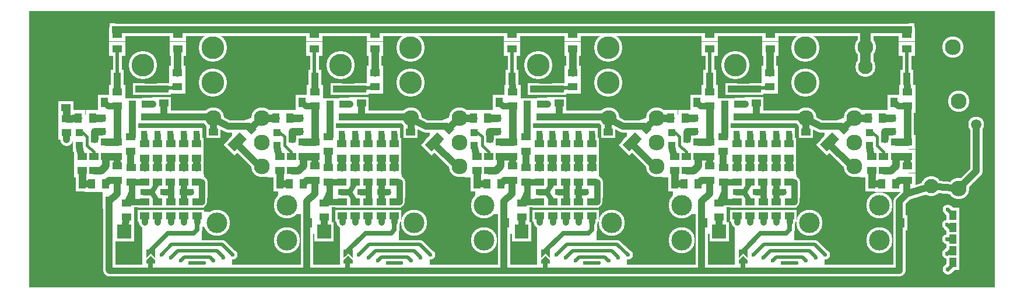
<source format=gbr>
%FSLAX34Y34*%
%MOMM*%
%LNCOPPER_TOP*%
G71*
G01*
%ADD10R,2.000X1.700*%
%ADD11C,3.800*%
%ADD12C,3.100*%
%ADD13R,1.700X1.700*%
%ADD14R,2.200X1.900*%
%ADD15R,2.400X2.100*%
%ADD16R,1.900X2.200*%
%ADD17R,1.900X1.900*%
%ADD18R,2.100X2.400*%
%ADD19C,1.800*%
%ADD20C,1.500*%
%ADD21C,2.200*%
%ADD22C,1.200*%
%ADD23C,1.400*%
%ADD24C,1.800*%
%ADD25C,1.900*%
%ADD26R,1.700X1.850*%
%ADD27C,1.700*%
%ADD28C,1.600*%
%ADD29C,1.600*%
%ADD30C,1.850*%
%ADD31C,4.100*%
%ADD32C,1.300*%
%ADD33C,0.950*%
%ADD34C,1.400*%
%ADD35C,0.500*%
%ADD36C,2.900*%
%ADD37C,3.100*%
%ADD38C,2.300*%
%ADD39C,2.300*%
%ADD40C,0.300*%
%ADD41C,0.700*%
%ADD42C,0.900*%
%ADD43R,1.400X1.100*%
%ADD44C,3.000*%
%ADD45C,3.500*%
%ADD46C,2.300*%
%ADD47R,1.100X1.100*%
%ADD48R,1.100X1.400*%
%ADD49C,1.000*%
%ADD50C,0.400*%
%ADD51C,1.000*%
%ADD52C,1.100*%
%ADD53R,0.900X1.050*%
%ADD54C,0.800*%
%ADD55R,0.900X0.900*%
%ADD56C,0.800*%
%ADD57C,1.050*%
%ADD58C,3.300*%
%ADD59C,0.150*%
%ADD60C,0.600*%
%ADD61C,2.100*%
%ADD62C,2.300*%
%ADD63C,1.500*%
%ADD64C,0.100*%
%ADD65C,0.600*%
%LPD*%
G36*
X0Y0D02*
X1402000Y0D01*
X1402000Y-402000D01*
X0Y-402000D01*
X0Y0D01*
G37*
%LPC*%
G36*
X282388Y-194183D02*
X295824Y-180748D01*
X311380Y-196304D01*
X297945Y-209739D01*
X282388Y-194183D01*
G37*
G36*
X336115Y-171721D02*
X322681Y-185157D01*
X307124Y-169601D01*
X320558Y-156166D01*
X336115Y-171721D01*
G37*
G36*
X321549Y-186289D02*
X308113Y-199723D01*
X292558Y-184166D01*
X305994Y-170732D01*
X321549Y-186289D01*
G37*
X267519Y-175879D02*
G54D10*
D03*
X374022Y-282830D02*
G54D11*
D03*
X374022Y-333630D02*
G54D11*
D03*
X272422Y-308230D02*
G54D11*
D03*
X337979Y-155988D02*
G54D12*
D03*
X267979Y-155988D02*
G54D12*
D03*
X337978Y-225988D02*
G54D12*
D03*
X455561Y-135173D02*
G54D13*
D03*
X436561Y-135173D02*
G54D13*
D03*
X446061Y-112973D02*
G54D13*
D03*
X434588Y-182910D02*
G54D14*
D03*
X434588Y-203510D02*
G54D14*
D03*
X428588Y-278910D02*
G54D14*
D03*
X428588Y-299510D02*
G54D14*
D03*
G36*
X442479Y-334988D02*
X414479Y-334988D01*
X414479Y-306988D01*
X442479Y-306988D01*
X442479Y-334988D01*
G37*
X502088Y-110304D02*
G54D15*
D03*
X502088Y-89704D02*
G54D15*
D03*
X502335Y-72156D02*
G54D16*
D03*
X502488Y-54704D02*
G54D15*
D03*
X502488Y-34104D02*
G54D15*
D03*
X482888Y-133704D02*
G54D10*
D03*
X482888Y-113104D02*
G54D10*
D03*
X392953Y-175032D02*
G54D17*
D03*
X392953Y-156032D02*
G54D17*
D03*
X415153Y-165532D02*
G54D17*
D03*
X358353Y-156032D02*
G54D18*
D03*
X378953Y-156032D02*
G54D18*
D03*
X415153Y-117438D02*
G54D15*
D03*
X415153Y-138038D02*
G54D15*
D03*
X414488Y-34103D02*
G54D15*
D03*
X414488Y-54704D02*
G54D15*
D03*
X414597Y-96213D02*
G54D16*
D03*
X396000Y-132750D02*
G54D16*
D03*
X359753Y-195532D02*
G54D17*
D03*
X359753Y-176532D02*
G54D17*
D03*
X381953Y-186032D02*
G54D17*
D03*
X380739Y-232003D02*
G54D15*
D03*
X380739Y-211403D02*
G54D15*
D03*
X415080Y-225485D02*
G54D15*
D03*
X415080Y-246085D02*
G54D15*
D03*
X363780Y-211205D02*
G54D15*
D03*
X363780Y-231805D02*
G54D15*
D03*
X377628Y-251038D02*
G54D18*
D03*
X398228Y-251038D02*
G54D18*
D03*
X363747Y-251132D02*
G54D16*
D03*
G54D19*
X321619Y-170661D02*
X317946Y-167588D01*
X288978Y-167588D01*
X267979Y-156588D01*
G54D20*
X321619Y-170661D02*
X337979Y-155988D01*
G54D19*
X321619Y-170661D02*
X337979Y-155988D01*
G54D21*
X297991Y-194117D02*
X305980Y-186365D01*
G54D19*
X301976Y-190954D02*
X301976Y-193400D01*
X332003Y-223427D01*
G54D19*
X267683Y-173942D02*
X267979Y-155988D01*
X414960Y-190785D02*
G54D15*
D03*
X414960Y-211385D02*
G54D15*
D03*
X397900Y-190785D02*
G54D15*
D03*
X397900Y-211385D02*
G54D15*
D03*
G54D22*
X359753Y-176532D02*
X364453Y-176532D01*
X370953Y-183032D01*
X370953Y-190032D01*
G54D23*
X370953Y-190032D02*
X370953Y-195032D01*
X380626Y-204704D01*
X380626Y-214376D01*
X381790Y-174886D02*
G54D24*
D03*
G54D25*
X381953Y-186032D02*
X381790Y-174886D01*
X392953Y-175032D01*
G54D25*
X397900Y-190785D02*
X415900Y-190785D01*
G54D25*
X415153Y-165532D02*
X415153Y-190038D01*
X415900Y-190785D01*
G54D19*
X359753Y-195532D02*
X360782Y-203106D01*
X363780Y-211205D01*
G54D25*
X380739Y-232003D02*
X390764Y-232003D01*
X397900Y-224866D01*
X397900Y-211385D01*
X414960Y-211385D01*
G54D25*
X363748Y-251132D02*
X363748Y-231805D01*
X363780Y-231805D01*
X454078Y-154288D02*
G54D26*
D03*
X454078Y-178988D02*
G54D26*
D03*
X530379Y-277366D02*
G54D10*
D03*
X530379Y-297966D02*
G54D10*
D03*
X454228Y-193087D02*
G54D10*
D03*
X454228Y-213687D02*
G54D10*
D03*
X454213Y-227766D02*
G54D10*
D03*
X454213Y-248366D02*
G54D10*
D03*
X511379Y-277366D02*
G54D10*
D03*
X511379Y-297966D02*
G54D10*
D03*
X492379Y-277366D02*
G54D10*
D03*
X492379Y-297966D02*
G54D10*
D03*
X473379Y-277366D02*
G54D10*
D03*
X473379Y-297966D02*
G54D10*
D03*
X454379Y-277366D02*
G54D10*
D03*
X454379Y-297966D02*
G54D10*
D03*
G54D27*
X454213Y-227766D02*
X454228Y-213687D01*
G54D27*
X454078Y-178988D02*
X454228Y-193087D01*
X530379Y-306866D02*
G54D28*
D03*
X473078Y-154288D02*
G54D26*
D03*
X473078Y-178988D02*
G54D26*
D03*
X473228Y-193087D02*
G54D10*
D03*
X473228Y-213687D02*
G54D10*
D03*
X473213Y-227766D02*
G54D10*
D03*
X473213Y-248366D02*
G54D10*
D03*
G54D27*
X473213Y-227766D02*
X473228Y-213687D01*
G54D20*
X473078Y-178988D02*
X473228Y-193087D01*
X492078Y-154288D02*
G54D26*
D03*
X492078Y-178988D02*
G54D26*
D03*
X492228Y-193087D02*
G54D10*
D03*
X492228Y-213687D02*
G54D10*
D03*
X492213Y-227766D02*
G54D10*
D03*
X492213Y-248366D02*
G54D10*
D03*
G54D27*
X492213Y-227766D02*
X492228Y-213687D01*
G54D20*
X492078Y-178988D02*
X492228Y-193087D01*
X511078Y-154288D02*
G54D26*
D03*
X511078Y-178988D02*
G54D26*
D03*
X511228Y-193087D02*
G54D10*
D03*
X511228Y-213687D02*
G54D10*
D03*
X511213Y-227766D02*
G54D10*
D03*
X511213Y-248366D02*
G54D10*
D03*
G54D27*
X511213Y-227766D02*
X511228Y-213687D01*
G54D20*
X511078Y-178988D02*
X511228Y-193087D01*
X530078Y-154288D02*
G54D26*
D03*
X530078Y-178988D02*
G54D26*
D03*
X530228Y-193087D02*
G54D10*
D03*
X530228Y-213687D02*
G54D10*
D03*
X530213Y-227766D02*
G54D10*
D03*
X530213Y-248366D02*
G54D10*
D03*
G54D27*
X530213Y-227766D02*
X530228Y-213687D01*
G54D20*
X530078Y-178988D02*
X530228Y-193087D01*
X537814Y-262988D02*
G54D13*
D03*
X521114Y-263088D02*
G54D13*
D03*
X509514Y-262988D02*
G54D13*
D03*
X492814Y-263088D02*
G54D13*
D03*
X481314Y-262988D02*
G54D13*
D03*
X464614Y-263088D02*
G54D13*
D03*
X453014Y-262988D02*
G54D13*
D03*
X436314Y-263088D02*
G54D13*
D03*
G54D29*
X464614Y-263088D02*
X473379Y-248366D01*
G54D27*
X481314Y-262988D02*
X492814Y-263088D01*
G54D27*
X464614Y-263088D02*
X453014Y-262988D01*
G54D27*
X509514Y-262988D02*
X521114Y-263088D01*
G54D27*
X436314Y-263088D02*
X436302Y-255171D01*
X434714Y-248566D01*
X454213Y-248366D01*
G54D27*
X481314Y-262988D02*
X481314Y-263088D01*
X492814Y-263088D01*
X492814Y-248366D01*
X492379Y-248366D01*
G54D27*
X521114Y-263088D02*
X521114Y-262988D01*
X509514Y-262988D01*
G54D27*
X511379Y-248366D02*
X511379Y-262988D01*
X509514Y-262988D01*
G54D27*
X537814Y-262988D02*
X537814Y-248366D01*
X530379Y-248366D01*
G54D23*
X464614Y-262966D02*
X473379Y-277688D01*
G54D20*
X436314Y-262966D02*
X436314Y-277688D01*
X454379Y-277688D01*
G54D20*
X481314Y-263066D02*
X481314Y-262966D01*
X492813Y-262966D01*
X492813Y-277688D01*
X492379Y-277688D01*
G54D20*
X511379Y-277688D02*
X511379Y-263066D01*
X509514Y-263066D01*
G54D20*
X537814Y-263066D02*
X537814Y-277688D01*
X530379Y-277688D01*
X511379Y-306866D02*
G54D28*
D03*
X492379Y-306866D02*
G54D28*
D03*
X473379Y-306866D02*
G54D28*
D03*
X454379Y-306866D02*
G54D28*
D03*
G54D27*
X530379Y-306866D02*
X530379Y-297966D01*
G54D27*
X511379Y-306866D02*
X511379Y-297966D01*
G54D27*
X492379Y-306866D02*
X492379Y-297966D01*
G54D27*
X473379Y-306866D02*
X473379Y-297966D01*
G54D27*
X454379Y-306866D02*
X454379Y-297966D01*
G54D30*
X455542Y-154288D02*
X530078Y-154288D01*
G54D30*
X530078Y-154288D02*
X553079Y-154288D01*
X554779Y-155988D01*
X434714Y-248566D02*
G54D14*
D03*
X434714Y-227966D02*
G54D14*
D03*
X434626Y-215948D02*
G54D24*
D03*
G54D19*
X434626Y-215948D02*
X434626Y-227879D01*
X434714Y-227966D01*
G54D19*
X363748Y-251132D02*
X363842Y-251038D01*
X377628Y-251038D01*
G54D19*
X398228Y-251038D02*
X403180Y-246085D01*
X415080Y-246085D01*
G54D19*
X415080Y-225485D02*
X414960Y-225365D01*
X414960Y-211385D01*
G54D19*
X434626Y-215948D02*
X434588Y-215910D01*
X434588Y-203510D01*
X554022Y-52830D02*
G54D31*
D03*
X554022Y-103630D02*
G54D31*
D03*
X452422Y-78230D02*
G54D31*
D03*
G54D29*
X434588Y-182910D02*
X436561Y-182910D01*
X436561Y-135173D01*
X466039Y-135212D02*
G54D24*
D03*
G54D19*
X455561Y-135173D02*
X466039Y-135212D01*
G54D29*
X446061Y-112973D02*
X482888Y-113104D01*
G54D29*
X482888Y-133704D02*
X482888Y-152988D01*
X483778Y-152988D01*
G54D32*
X482888Y-113104D02*
X502088Y-110304D01*
G54D25*
X502335Y-72156D02*
X502335Y-89704D01*
X502088Y-89704D01*
G54D25*
X502335Y-72156D02*
X502335Y-54704D01*
X502488Y-54704D01*
G54D19*
X1276692Y-27030D02*
X204978Y-26988D01*
G36*
X1276691Y-36030D02*
X1276692Y-18030D01*
X1285692Y-18031D01*
X1285691Y-36031D01*
X1276691Y-36030D01*
G37*
G54D25*
X415153Y-165532D02*
X415153Y-138038D01*
G54D27*
X396000Y-132750D02*
X401288Y-138038D01*
X415153Y-138038D01*
G54D32*
X414597Y-96213D02*
X414488Y-96104D01*
X414488Y-54704D01*
G54D27*
X578978Y-377588D02*
X282978Y-377588D01*
G54D19*
X414626Y-256548D02*
X414626Y-246085D01*
X415080Y-246085D01*
G54D19*
X414626Y-256548D02*
X414626Y-265340D01*
X402978Y-276988D01*
X402978Y-376988D01*
G54D19*
X428478Y-320988D02*
X428588Y-299510D01*
G54D27*
X428588Y-278910D02*
X436314Y-263088D01*
G54D25*
X337979Y-155988D02*
X358353Y-156032D01*
G54D25*
X378953Y-156032D02*
X392953Y-156032D01*
G54D19*
X415153Y-117438D02*
X414597Y-96213D01*
X168761Y-135173D02*
G54D13*
D03*
X149761Y-135173D02*
G54D13*
D03*
X159261Y-112973D02*
G54D13*
D03*
X147788Y-182910D02*
G54D14*
D03*
X147788Y-203510D02*
G54D14*
D03*
X141788Y-278910D02*
G54D14*
D03*
X141788Y-299510D02*
G54D14*
D03*
G36*
X152179Y-334988D02*
X124179Y-334988D01*
X124179Y-306988D01*
X152179Y-306988D01*
X152179Y-334988D01*
G37*
X215288Y-110304D02*
G54D15*
D03*
X215288Y-89704D02*
G54D15*
D03*
X215535Y-72156D02*
G54D16*
D03*
X215688Y-54704D02*
G54D15*
D03*
X215688Y-34104D02*
G54D15*
D03*
X196088Y-133704D02*
G54D10*
D03*
X196088Y-113104D02*
G54D10*
D03*
X106153Y-175032D02*
G54D17*
D03*
X106153Y-156032D02*
G54D17*
D03*
X128353Y-165532D02*
G54D17*
D03*
X71553Y-156032D02*
G54D18*
D03*
X92153Y-156032D02*
G54D18*
D03*
X128353Y-117438D02*
G54D15*
D03*
X128353Y-138038D02*
G54D15*
D03*
X127688Y-34103D02*
G54D15*
D03*
X127688Y-54704D02*
G54D15*
D03*
X127797Y-96213D02*
G54D16*
D03*
X109200Y-132750D02*
G54D16*
D03*
X72953Y-195532D02*
G54D17*
D03*
X72953Y-176532D02*
G54D17*
D03*
X95153Y-186032D02*
G54D17*
D03*
X93939Y-232003D02*
G54D15*
D03*
X93939Y-211403D02*
G54D15*
D03*
X128280Y-225485D02*
G54D15*
D03*
X128280Y-246085D02*
G54D15*
D03*
X76980Y-211205D02*
G54D15*
D03*
X76980Y-231805D02*
G54D15*
D03*
X90828Y-251038D02*
G54D18*
D03*
X111428Y-251038D02*
G54D18*
D03*
X76948Y-251132D02*
G54D16*
D03*
X116178Y-276988D02*
G54D16*
D03*
X128160Y-190785D02*
G54D15*
D03*
X128160Y-211385D02*
G54D15*
D03*
X111100Y-190785D02*
G54D15*
D03*
X111100Y-211385D02*
G54D15*
D03*
G54D22*
X72953Y-176532D02*
X77653Y-176532D01*
X84153Y-183032D01*
X84153Y-190032D01*
G54D23*
X84153Y-190032D02*
X84153Y-195032D01*
X93826Y-204704D01*
X93826Y-214376D01*
X94990Y-174886D02*
G54D24*
D03*
G54D25*
X95153Y-186032D02*
X94990Y-174886D01*
X106153Y-175032D01*
G54D25*
X111100Y-190785D02*
X129100Y-190785D01*
G54D25*
X128353Y-165532D02*
X128353Y-190038D01*
X129100Y-190785D01*
G54D19*
X72953Y-195532D02*
X73982Y-203106D01*
X76980Y-211205D01*
G54D25*
X93939Y-232003D02*
X103964Y-232003D01*
X111100Y-224866D01*
X111100Y-211385D01*
X128160Y-211385D01*
G54D25*
X76948Y-251132D02*
X76948Y-231805D01*
X76980Y-231805D01*
X167278Y-154288D02*
G54D26*
D03*
X167278Y-178988D02*
G54D26*
D03*
X243579Y-277366D02*
G54D10*
D03*
X243579Y-297966D02*
G54D10*
D03*
X167428Y-193087D02*
G54D10*
D03*
X167428Y-213687D02*
G54D10*
D03*
X167413Y-227766D02*
G54D10*
D03*
X167413Y-248366D02*
G54D10*
D03*
X224579Y-277366D02*
G54D10*
D03*
X224579Y-297966D02*
G54D10*
D03*
X205579Y-277366D02*
G54D10*
D03*
X205579Y-297966D02*
G54D10*
D03*
X186579Y-277366D02*
G54D10*
D03*
X186579Y-297966D02*
G54D10*
D03*
X167579Y-277366D02*
G54D10*
D03*
X167579Y-297966D02*
G54D10*
D03*
G54D27*
X167413Y-227766D02*
X167428Y-213687D01*
G54D27*
X167278Y-178988D02*
X167428Y-193087D01*
X186278Y-154288D02*
G54D26*
D03*
X186278Y-178988D02*
G54D26*
D03*
X186428Y-193087D02*
G54D10*
D03*
X186428Y-213687D02*
G54D10*
D03*
X186413Y-227766D02*
G54D10*
D03*
X186413Y-248366D02*
G54D10*
D03*
G54D27*
X186413Y-227766D02*
X186428Y-213687D01*
G54D20*
X186278Y-178988D02*
X186428Y-193087D01*
X205278Y-154288D02*
G54D26*
D03*
X205278Y-178988D02*
G54D26*
D03*
X205428Y-193087D02*
G54D10*
D03*
X205428Y-213687D02*
G54D10*
D03*
X205413Y-227766D02*
G54D10*
D03*
X205413Y-248366D02*
G54D10*
D03*
G54D27*
X205413Y-227766D02*
X205428Y-213687D01*
G54D20*
X205278Y-178988D02*
X205428Y-193087D01*
X224278Y-154288D02*
G54D26*
D03*
X224278Y-178988D02*
G54D26*
D03*
X224428Y-193087D02*
G54D10*
D03*
X224428Y-213687D02*
G54D10*
D03*
X224413Y-227766D02*
G54D10*
D03*
X224413Y-248366D02*
G54D10*
D03*
G54D27*
X224413Y-227766D02*
X224428Y-213687D01*
G54D20*
X224278Y-178988D02*
X224428Y-193087D01*
X243278Y-154288D02*
G54D26*
D03*
X243278Y-178988D02*
G54D26*
D03*
X243428Y-193087D02*
G54D10*
D03*
X243428Y-213687D02*
G54D10*
D03*
X243413Y-227766D02*
G54D10*
D03*
X243413Y-248366D02*
G54D10*
D03*
G54D27*
X243413Y-227766D02*
X243428Y-213687D01*
G54D20*
X243278Y-178988D02*
X243428Y-193087D01*
X251013Y-262988D02*
G54D13*
D03*
X234314Y-263088D02*
G54D13*
D03*
X222714Y-262988D02*
G54D13*
D03*
X206014Y-263088D02*
G54D13*
D03*
X194514Y-262988D02*
G54D13*
D03*
X177814Y-263088D02*
G54D13*
D03*
X166214Y-262988D02*
G54D13*
D03*
X149514Y-263088D02*
G54D13*
D03*
G54D29*
X177814Y-263088D02*
X186579Y-248366D01*
G54D27*
X194514Y-262988D02*
X206014Y-263088D01*
G54D27*
X177814Y-263088D02*
X166214Y-262988D01*
G54D27*
X222714Y-262988D02*
X234314Y-263088D01*
G54D27*
X149514Y-263088D02*
X149502Y-255171D01*
X147914Y-248566D01*
X167413Y-248366D01*
G54D27*
X194514Y-262988D02*
X194514Y-263088D01*
X206014Y-263088D01*
X206014Y-248366D01*
X205579Y-248366D01*
G54D27*
X234314Y-263088D02*
X234314Y-262988D01*
X222714Y-262988D01*
G54D27*
X224579Y-248366D02*
X224579Y-262988D01*
X222714Y-262988D01*
G54D27*
X251014Y-262988D02*
X251014Y-248366D01*
X243579Y-248366D01*
G54D23*
X177814Y-262966D02*
X186579Y-277688D01*
G54D20*
X149514Y-262966D02*
X149514Y-277688D01*
X167579Y-277688D01*
G54D20*
X194514Y-263066D02*
X194514Y-262966D01*
X206013Y-262966D01*
X206013Y-277688D01*
X205579Y-277688D01*
G54D20*
X224579Y-277688D02*
X224579Y-263066D01*
X222714Y-263066D01*
G54D20*
X251014Y-263066D02*
X251014Y-277688D01*
X243579Y-277688D01*
G54D30*
X168742Y-154288D02*
X243278Y-154288D01*
G54D30*
X243278Y-154288D02*
X266279Y-154288D01*
X267979Y-155988D01*
X147914Y-248566D02*
G54D14*
D03*
X147914Y-227966D02*
G54D14*
D03*
X147827Y-215948D02*
G54D24*
D03*
G54D19*
X147827Y-215948D02*
X147827Y-227879D01*
X147914Y-227966D01*
G54D19*
X76948Y-251132D02*
X77042Y-251038D01*
X90828Y-251038D01*
G54D19*
X111428Y-251038D02*
X116380Y-246085D01*
X128280Y-246085D01*
G54D19*
X128280Y-225485D02*
X128160Y-225365D01*
X128160Y-211385D01*
G54D19*
X147827Y-215948D02*
X147788Y-215910D01*
X147788Y-203510D01*
X267222Y-52830D02*
G54D31*
D03*
X267222Y-103630D02*
G54D31*
D03*
X165622Y-78230D02*
G54D31*
D03*
G54D29*
X147788Y-182910D02*
X149761Y-182910D01*
X149761Y-135173D01*
X179239Y-135212D02*
G54D24*
D03*
G54D19*
X168761Y-135173D02*
X179239Y-135212D01*
G54D29*
X159261Y-112973D02*
X196088Y-113104D01*
G54D29*
X196088Y-133704D02*
X196088Y-152988D01*
X196978Y-152988D01*
G54D32*
X196088Y-113104D02*
X215288Y-110304D01*
G54D25*
X215535Y-72156D02*
X215535Y-89704D01*
X215288Y-89704D01*
G54D25*
X215535Y-72156D02*
X215535Y-54704D01*
X215688Y-54704D01*
G54D19*
X358178Y-26988D02*
X125732Y-26877D01*
G36*
X125736Y-17877D02*
X125728Y-35877D01*
X116728Y-35873D01*
X116736Y-17873D01*
X125736Y-17877D01*
G37*
G54D25*
X128353Y-165532D02*
X128353Y-138038D01*
G54D27*
X109200Y-132750D02*
X114488Y-138038D01*
X128353Y-138038D01*
G54D32*
X127797Y-96213D02*
X127688Y-96104D01*
X127688Y-54704D01*
G54D27*
X292178Y-377588D02*
X116178Y-377588D01*
G54D19*
X127827Y-256548D02*
X127827Y-246085D01*
X128280Y-246085D01*
G54D19*
X127827Y-256548D02*
X127827Y-265340D01*
X116178Y-276988D01*
X116178Y-376988D01*
G54D19*
X138178Y-320988D02*
X141788Y-299510D01*
G54D27*
X141788Y-278910D02*
X149514Y-263088D01*
G54D25*
X54000Y-156085D02*
X71553Y-156032D01*
G54D25*
X92153Y-156032D02*
X106153Y-156032D01*
G54D19*
X128353Y-117438D02*
X127797Y-96213D01*
X54000Y-156085D02*
G54D15*
D03*
X54000Y-176685D02*
G54D15*
D03*
X54411Y-187288D02*
G54D24*
D03*
G54D33*
X54411Y-187288D02*
X54000Y-176685D01*
G54D19*
X54411Y-187288D02*
X54000Y-176685D01*
G54D32*
X520579Y-366666D02*
X540579Y-366666D01*
X492579Y-358666D02*
G54D34*
D03*
X520579Y-366666D02*
G54D34*
D03*
X540579Y-366666D02*
G54D34*
D03*
X506579Y-362666D02*
G54D34*
D03*
X554579Y-362666D02*
G54D34*
D03*
G54D32*
X506579Y-362666D02*
X511645Y-357600D01*
X549200Y-357600D01*
X554266Y-362666D01*
X554579Y-362666D01*
X568579Y-358666D02*
G54D34*
D03*
X478579Y-354666D02*
G54D34*
D03*
X582579Y-354666D02*
G54D34*
D03*
G54D32*
X492579Y-358666D02*
X502645Y-348600D01*
X559200Y-348600D01*
X568579Y-357979D01*
X568579Y-358666D01*
G54D32*
X478579Y-354666D02*
X493645Y-339600D01*
X567200Y-339600D01*
X582579Y-354666D01*
X243679Y-306866D02*
G54D28*
D03*
X224679Y-306866D02*
G54D28*
D03*
X205679Y-306866D02*
G54D28*
D03*
X186679Y-306866D02*
G54D28*
D03*
X167679Y-306866D02*
G54D28*
D03*
G54D27*
X243679Y-306866D02*
X243679Y-297966D01*
G54D27*
X224679Y-306866D02*
X224679Y-297966D01*
G54D27*
X205679Y-306866D02*
X205679Y-297966D01*
G54D27*
X186679Y-306866D02*
X186679Y-297966D01*
G54D27*
X167679Y-306866D02*
X167679Y-297966D01*
G54D32*
X233879Y-366666D02*
X253879Y-366666D01*
X205879Y-358666D02*
G54D34*
D03*
X233879Y-366666D02*
G54D34*
D03*
X253879Y-366666D02*
G54D34*
D03*
X219879Y-362666D02*
G54D34*
D03*
X267879Y-362666D02*
G54D34*
D03*
G54D32*
X219879Y-362666D02*
X224945Y-357600D01*
X262500Y-357600D01*
X267566Y-362666D01*
X267879Y-362666D01*
X281879Y-358666D02*
G54D34*
D03*
X191879Y-354666D02*
G54D34*
D03*
X295879Y-354666D02*
G54D34*
D03*
G54D32*
X205879Y-358666D02*
X215945Y-348600D01*
X272500Y-348600D01*
X281879Y-357979D01*
X281879Y-358666D01*
G54D32*
X191879Y-354666D02*
X206945Y-339600D01*
X280500Y-339600D01*
X295879Y-354666D01*
G36*
X71553Y-156032D02*
X76948Y-251132D01*
X108398Y-259352D01*
X109563Y-268842D01*
X121200Y-321600D01*
X138178Y-320988D01*
X150263Y-291551D01*
X150263Y-285960D01*
X149514Y-277688D01*
X243579Y-277366D01*
X251885Y-242511D01*
X250519Y-233676D01*
X251017Y-194702D01*
X247702Y-172259D01*
X149630Y-172283D01*
X153534Y-161157D01*
X160560Y-160960D01*
X203827Y-149852D01*
X203571Y-141700D01*
X192134Y-127736D01*
X186129Y-127714D01*
X156946Y-129238D01*
X134657Y-129180D01*
X109200Y-132750D01*
X99912Y-148166D01*
X71553Y-156032D01*
G37*
G54D35*
X71553Y-156032D02*
X76948Y-251132D01*
X108398Y-259352D01*
X109563Y-268842D01*
X121200Y-321600D01*
X138178Y-320988D01*
X150263Y-291551D01*
X150263Y-285960D01*
X149514Y-277688D01*
X243579Y-277366D01*
X251885Y-242511D01*
X250519Y-233676D01*
X251017Y-194702D01*
X247702Y-172259D01*
X149630Y-172283D01*
X153534Y-161157D01*
X160560Y-160960D01*
X203827Y-149852D01*
X203571Y-141700D01*
X192134Y-127736D01*
X186129Y-127714D01*
X156946Y-129238D01*
X134657Y-129180D01*
X109200Y-132750D01*
X99912Y-148166D01*
X71553Y-156032D01*
G36*
X259673Y-311551D02*
X174631Y-311551D01*
X174631Y-294524D01*
X259673Y-294524D01*
X259673Y-311551D01*
G37*
G54D35*
X259673Y-311551D02*
X174631Y-311551D01*
X174631Y-294524D01*
X259673Y-294524D01*
X259673Y-311551D01*
G36*
X358353Y-156032D02*
X363748Y-251132D01*
X363856Y-280206D01*
X381200Y-291600D01*
X401363Y-293842D01*
X408000Y-321600D01*
X424978Y-320988D01*
X437063Y-291551D01*
X437063Y-285960D01*
X436314Y-277688D01*
X530379Y-277366D01*
X538685Y-242511D01*
X537319Y-233676D01*
X537817Y-194702D01*
X534502Y-172259D01*
X436430Y-172283D01*
X440334Y-161157D01*
X447360Y-160960D01*
X490627Y-149852D01*
X490371Y-141700D01*
X478934Y-127736D01*
X472929Y-127714D01*
X443746Y-129238D01*
X421457Y-129180D01*
X396000Y-132750D01*
X386712Y-148166D01*
X358353Y-156032D01*
G37*
G54D35*
X358353Y-156032D02*
X363748Y-251132D01*
X363856Y-280206D01*
X381200Y-291600D01*
X401363Y-293842D01*
X408000Y-321600D01*
X424978Y-320988D01*
X437063Y-291551D01*
X437063Y-285960D01*
X436314Y-277688D01*
X530379Y-277366D01*
X538685Y-242511D01*
X537319Y-233676D01*
X537817Y-194702D01*
X534502Y-172259D01*
X436430Y-172283D01*
X440334Y-161157D01*
X447360Y-160960D01*
X490627Y-149852D01*
X490371Y-141700D01*
X478934Y-127736D01*
X472929Y-127714D01*
X443746Y-129238D01*
X421457Y-129180D01*
X396000Y-132750D01*
X386712Y-148166D01*
X358353Y-156032D01*
G36*
X356369Y-239508D02*
X336950Y-239039D01*
X337978Y-225988D01*
X296884Y-195243D01*
X297299Y-167899D01*
X328386Y-155871D01*
X337979Y-155988D01*
X358353Y-156032D01*
X361200Y-216600D01*
X356200Y-236600D01*
X356369Y-239508D01*
G37*
G54D35*
X356369Y-239508D02*
X336950Y-239039D01*
X337978Y-225988D01*
X296884Y-195243D01*
X297299Y-167899D01*
X328386Y-155871D01*
X337979Y-155988D01*
X358353Y-156032D01*
X361200Y-216600D01*
X356200Y-236600D01*
X356369Y-239508D01*
G36*
X516200Y-371600D02*
X505266Y-375236D01*
X478606Y-372712D01*
X478579Y-354666D01*
X493645Y-339600D01*
X567200Y-339600D01*
X582579Y-354666D01*
X578986Y-356411D01*
X578978Y-377588D01*
X552016Y-366067D01*
X553514Y-374114D01*
X516200Y-371600D01*
G37*
G54D35*
X516200Y-371600D02*
X505266Y-375236D01*
X478606Y-372712D01*
X478579Y-354666D01*
X493645Y-339600D01*
X567200Y-339600D01*
X582579Y-354666D01*
X578986Y-356411D01*
X578978Y-377588D01*
X552016Y-366067D01*
X553514Y-374114D01*
X516200Y-371600D01*
G36*
X229500Y-371600D02*
X218566Y-375236D01*
X191906Y-372712D01*
X191879Y-354666D01*
X206945Y-339600D01*
X280500Y-339600D01*
X295879Y-354666D01*
X292286Y-356411D01*
X292278Y-377588D01*
X265316Y-366067D01*
X266814Y-374114D01*
X229500Y-371600D01*
G37*
G54D35*
X229500Y-371600D02*
X218566Y-375236D01*
X191906Y-372712D01*
X191879Y-354666D01*
X206945Y-339600D01*
X280500Y-339600D01*
X295879Y-354666D01*
X292286Y-356411D01*
X292278Y-377588D01*
X265316Y-366067D01*
X266814Y-374114D01*
X229500Y-371600D01*
G36*
X569088Y-194183D02*
X582524Y-180748D01*
X598080Y-196304D01*
X584645Y-209739D01*
X569088Y-194183D01*
G37*
G36*
X622815Y-171722D02*
X609381Y-185157D01*
X593824Y-169601D01*
X607258Y-156166D01*
X622815Y-171722D01*
G37*
G36*
X608249Y-186289D02*
X594813Y-199723D01*
X579258Y-184166D01*
X592693Y-170732D01*
X608249Y-186289D01*
G37*
X554219Y-175879D02*
G54D10*
D03*
X660722Y-282830D02*
G54D11*
D03*
X660722Y-333630D02*
G54D11*
D03*
X559122Y-308230D02*
G54D11*
D03*
X742261Y-135173D02*
G54D13*
D03*
X723261Y-135173D02*
G54D13*
D03*
X732761Y-112973D02*
G54D13*
D03*
X721288Y-182910D02*
G54D14*
D03*
X721288Y-203510D02*
G54D14*
D03*
X715288Y-278910D02*
G54D14*
D03*
X715288Y-299510D02*
G54D14*
D03*
G36*
X729179Y-334988D02*
X701179Y-334988D01*
X701179Y-306988D01*
X729179Y-306988D01*
X729179Y-334988D01*
G37*
X788788Y-110304D02*
G54D15*
D03*
X788788Y-89704D02*
G54D15*
D03*
X789035Y-72156D02*
G54D16*
D03*
X789188Y-54704D02*
G54D15*
D03*
X789188Y-34104D02*
G54D15*
D03*
X769588Y-133704D02*
G54D10*
D03*
X769588Y-113104D02*
G54D10*
D03*
X679653Y-175032D02*
G54D17*
D03*
X679653Y-156032D02*
G54D17*
D03*
X701853Y-165532D02*
G54D17*
D03*
X645053Y-156032D02*
G54D18*
D03*
X665653Y-156032D02*
G54D18*
D03*
X701853Y-117438D02*
G54D15*
D03*
X701853Y-138038D02*
G54D15*
D03*
X701188Y-34103D02*
G54D15*
D03*
X701188Y-54704D02*
G54D15*
D03*
X701297Y-96213D02*
G54D16*
D03*
X682700Y-132750D02*
G54D16*
D03*
X646453Y-195532D02*
G54D17*
D03*
X646453Y-176532D02*
G54D17*
D03*
X668653Y-186032D02*
G54D17*
D03*
X667439Y-232003D02*
G54D15*
D03*
X667439Y-211403D02*
G54D15*
D03*
X701780Y-225485D02*
G54D15*
D03*
X701780Y-246085D02*
G54D15*
D03*
X650480Y-211205D02*
G54D15*
D03*
X650480Y-231805D02*
G54D15*
D03*
X664328Y-251038D02*
G54D18*
D03*
X684928Y-251038D02*
G54D18*
D03*
X650447Y-251132D02*
G54D16*
D03*
G54D19*
X608319Y-170661D02*
X604646Y-167588D01*
X575678Y-167588D01*
X554679Y-156588D01*
G54D20*
X608319Y-170661D02*
X624679Y-155988D01*
G54D19*
X608319Y-170661D02*
X624679Y-155988D01*
G54D21*
X584691Y-194117D02*
X592680Y-186365D01*
G54D19*
X588676Y-190954D02*
X588676Y-193400D01*
X618703Y-223427D01*
G54D19*
X554383Y-173942D02*
X554679Y-155988D01*
X701660Y-190785D02*
G54D15*
D03*
X701660Y-211385D02*
G54D15*
D03*
X684600Y-190785D02*
G54D15*
D03*
X684600Y-211385D02*
G54D15*
D03*
G54D22*
X646453Y-176532D02*
X651153Y-176532D01*
X657653Y-183032D01*
X657653Y-190032D01*
G54D23*
X657653Y-190032D02*
X657653Y-195032D01*
X667326Y-204704D01*
X667326Y-214376D01*
X668490Y-174886D02*
G54D24*
D03*
G54D25*
X668653Y-186032D02*
X668490Y-174886D01*
X679653Y-175032D01*
G54D25*
X684600Y-190785D02*
X702600Y-190785D01*
G54D25*
X701853Y-165532D02*
X701853Y-190038D01*
X702600Y-190785D01*
G54D19*
X646453Y-195532D02*
X647482Y-203106D01*
X650480Y-211205D01*
G54D25*
X667439Y-232003D02*
X677464Y-232003D01*
X684600Y-224866D01*
X684600Y-211385D01*
X701660Y-211385D01*
G54D25*
X650448Y-251132D02*
X650448Y-231805D01*
X650480Y-231805D01*
X740778Y-154288D02*
G54D26*
D03*
X740778Y-178988D02*
G54D26*
D03*
X817079Y-277366D02*
G54D10*
D03*
X817079Y-297966D02*
G54D10*
D03*
X740928Y-193087D02*
G54D10*
D03*
X740928Y-213687D02*
G54D10*
D03*
X740913Y-227766D02*
G54D10*
D03*
X740913Y-248366D02*
G54D10*
D03*
X798079Y-277366D02*
G54D10*
D03*
X798079Y-297966D02*
G54D10*
D03*
X779079Y-277366D02*
G54D10*
D03*
X779079Y-297966D02*
G54D10*
D03*
X760079Y-277366D02*
G54D10*
D03*
X760079Y-297966D02*
G54D10*
D03*
X741079Y-277366D02*
G54D10*
D03*
X741079Y-297966D02*
G54D10*
D03*
G54D27*
X740913Y-227766D02*
X740928Y-213687D01*
G54D27*
X740778Y-178988D02*
X740928Y-193087D01*
X817079Y-306866D02*
G54D28*
D03*
X759778Y-154288D02*
G54D26*
D03*
X759778Y-178988D02*
G54D26*
D03*
X759928Y-193087D02*
G54D10*
D03*
X759928Y-213687D02*
G54D10*
D03*
X759913Y-227766D02*
G54D10*
D03*
X759913Y-248366D02*
G54D10*
D03*
G54D27*
X759913Y-227766D02*
X759928Y-213687D01*
G54D20*
X759778Y-178988D02*
X759928Y-193087D01*
X778778Y-154288D02*
G54D26*
D03*
X778778Y-178988D02*
G54D26*
D03*
X778928Y-193087D02*
G54D10*
D03*
X778928Y-213687D02*
G54D10*
D03*
X778913Y-227766D02*
G54D10*
D03*
X778913Y-248366D02*
G54D10*
D03*
G54D27*
X778913Y-227766D02*
X778928Y-213687D01*
G54D20*
X778778Y-178988D02*
X778928Y-193087D01*
X797778Y-154288D02*
G54D26*
D03*
X797778Y-178988D02*
G54D26*
D03*
X797928Y-193087D02*
G54D10*
D03*
X797928Y-213687D02*
G54D10*
D03*
X797913Y-227766D02*
G54D10*
D03*
X797913Y-248366D02*
G54D10*
D03*
G54D27*
X797913Y-227766D02*
X797928Y-213687D01*
G54D20*
X797778Y-178988D02*
X797928Y-193087D01*
X816778Y-154288D02*
G54D26*
D03*
X816778Y-178988D02*
G54D26*
D03*
X816928Y-193087D02*
G54D10*
D03*
X816928Y-213687D02*
G54D10*
D03*
X816913Y-227766D02*
G54D10*
D03*
X816913Y-248366D02*
G54D10*
D03*
G54D27*
X816913Y-227766D02*
X816928Y-213687D01*
G54D20*
X816778Y-178988D02*
X816928Y-193087D01*
X824513Y-262988D02*
G54D13*
D03*
X807813Y-263088D02*
G54D13*
D03*
X796213Y-262988D02*
G54D13*
D03*
X779513Y-263088D02*
G54D13*
D03*
X768013Y-262988D02*
G54D13*
D03*
X751313Y-263088D02*
G54D13*
D03*
X739713Y-262988D02*
G54D13*
D03*
X723013Y-263088D02*
G54D13*
D03*
G54D29*
X751313Y-263088D02*
X760079Y-248366D01*
G54D27*
X768013Y-262988D02*
X779513Y-263088D01*
G54D27*
X751313Y-263088D02*
X739713Y-262988D01*
G54D27*
X796213Y-262988D02*
X807813Y-263088D01*
G54D27*
X723013Y-263088D02*
X723002Y-255171D01*
X721413Y-248566D01*
X740913Y-248366D01*
G54D27*
X768013Y-262988D02*
X768013Y-263088D01*
X779513Y-263088D01*
X779513Y-248366D01*
X779079Y-248366D01*
G54D27*
X807813Y-263088D02*
X807813Y-262988D01*
X796213Y-262988D01*
G54D27*
X798079Y-248366D02*
X798079Y-262988D01*
X796213Y-262988D01*
G54D27*
X824513Y-262988D02*
X824513Y-248366D01*
X817079Y-248366D01*
G54D23*
X751313Y-262966D02*
X760079Y-277688D01*
G54D20*
X723013Y-262966D02*
X723013Y-277688D01*
X741079Y-277688D01*
G54D20*
X768013Y-263066D02*
X768013Y-262966D01*
X779513Y-262966D01*
X779513Y-277688D01*
X779079Y-277688D01*
G54D20*
X798079Y-277688D02*
X798079Y-263066D01*
X796213Y-263066D01*
G54D20*
X824513Y-263066D02*
X824513Y-277688D01*
X817079Y-277688D01*
X798079Y-306866D02*
G54D28*
D03*
X779079Y-306866D02*
G54D28*
D03*
X760079Y-306866D02*
G54D28*
D03*
X741079Y-306866D02*
G54D28*
D03*
G54D27*
X817079Y-306866D02*
X817079Y-297966D01*
G54D27*
X798079Y-306866D02*
X798079Y-297966D01*
G54D27*
X779079Y-306866D02*
X779079Y-297966D01*
G54D27*
X760079Y-306866D02*
X760079Y-297966D01*
G54D27*
X741079Y-306866D02*
X741079Y-297966D01*
G54D30*
X742242Y-154288D02*
X816778Y-154288D01*
G54D30*
X816778Y-154288D02*
X839778Y-154288D01*
X841478Y-155988D01*
X721413Y-248566D02*
G54D14*
D03*
X721413Y-227966D02*
G54D14*
D03*
X721326Y-215948D02*
G54D24*
D03*
G54D19*
X721326Y-215948D02*
X721326Y-227879D01*
X721413Y-227966D01*
G54D19*
X650448Y-251132D02*
X650542Y-251038D01*
X664328Y-251038D01*
G54D19*
X684928Y-251038D02*
X689880Y-246085D01*
X701780Y-246085D01*
G54D19*
X701780Y-225485D02*
X701660Y-225365D01*
X701660Y-211385D01*
G54D19*
X721326Y-215948D02*
X721288Y-215910D01*
X721288Y-203510D01*
X840722Y-52830D02*
G54D31*
D03*
X840722Y-103630D02*
G54D31*
D03*
X739122Y-78230D02*
G54D31*
D03*
G54D29*
X721288Y-182910D02*
X723261Y-182910D01*
X723261Y-135173D01*
X752738Y-135212D02*
G54D24*
D03*
G54D19*
X742261Y-135173D02*
X752738Y-135212D01*
G54D29*
X732761Y-112973D02*
X769588Y-113104D01*
G54D29*
X769588Y-133704D02*
X769588Y-152988D01*
X770478Y-152988D01*
G54D32*
X769588Y-113104D02*
X788788Y-110304D01*
G54D25*
X789035Y-72156D02*
X789035Y-89704D01*
X788788Y-89704D01*
G54D25*
X789035Y-72156D02*
X789035Y-54704D01*
X789188Y-54704D01*
G54D25*
X701853Y-165532D02*
X701853Y-138038D01*
G54D27*
X682700Y-132750D02*
X687988Y-138038D01*
X701853Y-138038D01*
G54D32*
X701297Y-96213D02*
X701188Y-96104D01*
X701188Y-54704D01*
G54D27*
X865678Y-377588D02*
X569678Y-377588D01*
G54D19*
X701326Y-256548D02*
X701326Y-246085D01*
X701780Y-246085D01*
G54D19*
X701326Y-256548D02*
X701326Y-265340D01*
X689678Y-276988D01*
X689678Y-376988D01*
G54D19*
X715178Y-320988D02*
X715288Y-299510D01*
G54D27*
X715288Y-278910D02*
X723013Y-263088D01*
G54D25*
X624679Y-155988D02*
X645053Y-156032D01*
G54D25*
X665653Y-156032D02*
X679653Y-156032D01*
G54D19*
X701853Y-117438D02*
X701297Y-96213D01*
G54D32*
X807279Y-366666D02*
X827279Y-366666D01*
X779279Y-358666D02*
G54D34*
D03*
X807279Y-366666D02*
G54D34*
D03*
X827279Y-366666D02*
G54D34*
D03*
X793279Y-362666D02*
G54D34*
D03*
X841279Y-362666D02*
G54D34*
D03*
G54D32*
X793279Y-362666D02*
X798345Y-357600D01*
X835900Y-357600D01*
X840966Y-362666D01*
X841279Y-362666D01*
X855279Y-358666D02*
G54D34*
D03*
X765279Y-354666D02*
G54D34*
D03*
X869279Y-354666D02*
G54D34*
D03*
G54D32*
X779279Y-358666D02*
X789345Y-348600D01*
X845900Y-348600D01*
X855279Y-357979D01*
X855279Y-358666D01*
G54D32*
X765279Y-354666D02*
X780345Y-339600D01*
X853900Y-339600D01*
X869279Y-354666D01*
G36*
X645053Y-156032D02*
X650448Y-251132D01*
X650556Y-280206D01*
X667900Y-291600D01*
X688063Y-293842D01*
X694700Y-321600D01*
X711678Y-320988D01*
X723763Y-291551D01*
X723763Y-285960D01*
X723013Y-277688D01*
X817079Y-277366D01*
X825385Y-242511D01*
X824019Y-233676D01*
X824517Y-194702D01*
X821202Y-172259D01*
X723130Y-172283D01*
X727034Y-161157D01*
X734060Y-160960D01*
X777327Y-149852D01*
X777071Y-141700D01*
X765634Y-127736D01*
X759629Y-127714D01*
X730446Y-129238D01*
X708157Y-129180D01*
X682700Y-132750D01*
X673412Y-148166D01*
X645053Y-156032D01*
G37*
G54D35*
X645053Y-156032D02*
X650448Y-251132D01*
X650556Y-280206D01*
X667900Y-291600D01*
X688063Y-293842D01*
X694700Y-321600D01*
X711678Y-320988D01*
X723763Y-291551D01*
X723763Y-285960D01*
X723013Y-277688D01*
X817079Y-277366D01*
X825385Y-242511D01*
X824019Y-233676D01*
X824517Y-194702D01*
X821202Y-172259D01*
X723130Y-172283D01*
X727034Y-161157D01*
X734060Y-160960D01*
X777327Y-149852D01*
X777071Y-141700D01*
X765634Y-127736D01*
X759629Y-127714D01*
X730446Y-129238D01*
X708157Y-129180D01*
X682700Y-132750D01*
X673412Y-148166D01*
X645053Y-156032D01*
G36*
X643069Y-239508D02*
X623650Y-239039D01*
X624678Y-225988D01*
X583584Y-195243D01*
X583999Y-167899D01*
X615086Y-155871D01*
X624679Y-155988D01*
X645053Y-156032D01*
X647900Y-216600D01*
X642900Y-236600D01*
X643069Y-239508D01*
G37*
G54D35*
X643069Y-239508D02*
X623650Y-239039D01*
X624678Y-225988D01*
X583584Y-195243D01*
X583999Y-167899D01*
X615086Y-155871D01*
X624679Y-155988D01*
X645053Y-156032D01*
X647900Y-216600D01*
X642900Y-236600D01*
X643069Y-239508D01*
G36*
X802900Y-371600D02*
X791966Y-375236D01*
X765305Y-372712D01*
X765279Y-354666D01*
X780345Y-339600D01*
X853900Y-339600D01*
X869279Y-354666D01*
X865686Y-356411D01*
X865678Y-377588D01*
X838716Y-366067D01*
X840214Y-374114D01*
X802900Y-371600D01*
G37*
G54D35*
X802900Y-371600D02*
X791966Y-375236D01*
X765305Y-372712D01*
X765279Y-354666D01*
X780345Y-339600D01*
X853900Y-339600D01*
X869279Y-354666D01*
X865686Y-356411D01*
X865678Y-377588D01*
X838716Y-366067D01*
X840214Y-374114D01*
X802900Y-371600D01*
G36*
X516200Y-371600D02*
X505266Y-375236D01*
X478606Y-372712D01*
X478579Y-354666D01*
X493645Y-339600D01*
X567200Y-339600D01*
X582579Y-354666D01*
X578986Y-356411D01*
X578978Y-377588D01*
X552016Y-366067D01*
X553514Y-374114D01*
X516200Y-371600D01*
G37*
G54D35*
X516200Y-371600D02*
X505266Y-375236D01*
X478606Y-372712D01*
X478579Y-354666D01*
X493645Y-339600D01*
X567200Y-339600D01*
X582579Y-354666D01*
X578986Y-356411D01*
X578978Y-377588D01*
X552016Y-366067D01*
X553514Y-374114D01*
X516200Y-371600D01*
G36*
X855788Y-194183D02*
X869223Y-180748D01*
X884780Y-196304D01*
X871344Y-209739D01*
X855788Y-194183D01*
G37*
G36*
X909515Y-171721D02*
X896081Y-185157D01*
X880524Y-169602D01*
X893958Y-156166D01*
X909515Y-171721D01*
G37*
G36*
X894949Y-186290D02*
X881513Y-199724D01*
X865958Y-184166D01*
X879393Y-170732D01*
X894949Y-186290D01*
G37*
X840919Y-175879D02*
G54D10*
D03*
X947422Y-282830D02*
G54D11*
D03*
X947422Y-333630D02*
G54D11*
D03*
X845822Y-308230D02*
G54D11*
D03*
X1028961Y-135173D02*
G54D13*
D03*
X1009961Y-135173D02*
G54D13*
D03*
X1019461Y-112973D02*
G54D13*
D03*
X1007988Y-182910D02*
G54D14*
D03*
X1007988Y-203510D02*
G54D14*
D03*
X1001988Y-278910D02*
G54D14*
D03*
X1001987Y-299510D02*
G54D14*
D03*
G36*
X1015878Y-334988D02*
X987878Y-334988D01*
X987878Y-306988D01*
X1015878Y-306988D01*
X1015878Y-334988D01*
G37*
X1075488Y-110304D02*
G54D15*
D03*
X1075488Y-89704D02*
G54D15*
D03*
X1075734Y-72156D02*
G54D16*
D03*
X1075888Y-54704D02*
G54D15*
D03*
X1075888Y-34104D02*
G54D15*
D03*
X1056288Y-133704D02*
G54D10*
D03*
X1056288Y-113104D02*
G54D10*
D03*
X966353Y-175032D02*
G54D17*
D03*
X966353Y-156032D02*
G54D17*
D03*
X988553Y-165532D02*
G54D17*
D03*
X931753Y-156032D02*
G54D18*
D03*
X952353Y-156032D02*
G54D18*
D03*
X988553Y-117438D02*
G54D15*
D03*
X988553Y-138038D02*
G54D15*
D03*
X987888Y-34103D02*
G54D15*
D03*
X987888Y-54704D02*
G54D15*
D03*
X987997Y-96213D02*
G54D16*
D03*
X969400Y-132750D02*
G54D16*
D03*
X933153Y-195532D02*
G54D17*
D03*
X933153Y-176532D02*
G54D17*
D03*
X955353Y-186032D02*
G54D17*
D03*
X954139Y-232003D02*
G54D15*
D03*
X954138Y-211403D02*
G54D15*
D03*
X988480Y-225485D02*
G54D15*
D03*
X988480Y-246085D02*
G54D15*
D03*
X937180Y-211205D02*
G54D15*
D03*
X937180Y-231805D02*
G54D15*
D03*
X951028Y-251038D02*
G54D18*
D03*
X971628Y-251038D02*
G54D18*
D03*
X937147Y-251132D02*
G54D16*
D03*
G54D19*
X895019Y-170661D02*
X891346Y-167588D01*
X862378Y-167588D01*
X841378Y-156588D01*
G54D20*
X895019Y-170661D02*
X911378Y-155988D01*
G54D19*
X895019Y-170661D02*
X911378Y-155988D01*
G54D21*
X871391Y-194117D02*
X879380Y-186365D01*
G54D19*
X875375Y-190954D02*
X875375Y-193400D01*
X905403Y-223427D01*
G54D19*
X841083Y-173942D02*
X841378Y-155988D01*
X988360Y-190785D02*
G54D15*
D03*
X988360Y-211385D02*
G54D15*
D03*
X971300Y-190785D02*
G54D15*
D03*
X971300Y-211385D02*
G54D15*
D03*
G54D22*
X933153Y-176532D02*
X937853Y-176532D01*
X944353Y-183032D01*
X944353Y-190032D01*
G54D23*
X944353Y-190032D02*
X944353Y-195032D01*
X954026Y-204704D01*
X954026Y-214376D01*
X955190Y-174886D02*
G54D24*
D03*
G54D25*
X955353Y-186032D02*
X955190Y-174886D01*
X966353Y-175032D01*
G54D25*
X971300Y-190785D02*
X989300Y-190785D01*
G54D25*
X988553Y-165532D02*
X988553Y-190038D01*
X989300Y-190785D01*
G54D19*
X933153Y-195532D02*
X934182Y-203106D01*
X937180Y-211205D01*
G54D25*
X954139Y-232003D02*
X964163Y-232003D01*
X971300Y-224866D01*
X971300Y-211385D01*
X988360Y-211385D01*
G54D25*
X937147Y-251132D02*
X937147Y-231805D01*
X937180Y-231805D01*
X1027478Y-154288D02*
G54D26*
D03*
X1027478Y-178988D02*
G54D26*
D03*
X1103779Y-277366D02*
G54D10*
D03*
X1103779Y-297966D02*
G54D10*
D03*
X1027628Y-193087D02*
G54D10*
D03*
X1027628Y-213687D02*
G54D10*
D03*
X1027612Y-227766D02*
G54D10*
D03*
X1027612Y-248366D02*
G54D10*
D03*
X1084779Y-277366D02*
G54D10*
D03*
X1084779Y-297966D02*
G54D10*
D03*
X1065779Y-277366D02*
G54D10*
D03*
X1065779Y-297966D02*
G54D10*
D03*
X1046779Y-277366D02*
G54D10*
D03*
X1046778Y-297966D02*
G54D10*
D03*
X1027779Y-277366D02*
G54D10*
D03*
X1027778Y-297966D02*
G54D10*
D03*
G54D27*
X1027612Y-227766D02*
X1027628Y-213687D01*
G54D27*
X1027478Y-178988D02*
X1027628Y-193087D01*
X1103778Y-306866D02*
G54D28*
D03*
X1046478Y-154288D02*
G54D26*
D03*
X1046478Y-178988D02*
G54D26*
D03*
X1046628Y-193087D02*
G54D10*
D03*
X1046628Y-213687D02*
G54D10*
D03*
X1046612Y-227766D02*
G54D10*
D03*
X1046612Y-248366D02*
G54D10*
D03*
G54D27*
X1046612Y-227766D02*
X1046628Y-213687D01*
G54D20*
X1046478Y-178988D02*
X1046628Y-193087D01*
X1065478Y-154288D02*
G54D26*
D03*
X1065478Y-178988D02*
G54D26*
D03*
X1065628Y-193087D02*
G54D10*
D03*
X1065628Y-213687D02*
G54D10*
D03*
X1065612Y-227766D02*
G54D10*
D03*
X1065612Y-248366D02*
G54D10*
D03*
G54D27*
X1065612Y-227766D02*
X1065628Y-213687D01*
G54D20*
X1065478Y-178988D02*
X1065628Y-193087D01*
X1084478Y-154288D02*
G54D26*
D03*
X1084478Y-178988D02*
G54D26*
D03*
X1084628Y-193087D02*
G54D10*
D03*
X1084628Y-213687D02*
G54D10*
D03*
X1084612Y-227766D02*
G54D10*
D03*
X1084612Y-248366D02*
G54D10*
D03*
G54D27*
X1084612Y-227766D02*
X1084628Y-213687D01*
G54D20*
X1084478Y-178988D02*
X1084628Y-193087D01*
X1103478Y-154288D02*
G54D26*
D03*
X1103478Y-178988D02*
G54D26*
D03*
X1103628Y-193087D02*
G54D10*
D03*
X1103628Y-213687D02*
G54D10*
D03*
X1103612Y-227766D02*
G54D10*
D03*
X1103612Y-248366D02*
G54D10*
D03*
G54D27*
X1103612Y-227766D02*
X1103628Y-213687D01*
G54D20*
X1103478Y-178988D02*
X1103628Y-193087D01*
X1111213Y-262988D02*
G54D13*
D03*
X1094513Y-263088D02*
G54D13*
D03*
X1082913Y-262988D02*
G54D13*
D03*
X1066213Y-263088D02*
G54D13*
D03*
X1054713Y-262988D02*
G54D13*
D03*
X1038013Y-263088D02*
G54D13*
D03*
X1026413Y-262988D02*
G54D13*
D03*
X1009713Y-263088D02*
G54D13*
D03*
G54D29*
X1038013Y-263088D02*
X1046779Y-248366D01*
G54D27*
X1054713Y-262988D02*
X1066213Y-263088D01*
G54D27*
X1038013Y-263088D02*
X1026413Y-262988D01*
G54D27*
X1082913Y-262988D02*
X1094513Y-263088D01*
G54D27*
X1009713Y-263088D02*
X1009701Y-255171D01*
X1008113Y-248566D01*
X1027612Y-248366D01*
G54D27*
X1054713Y-262988D02*
X1054713Y-263088D01*
X1066213Y-263088D01*
X1066213Y-248366D01*
X1065779Y-248366D01*
G54D27*
X1094513Y-263088D02*
X1094513Y-262988D01*
X1082913Y-262988D01*
G54D27*
X1084779Y-248366D02*
X1084779Y-262988D01*
X1082913Y-262988D01*
G54D27*
X1111213Y-262988D02*
X1111213Y-248366D01*
X1103779Y-248366D01*
G54D23*
X1038013Y-262966D02*
X1046779Y-277688D01*
G54D20*
X1009713Y-262966D02*
X1009713Y-277688D01*
X1027779Y-277688D01*
G54D20*
X1054713Y-263066D02*
X1054713Y-262966D01*
X1066213Y-262966D01*
X1066213Y-277688D01*
X1065778Y-277688D01*
G54D20*
X1084779Y-277688D02*
X1084779Y-263066D01*
X1082913Y-263066D01*
G54D20*
X1111213Y-263066D02*
X1111213Y-277688D01*
X1103779Y-277688D01*
X1084778Y-306866D02*
G54D28*
D03*
X1065779Y-306866D02*
G54D28*
D03*
X1046778Y-306866D02*
G54D28*
D03*
X1027778Y-306866D02*
G54D28*
D03*
G54D27*
X1103778Y-306866D02*
X1103778Y-297966D01*
G54D27*
X1084778Y-306866D02*
X1084778Y-297966D01*
G54D27*
X1065779Y-306866D02*
X1065779Y-297966D01*
G54D27*
X1046778Y-306866D02*
X1046778Y-297966D01*
G54D27*
X1027778Y-306866D02*
X1027778Y-297966D01*
G54D30*
X1028942Y-154288D02*
X1103478Y-154288D01*
G54D30*
X1103478Y-154288D02*
X1126478Y-154288D01*
X1128178Y-155988D01*
X1008113Y-248566D02*
G54D14*
D03*
X1008113Y-227966D02*
G54D14*
D03*
X1008026Y-215948D02*
G54D24*
D03*
G54D19*
X1008026Y-215948D02*
X1008026Y-227879D01*
X1008113Y-227966D01*
G54D19*
X937147Y-251132D02*
X937242Y-251038D01*
X951028Y-251038D01*
G54D19*
X971628Y-251038D02*
X976580Y-246085D01*
X988480Y-246085D01*
G54D19*
X988480Y-225485D02*
X988360Y-225365D01*
X988360Y-211385D01*
G54D19*
X1008026Y-215948D02*
X1007988Y-215910D01*
X1007988Y-203510D01*
X1127422Y-52830D02*
G54D31*
D03*
X1127422Y-103630D02*
G54D31*
D03*
X1025822Y-78230D02*
G54D31*
D03*
G54D29*
X1007988Y-182910D02*
X1009961Y-182910D01*
X1009961Y-135173D01*
X1039438Y-135212D02*
G54D24*
D03*
G54D19*
X1028961Y-135173D02*
X1039438Y-135212D01*
G54D29*
X1019461Y-112973D02*
X1056288Y-113104D01*
G54D29*
X1056288Y-133704D02*
X1056288Y-152988D01*
X1057178Y-152988D01*
G54D32*
X1056288Y-113104D02*
X1075488Y-110304D01*
G54D25*
X1075734Y-72156D02*
X1075734Y-89704D01*
X1075488Y-89704D01*
G54D25*
X1075734Y-72156D02*
X1075734Y-54704D01*
X1075888Y-54704D01*
G54D25*
X988553Y-165532D02*
X988553Y-138038D01*
G54D27*
X969400Y-132750D02*
X974687Y-138038D01*
X988553Y-138038D01*
G54D32*
X987997Y-96213D02*
X987888Y-96104D01*
X987888Y-54704D01*
G54D27*
X1152378Y-377588D02*
X856378Y-377588D01*
G54D19*
X988026Y-256548D02*
X988026Y-246085D01*
X988480Y-246085D01*
G54D19*
X988026Y-256548D02*
X988026Y-265340D01*
X976378Y-276988D01*
X976378Y-376988D01*
G54D19*
X1001878Y-320988D02*
X1001988Y-299510D01*
G54D27*
X1001988Y-278910D02*
X1009713Y-263088D01*
G54D25*
X911378Y-155988D02*
X931753Y-156032D01*
G54D25*
X952353Y-156032D02*
X966353Y-156032D01*
G54D19*
X988553Y-117438D02*
X987997Y-96213D01*
G54D32*
X1093978Y-366666D02*
X1113978Y-366666D01*
X1065978Y-358666D02*
G54D34*
D03*
X1093978Y-366666D02*
G54D34*
D03*
X1113978Y-366666D02*
G54D34*
D03*
X1079978Y-362666D02*
G54D34*
D03*
X1127978Y-362666D02*
G54D34*
D03*
G54D32*
X1079978Y-362666D02*
X1085044Y-357600D01*
X1122600Y-357600D01*
X1127666Y-362666D01*
X1127978Y-362666D01*
X1141978Y-358666D02*
G54D34*
D03*
X1051978Y-354666D02*
G54D34*
D03*
X1155978Y-354666D02*
G54D34*
D03*
G54D32*
X1065978Y-358666D02*
X1076044Y-348600D01*
X1132600Y-348600D01*
X1141978Y-357979D01*
X1141978Y-358666D01*
G54D32*
X1051978Y-354666D02*
X1067044Y-339600D01*
X1140600Y-339600D01*
X1155978Y-354666D01*
G36*
X931753Y-156032D02*
X937147Y-251132D01*
X937256Y-280206D01*
X954600Y-291600D01*
X974763Y-293842D01*
X981400Y-321600D01*
X998378Y-320988D01*
X1010463Y-291551D01*
X1010463Y-285960D01*
X1009713Y-277688D01*
X1103779Y-277366D01*
X1112084Y-242511D01*
X1110719Y-233676D01*
X1111216Y-194702D01*
X1107902Y-172259D01*
X1009829Y-172283D01*
X1013734Y-161157D01*
X1020760Y-160960D01*
X1064026Y-149852D01*
X1063770Y-141700D01*
X1052334Y-127736D01*
X1046329Y-127714D01*
X1017146Y-129238D01*
X994856Y-129180D01*
X969400Y-132750D01*
X960112Y-148166D01*
X931753Y-156032D01*
G37*
G54D35*
X931753Y-156032D02*
X937147Y-251132D01*
X937256Y-280206D01*
X954600Y-291600D01*
X974763Y-293842D01*
X981400Y-321600D01*
X998378Y-320988D01*
X1010463Y-291551D01*
X1010463Y-285960D01*
X1009713Y-277688D01*
X1103779Y-277366D01*
X1112084Y-242511D01*
X1110719Y-233676D01*
X1111216Y-194702D01*
X1107902Y-172259D01*
X1009829Y-172283D01*
X1013734Y-161157D01*
X1020760Y-160960D01*
X1064026Y-149852D01*
X1063770Y-141700D01*
X1052334Y-127736D01*
X1046329Y-127714D01*
X1017146Y-129238D01*
X994856Y-129180D01*
X969400Y-132750D01*
X960112Y-148166D01*
X931753Y-156032D01*
G36*
X929769Y-239508D02*
X910350Y-239039D01*
X911378Y-225988D01*
X870284Y-195243D01*
X870698Y-167899D01*
X901786Y-155871D01*
X911378Y-155988D01*
X931753Y-156032D01*
X934600Y-216600D01*
X929600Y-236600D01*
X929769Y-239508D01*
G37*
G54D35*
X929769Y-239508D02*
X910350Y-239039D01*
X911378Y-225988D01*
X870284Y-195243D01*
X870698Y-167899D01*
X901786Y-155871D01*
X911378Y-155988D01*
X931753Y-156032D01*
X934600Y-216600D01*
X929600Y-236600D01*
X929769Y-239508D01*
G36*
X1089600Y-371600D02*
X1078665Y-375236D01*
X1052005Y-372712D01*
X1051978Y-354666D01*
X1067044Y-339600D01*
X1140600Y-339600D01*
X1155978Y-354666D01*
X1152386Y-356411D01*
X1152378Y-377588D01*
X1125415Y-366067D01*
X1126914Y-374114D01*
X1089600Y-371600D01*
G37*
G54D35*
X1089600Y-371600D02*
X1078665Y-375236D01*
X1052005Y-372712D01*
X1051978Y-354666D01*
X1067044Y-339600D01*
X1140600Y-339600D01*
X1155978Y-354666D01*
X1152386Y-356411D01*
X1152378Y-377588D01*
X1125415Y-366067D01*
X1126914Y-374114D01*
X1089600Y-371600D01*
G36*
X802900Y-371600D02*
X791966Y-375236D01*
X765305Y-372712D01*
X765279Y-354666D01*
X780345Y-339600D01*
X853900Y-339600D01*
X869279Y-354666D01*
X865686Y-356411D01*
X865678Y-377588D01*
X838716Y-366067D01*
X840214Y-374114D01*
X802900Y-371600D01*
G37*
G54D35*
X802900Y-371600D02*
X791966Y-375236D01*
X765305Y-372712D01*
X765279Y-354666D01*
X780345Y-339600D01*
X853900Y-339600D01*
X869279Y-354666D01*
X865686Y-356411D01*
X865678Y-377588D01*
X838716Y-366067D01*
X840214Y-374114D01*
X802900Y-371600D01*
G36*
X1142488Y-194182D02*
X1155924Y-180748D01*
X1171479Y-196304D01*
X1158044Y-209739D01*
X1142488Y-194182D01*
G37*
G36*
X1196215Y-171720D02*
X1182781Y-185157D01*
X1167223Y-169602D01*
X1180657Y-156166D01*
X1196215Y-171720D01*
G37*
G36*
X1181648Y-186290D02*
X1168213Y-199724D01*
X1152657Y-184166D01*
X1166093Y-170732D01*
X1181648Y-186290D01*
G37*
X1127618Y-175879D02*
G54D10*
D03*
X1234121Y-282830D02*
G54D11*
D03*
X1234122Y-333630D02*
G54D11*
D03*
X1132522Y-308230D02*
G54D11*
D03*
X1253053Y-175032D02*
G54D17*
D03*
X1253053Y-156032D02*
G54D17*
D03*
X1275253Y-165532D02*
G54D17*
D03*
X1218453Y-156032D02*
G54D18*
D03*
X1239053Y-156032D02*
G54D18*
D03*
X1275252Y-117438D02*
G54D15*
D03*
X1275252Y-138038D02*
G54D15*
D03*
X1274588Y-34103D02*
G54D15*
D03*
X1274588Y-54704D02*
G54D15*
D03*
X1274696Y-96213D02*
G54D16*
D03*
X1256100Y-132750D02*
G54D16*
D03*
X1219852Y-195532D02*
G54D17*
D03*
X1219852Y-176532D02*
G54D17*
D03*
X1242052Y-186032D02*
G54D17*
D03*
X1240838Y-232003D02*
G54D15*
D03*
X1240838Y-211403D02*
G54D15*
D03*
X1275180Y-225485D02*
G54D15*
D03*
X1275180Y-246085D02*
G54D15*
D03*
X1223880Y-211205D02*
G54D15*
D03*
X1223880Y-231805D02*
G54D15*
D03*
X1237728Y-251038D02*
G54D18*
D03*
X1258327Y-251038D02*
G54D18*
D03*
X1223847Y-251132D02*
G54D16*
D03*
G54D19*
X1181719Y-170661D02*
X1178046Y-167588D01*
X1149078Y-167588D01*
X1128078Y-156588D01*
G54D20*
X1181719Y-170661D02*
X1198078Y-155988D01*
G54D19*
X1181719Y-170661D02*
X1198078Y-155988D01*
G54D21*
X1158091Y-194117D02*
X1166079Y-186365D01*
G54D19*
X1162075Y-190954D02*
X1162075Y-193400D01*
X1192102Y-223427D01*
G54D19*
X1127782Y-173942D02*
X1128078Y-155988D01*
X1275060Y-190785D02*
G54D15*
D03*
X1275060Y-211385D02*
G54D15*
D03*
X1258000Y-190785D02*
G54D15*
D03*
X1258000Y-211385D02*
G54D15*
D03*
G54D22*
X1219852Y-176532D02*
X1224553Y-176532D01*
X1231053Y-183032D01*
X1231053Y-190032D01*
G54D23*
X1231053Y-190032D02*
X1231053Y-195032D01*
X1240725Y-204704D01*
X1240725Y-214376D01*
X1241890Y-174886D02*
G54D24*
D03*
G54D25*
X1242052Y-186032D02*
X1241890Y-174886D01*
X1253053Y-175032D01*
G54D25*
X1258000Y-190785D02*
X1276000Y-190785D01*
G54D25*
X1275252Y-165532D02*
X1275252Y-190038D01*
X1276000Y-190785D01*
G54D19*
X1219852Y-195532D02*
X1220882Y-203106D01*
X1223880Y-211205D01*
G54D25*
X1240838Y-232003D02*
X1250863Y-232003D01*
X1258000Y-224866D01*
X1258000Y-211385D01*
X1275060Y-211385D01*
G54D25*
X1223847Y-251132D02*
X1223847Y-231805D01*
X1223880Y-231805D01*
G54D19*
X1223847Y-251132D02*
X1223941Y-251038D01*
X1237728Y-251038D01*
G54D19*
X1258328Y-251038D02*
X1263280Y-246085D01*
X1275180Y-246085D01*
G54D19*
X1275180Y-225485D02*
X1275060Y-225365D01*
X1275060Y-211385D01*
G54D25*
X1275252Y-165532D02*
X1275252Y-138038D01*
G54D27*
X1256100Y-132750D02*
X1261387Y-138038D01*
X1275252Y-138038D01*
G54D32*
X1274696Y-96213D02*
X1274588Y-96104D01*
X1274588Y-54704D01*
G54D27*
X1263018Y-377511D02*
X1143078Y-377588D01*
G54D19*
X1274726Y-256548D02*
X1274726Y-246085D01*
X1275180Y-246085D01*
G54D19*
X1274726Y-256548D02*
X1274726Y-265340D01*
X1263078Y-276988D01*
X1263078Y-376988D01*
G54D25*
X1198078Y-155988D02*
X1218453Y-156032D01*
G54D25*
X1239053Y-156032D02*
X1253053Y-156032D01*
G54D19*
X1275252Y-117438D02*
X1274696Y-96213D01*
G36*
X1216468Y-239508D02*
X1197050Y-239039D01*
X1198078Y-225988D01*
X1156984Y-195243D01*
X1157398Y-167899D01*
X1188486Y-155871D01*
X1198078Y-155988D01*
X1218453Y-156032D01*
X1221300Y-216600D01*
X1216300Y-236600D01*
X1216468Y-239508D01*
G37*
G54D35*
X1216468Y-239508D02*
X1197050Y-239039D01*
X1198078Y-225988D01*
X1156984Y-195243D01*
X1157398Y-167899D01*
X1188486Y-155871D01*
X1198078Y-155988D01*
X1218453Y-156032D01*
X1221300Y-216600D01*
X1216300Y-236600D01*
X1216468Y-239508D01*
G36*
X1089600Y-371600D02*
X1078665Y-375236D01*
X1052005Y-372712D01*
X1051978Y-354666D01*
X1067044Y-339600D01*
X1140600Y-339600D01*
X1155978Y-354666D01*
X1152385Y-356411D01*
X1152378Y-377588D01*
X1125415Y-366067D01*
X1126914Y-374114D01*
X1089600Y-371600D01*
G37*
G54D35*
X1089600Y-371600D02*
X1078665Y-375236D01*
X1052005Y-372712D01*
X1051978Y-354666D01*
X1067044Y-339600D01*
X1140600Y-339600D01*
X1155978Y-354666D01*
X1152385Y-356411D01*
X1152378Y-377588D01*
X1125415Y-366067D01*
X1126914Y-374114D01*
X1089600Y-371600D01*
X1214385Y-80895D02*
G54D36*
D03*
X1340873Y-52598D02*
G54D37*
D03*
X1213873Y-52598D02*
G54D37*
D03*
X1349500Y-258500D02*
G54D37*
D03*
X1349500Y-131500D02*
G54D37*
D03*
X1310000Y-255000D02*
G54D36*
D03*
G54D38*
X1214385Y-80895D02*
X1213873Y-52598D01*
X1213884Y-29617D01*
X1213873Y-52598D01*
X1375000Y-165000D02*
G54D39*
D03*
G54D19*
X1349500Y-258500D02*
X1375000Y-233000D01*
X1375000Y-165000D01*
G54D19*
X1349500Y-258500D02*
X1310000Y-255000D01*
G54D19*
X1274726Y-265340D02*
X1310000Y-255000D01*
X1332473Y-310215D02*
G54D34*
D03*
X1332453Y-331456D02*
G54D34*
D03*
X1332721Y-353067D02*
G54D34*
D03*
X1334000Y-376000D02*
G54D34*
D03*
G36*
X1274726Y-256548D02*
X1229264Y-256548D01*
X1223847Y-251132D01*
X1223847Y-180526D01*
X1219852Y-176532D01*
X1219852Y-157432D01*
X1218453Y-156032D01*
X1243968Y-156032D01*
X1250000Y-150000D01*
X1250000Y-138850D01*
X1256100Y-132750D01*
X1269965Y-132750D01*
X1275252Y-138038D01*
X1275252Y-190592D01*
X1275060Y-190785D01*
X1275060Y-245965D01*
X1275180Y-246085D01*
X1274726Y-256548D01*
G37*
G54D40*
X1274726Y-256548D02*
X1229264Y-256548D01*
X1223847Y-251132D01*
X1223847Y-180526D01*
X1219852Y-176532D01*
X1219852Y-157432D01*
X1218453Y-156032D01*
X1243968Y-156032D01*
X1250000Y-150000D01*
X1250000Y-138850D01*
X1256100Y-132750D01*
X1269965Y-132750D01*
X1275252Y-138038D01*
X1275252Y-190592D01*
X1275060Y-190785D01*
X1275060Y-245965D01*
X1275180Y-246085D01*
X1274726Y-256548D01*
X405800Y-308300D02*
G54D16*
D03*
X691926Y-308143D02*
G54D16*
D03*
X979426Y-308243D02*
G54D16*
D03*
X1265825Y-308343D02*
G54D16*
D03*
G54D20*
X176000Y-349000D02*
X202000Y-323000D01*
X239000Y-323000D01*
X243679Y-318321D01*
X243679Y-306866D01*
G54D20*
X176000Y-363000D02*
X176000Y-377000D01*
G36*
X167579Y-297966D02*
X247000Y-297966D01*
X247000Y-373000D01*
X167579Y-373000D01*
X167579Y-297966D01*
G37*
G54D41*
X167579Y-297966D02*
X247000Y-297966D01*
X247000Y-373000D01*
X167579Y-373000D01*
X167579Y-297966D01*
G54D20*
X462700Y-349000D02*
X488700Y-323000D01*
X525700Y-323000D01*
X530379Y-318321D01*
X530379Y-306866D01*
G54D20*
X462700Y-363000D02*
X462700Y-377000D01*
G54D20*
X749400Y-349000D02*
X775400Y-323000D01*
X812400Y-323000D01*
X817079Y-318321D01*
X817079Y-306866D01*
G54D20*
X749400Y-363000D02*
X749400Y-377000D01*
G54D20*
X1036100Y-349300D02*
X1062100Y-323300D01*
X1099100Y-323300D01*
X1103779Y-318621D01*
X1103779Y-307166D01*
G54D20*
X1036100Y-363300D02*
X1036100Y-377300D01*
G36*
X454379Y-306866D02*
X533800Y-306866D01*
X533800Y-381900D01*
X454379Y-381900D01*
X454379Y-306866D01*
G37*
G54D41*
X454379Y-306866D02*
X533800Y-306866D01*
X533800Y-381900D01*
X454379Y-381900D01*
X454379Y-306866D01*
G36*
X1027778Y-306866D02*
X1107199Y-306866D01*
X1107199Y-381900D01*
X1027778Y-381900D01*
X1027778Y-306866D01*
G37*
G54D41*
X1027778Y-306866D02*
X1107199Y-306866D01*
X1107199Y-381900D01*
X1027778Y-381900D01*
X1027778Y-306866D01*
G36*
X741079Y-306866D02*
X820500Y-306866D01*
X820500Y-381900D01*
X741079Y-381900D01*
X741079Y-306866D01*
G37*
G54D41*
X741079Y-306866D02*
X820500Y-306866D01*
X820500Y-381900D01*
X741079Y-381900D01*
X741079Y-306866D01*
G36*
X170167Y-346916D02*
X182167Y-346916D01*
X182167Y-357916D01*
X176167Y-351916D01*
X170167Y-357916D01*
X170167Y-346916D01*
G37*
G54D42*
X170167Y-346916D02*
X182167Y-346916D01*
X182167Y-357916D01*
X176167Y-351916D01*
X170167Y-357916D01*
X170167Y-346916D01*
G36*
X176167Y-356316D02*
X182167Y-362316D01*
X182167Y-366316D01*
X170167Y-366316D01*
X170167Y-362316D01*
X176167Y-356316D01*
G37*
G54D42*
X176167Y-356316D02*
X182167Y-362316D01*
X182167Y-366316D01*
X170167Y-366316D01*
X170167Y-362316D01*
X176167Y-356316D01*
G36*
X456867Y-346716D02*
X468867Y-346716D01*
X468867Y-357716D01*
X462867Y-351716D01*
X456867Y-357716D01*
X456867Y-346716D01*
G37*
G54D42*
X456867Y-346716D02*
X468867Y-346716D01*
X468867Y-357716D01*
X462867Y-351716D01*
X456867Y-357716D01*
X456867Y-346716D01*
G36*
X462867Y-356116D02*
X468867Y-362116D01*
X468867Y-366116D01*
X456867Y-366116D01*
X456867Y-362116D01*
X462867Y-356116D01*
G37*
G54D42*
X462867Y-356116D02*
X468867Y-362116D01*
X468867Y-366116D01*
X456867Y-366116D01*
X456867Y-362116D01*
X462867Y-356116D01*
G36*
X743567Y-346816D02*
X755567Y-346816D01*
X755567Y-357816D01*
X749567Y-351816D01*
X743567Y-357816D01*
X743567Y-346816D01*
G37*
G54D42*
X743567Y-346816D02*
X755567Y-346816D01*
X755567Y-357816D01*
X749567Y-351816D01*
X743567Y-357816D01*
X743567Y-346816D01*
G36*
X749567Y-356216D02*
X755567Y-362216D01*
X755567Y-366216D01*
X743567Y-366216D01*
X743567Y-362216D01*
X749567Y-356216D01*
G37*
G54D42*
X749567Y-356216D02*
X755567Y-362216D01*
X755567Y-366216D01*
X743567Y-366216D01*
X743567Y-362216D01*
X749567Y-356216D01*
G36*
X1030367Y-346916D02*
X1042367Y-346916D01*
X1042367Y-357916D01*
X1036367Y-351916D01*
X1030367Y-357916D01*
X1030367Y-346916D01*
G37*
G54D42*
X1030367Y-346916D02*
X1042367Y-346916D01*
X1042367Y-357916D01*
X1036367Y-351916D01*
X1030367Y-357916D01*
X1030367Y-346916D01*
G36*
X1036367Y-356316D02*
X1042367Y-362316D01*
X1042367Y-366316D01*
X1030367Y-366316D01*
X1030367Y-362316D01*
X1036367Y-356316D01*
G37*
G54D42*
X1036367Y-356316D02*
X1042367Y-362316D01*
X1042367Y-366316D01*
X1030367Y-366316D01*
X1030367Y-362316D01*
X1036367Y-356316D01*
X53840Y-140028D02*
G54D14*
D03*
X1341419Y-331443D02*
G54D16*
D03*
X1341419Y-348443D02*
G54D16*
D03*
X1341419Y-365443D02*
G54D16*
D03*
X1341419Y-314443D02*
G54D16*
D03*
X1341419Y-297443D02*
G54D16*
D03*
X1333392Y-288392D02*
G54D34*
D03*
G54D23*
X1333392Y-288392D02*
X1341419Y-296419D01*
X1341419Y-297443D01*
G54D23*
X1332473Y-310215D02*
X1336700Y-314443D01*
X1341419Y-314443D01*
G54D23*
X1332453Y-331456D02*
X1332466Y-331443D01*
X1341419Y-331443D01*
G54D23*
X1332721Y-353067D02*
X1337345Y-348443D01*
X1341419Y-348443D01*
G54D23*
X1334000Y-376000D02*
X1341419Y-368581D01*
X1341419Y-365443D01*
X624679Y-155988D02*
G54D12*
D03*
X554679Y-155988D02*
G54D12*
D03*
X624678Y-225988D02*
G54D12*
D03*
X911378Y-155988D02*
G54D12*
D03*
X841378Y-155988D02*
G54D12*
D03*
X911378Y-225988D02*
G54D12*
D03*
X1198078Y-155988D02*
G54D12*
D03*
X1128078Y-155988D02*
G54D12*
D03*
X1198078Y-225988D02*
G54D12*
D03*
G54D25*
X54000Y-156085D02*
X54000Y-140188D01*
X53840Y-140028D01*
%LPD*%
G36*
X273479Y-208749D02*
X281257Y-200971D01*
X291157Y-210870D01*
X283379Y-218648D01*
X273479Y-208749D01*
G37*
G36*
X288045Y-194183D02*
X295824Y-186405D01*
X305723Y-196304D01*
X297945Y-204082D01*
X288045Y-194183D01*
G37*
G36*
X330458Y-171721D02*
X322681Y-179500D01*
X312781Y-169601D01*
X320558Y-161822D01*
X330458Y-171721D01*
G37*
G36*
X315892Y-186289D02*
X308113Y-194066D01*
X298215Y-184166D01*
X305993Y-176389D01*
X315892Y-186289D01*
G37*
X267519Y-196479D02*
G54D43*
D03*
X267519Y-175879D02*
G54D43*
D03*
X374022Y-282830D02*
G54D44*
D03*
X374022Y-333630D02*
G54D44*
D03*
X272422Y-308230D02*
G54D44*
D03*
X302978Y-140988D02*
G54D45*
D03*
X302979Y-240988D02*
G54D45*
D03*
X337979Y-155988D02*
G54D46*
D03*
X267979Y-155988D02*
G54D46*
D03*
X337978Y-190988D02*
G54D46*
D03*
X267979Y-225988D02*
G54D46*
D03*
X337978Y-225988D02*
G54D46*
D03*
X455561Y-135173D02*
G54D47*
D03*
X436561Y-135173D02*
G54D47*
D03*
X446061Y-112973D02*
G54D47*
D03*
X434588Y-182910D02*
G54D43*
D03*
X434588Y-203510D02*
G54D43*
D03*
X428588Y-278910D02*
G54D43*
D03*
X428588Y-299510D02*
G54D43*
D03*
G36*
X438479Y-330988D02*
X418479Y-330988D01*
X418479Y-310988D01*
X438479Y-310988D01*
X438479Y-330988D01*
G37*
X502088Y-110304D02*
G54D43*
D03*
X502088Y-89704D02*
G54D43*
D03*
X522935Y-72156D02*
G54D48*
D03*
X502335Y-72156D02*
G54D48*
D03*
X502488Y-54704D02*
G54D43*
D03*
X502488Y-34104D02*
G54D43*
D03*
X482888Y-133704D02*
G54D43*
D03*
X482888Y-113104D02*
G54D43*
D03*
X392953Y-175032D02*
G54D47*
D03*
X392953Y-156032D02*
G54D47*
D03*
X415153Y-165532D02*
G54D47*
D03*
X358353Y-156032D02*
G54D48*
D03*
X378953Y-156032D02*
G54D48*
D03*
X415153Y-117438D02*
G54D43*
D03*
X415153Y-138038D02*
G54D43*
D03*
X414488Y-34103D02*
G54D43*
D03*
X414488Y-54704D02*
G54D43*
D03*
G36*
X388497Y-89213D02*
X399497Y-89213D01*
X399497Y-103213D01*
X388497Y-103213D01*
X388497Y-89213D01*
G37*
X414597Y-96213D02*
G54D48*
D03*
G36*
X369900Y-125750D02*
X380900Y-125750D01*
X380900Y-139750D01*
X369900Y-139750D01*
X369900Y-125750D01*
G37*
X396000Y-132750D02*
G54D48*
D03*
X359753Y-195532D02*
G54D47*
D03*
X359753Y-176532D02*
G54D47*
D03*
X381953Y-186032D02*
G54D47*
D03*
X380739Y-232003D02*
G54D43*
D03*
X380739Y-211403D02*
G54D43*
D03*
X415080Y-225485D02*
G54D43*
D03*
X415080Y-246085D02*
G54D43*
D03*
X363780Y-211205D02*
G54D43*
D03*
X363780Y-231805D02*
G54D43*
D03*
X377628Y-251038D02*
G54D48*
D03*
X398228Y-251038D02*
G54D48*
D03*
X363747Y-251132D02*
G54D48*
D03*
X343148Y-251132D02*
G54D48*
D03*
G54D49*
X321619Y-170661D02*
X317946Y-167588D01*
X288978Y-167588D01*
X267979Y-156588D01*
G54D41*
X321619Y-170661D02*
X337979Y-155988D01*
G54D49*
X321619Y-170661D02*
X337979Y-155988D01*
G54D49*
X267979Y-225988D02*
X267979Y-224149D01*
X282318Y-209810D01*
G54D23*
X297991Y-194117D02*
X305980Y-186365D01*
G54D49*
X301976Y-190954D02*
X301976Y-193400D01*
X332003Y-223427D01*
G54D49*
X267683Y-173942D02*
X267979Y-155988D01*
G54D49*
X267519Y-196479D02*
X267979Y-225988D01*
X414960Y-190785D02*
G54D43*
D03*
X414960Y-211385D02*
G54D43*
D03*
X397900Y-190785D02*
G54D43*
D03*
X397900Y-211385D02*
G54D43*
D03*
G54D50*
X359753Y-176532D02*
X364453Y-176532D01*
X370953Y-183032D01*
X370953Y-190032D01*
G54D50*
X370953Y-190032D02*
X370953Y-195032D01*
X380626Y-204704D01*
X380626Y-214376D01*
X381790Y-174886D02*
G54D51*
D03*
G54D52*
X381953Y-186032D02*
X381790Y-174886D01*
X392953Y-175032D01*
G54D52*
X397900Y-190785D02*
X415900Y-190785D01*
G54D52*
X415153Y-165532D02*
X415153Y-190038D01*
X415900Y-190785D01*
G54D49*
X359753Y-195532D02*
X360782Y-203106D01*
X363780Y-211205D01*
G54D52*
X380739Y-232003D02*
X390764Y-232003D01*
X397900Y-224866D01*
X397900Y-211385D01*
X414960Y-211385D01*
G54D52*
X363748Y-251132D02*
X363748Y-231805D01*
X363780Y-231805D01*
X454078Y-154288D02*
G54D53*
D03*
X454078Y-178988D02*
G54D53*
D03*
X530379Y-277366D02*
G54D43*
D03*
X530379Y-297966D02*
G54D43*
D03*
X454228Y-193087D02*
G54D43*
D03*
X454228Y-213687D02*
G54D43*
D03*
X454213Y-227766D02*
G54D43*
D03*
X454213Y-248366D02*
G54D43*
D03*
X511379Y-277366D02*
G54D43*
D03*
X511379Y-297966D02*
G54D43*
D03*
X492379Y-277366D02*
G54D43*
D03*
X492379Y-297966D02*
G54D43*
D03*
X473379Y-277366D02*
G54D43*
D03*
X473379Y-297966D02*
G54D43*
D03*
X454379Y-277366D02*
G54D43*
D03*
X454379Y-297966D02*
G54D43*
D03*
G54D52*
X454213Y-227766D02*
X454228Y-213687D01*
G54D42*
X454078Y-178988D02*
X454228Y-193087D01*
X530379Y-306866D02*
G54D54*
D03*
X473078Y-154288D02*
G54D53*
D03*
X473078Y-178988D02*
G54D53*
D03*
X473228Y-193087D02*
G54D43*
D03*
X473228Y-213687D02*
G54D43*
D03*
X473213Y-227766D02*
G54D43*
D03*
X473213Y-248366D02*
G54D43*
D03*
G54D52*
X473213Y-227766D02*
X473228Y-213687D01*
G54D42*
X473078Y-178988D02*
X473228Y-193087D01*
X492078Y-154288D02*
G54D53*
D03*
X492078Y-178988D02*
G54D53*
D03*
X492228Y-193087D02*
G54D43*
D03*
X492228Y-213687D02*
G54D43*
D03*
X492213Y-227766D02*
G54D43*
D03*
X492213Y-248366D02*
G54D43*
D03*
G54D52*
X492213Y-227766D02*
X492228Y-213687D01*
G54D42*
X492078Y-178988D02*
X492228Y-193087D01*
X511078Y-154288D02*
G54D53*
D03*
X511078Y-178988D02*
G54D53*
D03*
X511228Y-193087D02*
G54D43*
D03*
X511228Y-213687D02*
G54D43*
D03*
X511213Y-227766D02*
G54D43*
D03*
X511213Y-248366D02*
G54D43*
D03*
G54D52*
X511213Y-227766D02*
X511228Y-213687D01*
G54D42*
X511078Y-178988D02*
X511228Y-193087D01*
X530078Y-154288D02*
G54D53*
D03*
X530078Y-178988D02*
G54D53*
D03*
X530228Y-193087D02*
G54D43*
D03*
X530228Y-213687D02*
G54D43*
D03*
X530213Y-227766D02*
G54D43*
D03*
X530213Y-248366D02*
G54D43*
D03*
G54D52*
X530213Y-227766D02*
X530228Y-213687D01*
G54D42*
X530078Y-178988D02*
X530228Y-193087D01*
X537814Y-262988D02*
G54D55*
D03*
X521114Y-263088D02*
G54D55*
D03*
X509514Y-262988D02*
G54D55*
D03*
X492814Y-263088D02*
G54D55*
D03*
X481314Y-262988D02*
G54D55*
D03*
X464614Y-263088D02*
G54D55*
D03*
X453014Y-262988D02*
G54D55*
D03*
X436314Y-263088D02*
G54D55*
D03*
G54D56*
X464614Y-263088D02*
X473379Y-248366D01*
G54D42*
X481314Y-262988D02*
X492814Y-263088D01*
G54D42*
X464614Y-263088D02*
X453014Y-262988D01*
G54D42*
X509514Y-262988D02*
X521114Y-263088D01*
G54D42*
X436314Y-263088D02*
X436302Y-255171D01*
X434714Y-248566D01*
X454213Y-248366D01*
G54D42*
X481314Y-262988D02*
X481314Y-263088D01*
X492814Y-263088D01*
X492814Y-248366D01*
X492379Y-248366D01*
G54D42*
X521114Y-263088D02*
X521114Y-262988D01*
X509514Y-262988D01*
G54D42*
X511379Y-248366D02*
X511379Y-262988D01*
X509514Y-262988D01*
G54D42*
X537814Y-262988D02*
X537814Y-248366D01*
X530379Y-248366D01*
G54D56*
X464614Y-262966D02*
X473379Y-277688D01*
G54D42*
X436314Y-262966D02*
X436314Y-277688D01*
X454379Y-277688D01*
G54D42*
X481314Y-263066D02*
X481314Y-262966D01*
X492813Y-262966D01*
X492813Y-277688D01*
X492379Y-277688D01*
G54D42*
X511379Y-277688D02*
X511379Y-263066D01*
X509514Y-263066D01*
G54D42*
X537814Y-263066D02*
X537814Y-277688D01*
X530379Y-277688D01*
X511379Y-306866D02*
G54D54*
D03*
X492379Y-306866D02*
G54D54*
D03*
X473379Y-306866D02*
G54D54*
D03*
X454379Y-306866D02*
G54D54*
D03*
G54D42*
X530379Y-306866D02*
X530379Y-297966D01*
G54D42*
X511379Y-306866D02*
X511379Y-297966D01*
G54D42*
X492379Y-306866D02*
X492379Y-297966D01*
G54D42*
X473379Y-306866D02*
X473379Y-297966D01*
G54D42*
X454379Y-306866D02*
X454379Y-297966D01*
G54D57*
X455542Y-154288D02*
X530078Y-154288D01*
G54D57*
X530078Y-154288D02*
X553079Y-154288D01*
X554779Y-155988D01*
X434714Y-248566D02*
G54D43*
D03*
X434714Y-227966D02*
G54D43*
D03*
X434626Y-215948D02*
G54D51*
D03*
G54D49*
X434626Y-215948D02*
X434626Y-227879D01*
X434714Y-227966D01*
G54D49*
X363748Y-251132D02*
X363842Y-251038D01*
X377628Y-251038D01*
G54D49*
X398228Y-251038D02*
X403180Y-246085D01*
X415080Y-246085D01*
G54D49*
X415080Y-225485D02*
X414960Y-225365D01*
X414960Y-211385D01*
G54D49*
X434626Y-215948D02*
X434588Y-215910D01*
X434588Y-203510D01*
X554022Y-52830D02*
G54D58*
D03*
X554022Y-103630D02*
G54D58*
D03*
X452422Y-78230D02*
G54D58*
D03*
G54D49*
X434588Y-182910D02*
X436561Y-182910D01*
X436561Y-135173D01*
X466039Y-135212D02*
G54D51*
D03*
G54D49*
X455561Y-135173D02*
X466039Y-135212D01*
G54D49*
X446061Y-112973D02*
X482888Y-113104D01*
G54D49*
X482888Y-133704D02*
X482888Y-152988D01*
X483778Y-152988D01*
G54D35*
X482888Y-113104D02*
X502088Y-110304D01*
G54D52*
X502335Y-72156D02*
X502335Y-89704D01*
X502088Y-89704D01*
G54D52*
X502335Y-72156D02*
X502335Y-54704D01*
X502488Y-54704D01*
G54D49*
X1276692Y-27030D02*
X204978Y-26988D01*
G36*
X1276692Y-32030D02*
X1276692Y-22030D01*
X1281692Y-22031D01*
X1281692Y-32031D01*
X1276692Y-32030D01*
G37*
G54D52*
X415153Y-165532D02*
X415153Y-138038D01*
G54D42*
X396000Y-132750D02*
X401288Y-138038D01*
X415153Y-138038D01*
G54D35*
X414597Y-96213D02*
X414488Y-96104D01*
X414488Y-54704D01*
G54D42*
X578978Y-377588D02*
X282978Y-377588D01*
G54D49*
X414626Y-256548D02*
X414626Y-246085D01*
X415080Y-246085D01*
G54D49*
X414626Y-256548D02*
X414626Y-265340D01*
X402978Y-276988D01*
X402978Y-376988D01*
G54D49*
X428478Y-320988D02*
X428588Y-299510D01*
G54D42*
X428588Y-278910D02*
X436314Y-263088D01*
G54D52*
X337979Y-155988D02*
X358353Y-156032D01*
G54D52*
X378953Y-156032D02*
X392953Y-156032D01*
G54D49*
X415153Y-117438D02*
X414597Y-96213D01*
G54D20*
X202978Y-7988D02*
X1394299Y-8600D01*
G36*
X1394295Y-16100D02*
X1394303Y-1100D01*
X1401803Y-1104D01*
X1401795Y-16104D01*
X1394295Y-16100D01*
G37*
G54D20*
X288178Y-393588D02*
X578178Y-393588D01*
X168761Y-135173D02*
G54D47*
D03*
X149761Y-135173D02*
G54D47*
D03*
X159261Y-112973D02*
G54D47*
D03*
X147788Y-182910D02*
G54D43*
D03*
X147788Y-203510D02*
G54D43*
D03*
X141788Y-278910D02*
G54D43*
D03*
X141788Y-299510D02*
G54D43*
D03*
G36*
X148179Y-330988D02*
X128179Y-330988D01*
X128179Y-310988D01*
X148179Y-310988D01*
X148179Y-330988D01*
G37*
X215288Y-110304D02*
G54D43*
D03*
X215288Y-89704D02*
G54D43*
D03*
X236135Y-72156D02*
G54D48*
D03*
X215535Y-72156D02*
G54D48*
D03*
X215688Y-54704D02*
G54D43*
D03*
X215688Y-34104D02*
G54D43*
D03*
X196088Y-133704D02*
G54D43*
D03*
X196088Y-113104D02*
G54D43*
D03*
X106153Y-175032D02*
G54D47*
D03*
X106153Y-156032D02*
G54D47*
D03*
X128353Y-165532D02*
G54D47*
D03*
X71553Y-156032D02*
G54D48*
D03*
X92153Y-156032D02*
G54D48*
D03*
X128353Y-117438D02*
G54D43*
D03*
X128353Y-138038D02*
G54D43*
D03*
X127688Y-34103D02*
G54D43*
D03*
X127688Y-54704D02*
G54D43*
D03*
G36*
X101697Y-89213D02*
X112697Y-89213D01*
X112697Y-103213D01*
X101697Y-103213D01*
X101697Y-89213D01*
G37*
X127797Y-96213D02*
G54D48*
D03*
G36*
X83100Y-125750D02*
X94100Y-125750D01*
X94100Y-139750D01*
X83100Y-139750D01*
X83100Y-125750D01*
G37*
X109200Y-132750D02*
G54D48*
D03*
X72953Y-195532D02*
G54D47*
D03*
X72953Y-176532D02*
G54D47*
D03*
X95153Y-186032D02*
G54D47*
D03*
X93939Y-232003D02*
G54D43*
D03*
X93939Y-211403D02*
G54D43*
D03*
X128280Y-225485D02*
G54D43*
D03*
X128280Y-246085D02*
G54D43*
D03*
X76980Y-211205D02*
G54D43*
D03*
X76980Y-231805D02*
G54D43*
D03*
X90828Y-251038D02*
G54D48*
D03*
X111428Y-251038D02*
G54D48*
D03*
X76948Y-251132D02*
G54D48*
D03*
X56348Y-251132D02*
G54D48*
D03*
G36*
X90078Y-269988D02*
X101078Y-269988D01*
X101078Y-283988D01*
X90078Y-283988D01*
X90078Y-269988D01*
G37*
X116178Y-276988D02*
G54D48*
D03*
X128160Y-190785D02*
G54D43*
D03*
X128160Y-211385D02*
G54D43*
D03*
X111100Y-190785D02*
G54D43*
D03*
X111100Y-211385D02*
G54D43*
D03*
G54D50*
X72953Y-176532D02*
X77653Y-176532D01*
X84153Y-183032D01*
X84153Y-190032D01*
G54D50*
X84153Y-190032D02*
X84153Y-195032D01*
X93826Y-204704D01*
X93826Y-214376D01*
X94990Y-174886D02*
G54D51*
D03*
G54D52*
X95153Y-186032D02*
X94990Y-174886D01*
X106153Y-175032D01*
G54D52*
X111100Y-190785D02*
X129100Y-190785D01*
G54D52*
X128353Y-165532D02*
X128353Y-190038D01*
X129100Y-190785D01*
G54D49*
X72953Y-195532D02*
X73982Y-203106D01*
X76980Y-211205D01*
G54D52*
X93939Y-232003D02*
X103964Y-232003D01*
X111100Y-224866D01*
X111100Y-211385D01*
X128160Y-211385D01*
G54D52*
X76948Y-251132D02*
X76948Y-231805D01*
X76980Y-231805D01*
X167278Y-154288D02*
G54D53*
D03*
X167278Y-178988D02*
G54D53*
D03*
X243579Y-277366D02*
G54D43*
D03*
X243579Y-297966D02*
G54D43*
D03*
X167428Y-193087D02*
G54D43*
D03*
X167428Y-213687D02*
G54D43*
D03*
X167413Y-227766D02*
G54D43*
D03*
X167413Y-248366D02*
G54D43*
D03*
X224579Y-277366D02*
G54D43*
D03*
X224579Y-297966D02*
G54D43*
D03*
X205579Y-277366D02*
G54D43*
D03*
X205579Y-297966D02*
G54D43*
D03*
X186579Y-277366D02*
G54D43*
D03*
X186579Y-297966D02*
G54D43*
D03*
X167579Y-277366D02*
G54D43*
D03*
X167579Y-297966D02*
G54D43*
D03*
G54D52*
X167413Y-227766D02*
X167428Y-213687D01*
G54D42*
X167278Y-178988D02*
X167428Y-193087D01*
X186278Y-154288D02*
G54D53*
D03*
X186278Y-178988D02*
G54D53*
D03*
X186428Y-193087D02*
G54D43*
D03*
X186428Y-213687D02*
G54D43*
D03*
X186413Y-227766D02*
G54D43*
D03*
X186413Y-248366D02*
G54D43*
D03*
G54D52*
X186413Y-227766D02*
X186428Y-213687D01*
G54D42*
X186278Y-178988D02*
X186428Y-193087D01*
X205278Y-154288D02*
G54D53*
D03*
X205278Y-178988D02*
G54D53*
D03*
X205428Y-193087D02*
G54D43*
D03*
X205428Y-213687D02*
G54D43*
D03*
X205413Y-227766D02*
G54D43*
D03*
X205413Y-248366D02*
G54D43*
D03*
G54D52*
X205413Y-227766D02*
X205428Y-213687D01*
G54D42*
X205278Y-178988D02*
X205428Y-193087D01*
X224278Y-154288D02*
G54D53*
D03*
X224278Y-178988D02*
G54D53*
D03*
X224428Y-193087D02*
G54D43*
D03*
X224428Y-213687D02*
G54D43*
D03*
X224413Y-227766D02*
G54D43*
D03*
X224413Y-248366D02*
G54D43*
D03*
G54D52*
X224413Y-227766D02*
X224428Y-213687D01*
G54D42*
X224278Y-178988D02*
X224428Y-193087D01*
X243278Y-154288D02*
G54D53*
D03*
X243278Y-178988D02*
G54D53*
D03*
X243428Y-193087D02*
G54D43*
D03*
X243428Y-213687D02*
G54D43*
D03*
X243413Y-227766D02*
G54D43*
D03*
X243413Y-248366D02*
G54D43*
D03*
G54D52*
X243413Y-227766D02*
X243428Y-213687D01*
G54D42*
X243278Y-178988D02*
X243428Y-193087D01*
X251013Y-262988D02*
G54D55*
D03*
X234314Y-263088D02*
G54D55*
D03*
X222714Y-262988D02*
G54D55*
D03*
X206014Y-263088D02*
G54D55*
D03*
X194514Y-262988D02*
G54D55*
D03*
X177814Y-263088D02*
G54D55*
D03*
X166214Y-262988D02*
G54D55*
D03*
X149514Y-263088D02*
G54D55*
D03*
G54D56*
X177814Y-263088D02*
X186579Y-248366D01*
G54D42*
X194514Y-262988D02*
X206014Y-263088D01*
G54D42*
X177814Y-263088D02*
X166214Y-262988D01*
G54D42*
X222714Y-262988D02*
X234314Y-263088D01*
G54D42*
X149514Y-263088D02*
X149502Y-255171D01*
X147914Y-248566D01*
X167413Y-248366D01*
G54D42*
X194514Y-262988D02*
X194514Y-263088D01*
X206014Y-263088D01*
X206014Y-248366D01*
X205579Y-248366D01*
G54D42*
X234314Y-263088D02*
X234314Y-262988D01*
X222714Y-262988D01*
G54D42*
X224579Y-248366D02*
X224579Y-262988D01*
X222714Y-262988D01*
G54D42*
X251014Y-262988D02*
X251014Y-248366D01*
X243579Y-248366D01*
G54D56*
X177814Y-262966D02*
X186579Y-277688D01*
G54D42*
X149514Y-262966D02*
X149514Y-277688D01*
X167579Y-277688D01*
G54D42*
X194514Y-263066D02*
X194514Y-262966D01*
X206013Y-262966D01*
X206013Y-277688D01*
X205579Y-277688D01*
G54D42*
X224579Y-277688D02*
X224579Y-263066D01*
X222714Y-263066D01*
G54D42*
X251014Y-263066D02*
X251014Y-277688D01*
X243579Y-277688D01*
G54D57*
X168742Y-154288D02*
X243278Y-154288D01*
G54D57*
X243278Y-154288D02*
X266279Y-154288D01*
X267979Y-155988D01*
X147914Y-248566D02*
G54D43*
D03*
X147914Y-227966D02*
G54D43*
D03*
X147827Y-215948D02*
G54D51*
D03*
G54D49*
X147827Y-215948D02*
X147827Y-227879D01*
X147914Y-227966D01*
G54D49*
X76948Y-251132D02*
X77042Y-251038D01*
X90828Y-251038D01*
G54D49*
X111428Y-251038D02*
X116380Y-246085D01*
X128280Y-246085D01*
G54D49*
X128280Y-225485D02*
X128160Y-225365D01*
X128160Y-211385D01*
G54D49*
X147827Y-215948D02*
X147788Y-215910D01*
X147788Y-203510D01*
X267222Y-52830D02*
G54D58*
D03*
X267222Y-103630D02*
G54D58*
D03*
X165622Y-78230D02*
G54D58*
D03*
G54D49*
X147788Y-182910D02*
X149761Y-182910D01*
X149761Y-135173D01*
X179239Y-135212D02*
G54D51*
D03*
G54D49*
X168761Y-135173D02*
X179239Y-135212D01*
G54D49*
X159261Y-112973D02*
X196088Y-113104D01*
G54D49*
X196088Y-133704D02*
X196088Y-152988D01*
X196978Y-152988D01*
G54D35*
X196088Y-113104D02*
X215288Y-110304D01*
G54D52*
X215535Y-72156D02*
X215535Y-89704D01*
X215288Y-89704D01*
G54D52*
X215535Y-72156D02*
X215535Y-54704D01*
X215688Y-54704D01*
G54D49*
X358178Y-26988D02*
X125732Y-26877D01*
G36*
X125734Y-21877D02*
X125730Y-31877D01*
X120730Y-31875D01*
X120734Y-21875D01*
X125734Y-21877D01*
G37*
G54D52*
X128353Y-165532D02*
X128353Y-138038D01*
G54D42*
X109200Y-132750D02*
X114488Y-138038D01*
X128353Y-138038D01*
G54D35*
X127797Y-96213D02*
X127688Y-96104D01*
X127688Y-54704D01*
G54D42*
X292178Y-377588D02*
X116178Y-377588D01*
G54D49*
X127827Y-256548D02*
X127827Y-246085D01*
X128280Y-246085D01*
G54D49*
X127827Y-256548D02*
X127827Y-265340D01*
X116178Y-276988D01*
X116178Y-376988D01*
G54D49*
X138178Y-320988D02*
X141788Y-299510D01*
G54D42*
X141788Y-278910D02*
X149514Y-263088D01*
G54D52*
X54000Y-156085D02*
X71553Y-156032D01*
G54D52*
X92153Y-156032D02*
X106153Y-156032D01*
G54D49*
X128353Y-117438D02*
X127797Y-96213D01*
G54D20*
X8200Y-8600D02*
X364178Y-7988D01*
G36*
X8187Y-1100D02*
X8213Y-16100D01*
X713Y-16113D01*
X687Y-1113D01*
X8187Y-1100D01*
G37*
G54D20*
X8178Y-393588D02*
X288178Y-393588D01*
G36*
X8178Y-386088D02*
X8178Y-401088D01*
X678Y-401088D01*
X678Y-386088D01*
X8178Y-386088D01*
G37*
X54000Y-156085D02*
G54D43*
D03*
X54000Y-176685D02*
G54D43*
D03*
X54411Y-187288D02*
G54D51*
D03*
G54D59*
X54411Y-187288D02*
X54000Y-176685D01*
G54D49*
X54411Y-187288D02*
X54000Y-176685D01*
G54D20*
X8178Y-393588D02*
X8200Y-8600D01*
G54D35*
X520579Y-366666D02*
X540579Y-366666D01*
X492579Y-358666D02*
G54D60*
D03*
X520579Y-366666D02*
G54D60*
D03*
X540579Y-366666D02*
G54D60*
D03*
X506579Y-362666D02*
G54D60*
D03*
X554579Y-362666D02*
G54D60*
D03*
G54D35*
X506579Y-362666D02*
X511645Y-357600D01*
X549200Y-357600D01*
X554266Y-362666D01*
X554579Y-362666D01*
X568579Y-358666D02*
G54D60*
D03*
X478579Y-354666D02*
G54D60*
D03*
X582579Y-354666D02*
G54D60*
D03*
G54D35*
X492579Y-358666D02*
X502645Y-348600D01*
X559200Y-348600D01*
X568579Y-357979D01*
X568579Y-358666D01*
G54D35*
X478579Y-354666D02*
X493645Y-339600D01*
X567200Y-339600D01*
X582579Y-354666D01*
X243679Y-306866D02*
G54D54*
D03*
X224679Y-306866D02*
G54D54*
D03*
X205679Y-306866D02*
G54D54*
D03*
X186679Y-306866D02*
G54D54*
D03*
X167679Y-306866D02*
G54D54*
D03*
G54D42*
X243679Y-306866D02*
X243679Y-297966D01*
G54D42*
X224679Y-306866D02*
X224679Y-297966D01*
G54D42*
X205679Y-306866D02*
X205679Y-297966D01*
G54D42*
X186679Y-306866D02*
X186679Y-297966D01*
G54D42*
X167679Y-306866D02*
X167679Y-297966D01*
G54D35*
X233879Y-366666D02*
X253879Y-366666D01*
X205879Y-358666D02*
G54D60*
D03*
X233879Y-366666D02*
G54D60*
D03*
X253879Y-366666D02*
G54D60*
D03*
X219879Y-362666D02*
G54D60*
D03*
X267879Y-362666D02*
G54D60*
D03*
G54D35*
X219879Y-362666D02*
X224945Y-357600D01*
X262500Y-357600D01*
X267566Y-362666D01*
X267879Y-362666D01*
X281879Y-358666D02*
G54D60*
D03*
X191879Y-354666D02*
G54D60*
D03*
X295879Y-354666D02*
G54D60*
D03*
G54D35*
X205879Y-358666D02*
X215945Y-348600D01*
X272500Y-348600D01*
X281879Y-357979D01*
X281879Y-358666D01*
G54D35*
X191879Y-354666D02*
X206945Y-339600D01*
X280500Y-339600D01*
X295879Y-354666D01*
X28200Y-8100D02*
G54D60*
D03*
X8200Y-26600D02*
G54D60*
D03*
X8200Y-46600D02*
G54D60*
D03*
X8200Y-66600D02*
G54D60*
D03*
X8200Y-86600D02*
G54D60*
D03*
X8200Y-106600D02*
G54D60*
D03*
X8200Y-126600D02*
G54D60*
D03*
X8200Y-146600D02*
G54D60*
D03*
X8200Y-166600D02*
G54D60*
D03*
X8200Y-183600D02*
G54D60*
D03*
X8200Y-226600D02*
G54D60*
D03*
X8200Y-246600D02*
G54D60*
D03*
X8200Y-266600D02*
G54D60*
D03*
X8200Y-286600D02*
G54D60*
D03*
X8200Y-306600D02*
G54D60*
D03*
X8200Y-326600D02*
G54D60*
D03*
X8200Y-346600D02*
G54D60*
D03*
X8200Y-366600D02*
G54D60*
D03*
X8200Y-385600D02*
G54D60*
D03*
X48200Y-8100D02*
G54D60*
D03*
X68200Y-8100D02*
G54D60*
D03*
X88200Y-8100D02*
G54D60*
D03*
X108200Y-8100D02*
G54D60*
D03*
X128200Y-8100D02*
G54D60*
D03*
X148200Y-8100D02*
G54D60*
D03*
X168200Y-8100D02*
G54D60*
D03*
X188200Y-8100D02*
G54D60*
D03*
X208200Y-8100D02*
G54D60*
D03*
X228200Y-8100D02*
G54D60*
D03*
X248200Y-8100D02*
G54D60*
D03*
X268200Y-8100D02*
G54D60*
D03*
X288200Y-8100D02*
G54D60*
D03*
X308200Y-8100D02*
G54D60*
D03*
X328200Y-8100D02*
G54D60*
D03*
X348200Y-8100D02*
G54D60*
D03*
X368200Y-8100D02*
G54D60*
D03*
X388200Y-8100D02*
G54D60*
D03*
X408200Y-8100D02*
G54D60*
D03*
X428200Y-8100D02*
G54D60*
D03*
X448200Y-8100D02*
G54D60*
D03*
X468200Y-8100D02*
G54D60*
D03*
X508200Y-8100D02*
G54D60*
D03*
X488200Y-8100D02*
G54D60*
D03*
X528200Y-8100D02*
G54D60*
D03*
X548200Y-8100D02*
G54D60*
D03*
X568200Y-8100D02*
G54D60*
D03*
X588200Y-8100D02*
G54D60*
D03*
X608200Y-8100D02*
G54D60*
D03*
X628200Y-8100D02*
G54D60*
D03*
X48178Y-393588D02*
G54D60*
D03*
X68178Y-393588D02*
G54D60*
D03*
X88178Y-393588D02*
G54D60*
D03*
X108178Y-393588D02*
G54D60*
D03*
X128178Y-393588D02*
G54D60*
D03*
X148178Y-393588D02*
G54D60*
D03*
X168178Y-393588D02*
G54D60*
D03*
X188178Y-393588D02*
G54D60*
D03*
X208178Y-393588D02*
G54D60*
D03*
X228178Y-393588D02*
G54D60*
D03*
X8200Y-215600D02*
G54D60*
D03*
X60200Y-203600D02*
G54D60*
D03*
X22200Y-217600D02*
G54D60*
D03*
X58200Y-211600D02*
G54D60*
D03*
X43200Y-221600D02*
G54D60*
D03*
X58200Y-221600D02*
G54D60*
D03*
X43200Y-231600D02*
G54D60*
D03*
X58200Y-231600D02*
G54D60*
D03*
X43200Y-241600D02*
G54D60*
D03*
X43200Y-251600D02*
G54D60*
D03*
X43200Y-261600D02*
G54D60*
D03*
X43200Y-271600D02*
G54D60*
D03*
X53200Y-266600D02*
G54D60*
D03*
X63200Y-266600D02*
G54D60*
D03*
X43200Y-281600D02*
G54D60*
D03*
X53200Y-276600D02*
G54D60*
D03*
X63200Y-276600D02*
G54D60*
D03*
X73200Y-266600D02*
G54D60*
D03*
X83200Y-266600D02*
G54D60*
D03*
X83200Y-276600D02*
G54D60*
D03*
X73200Y-276600D02*
G54D60*
D03*
X43200Y-291600D02*
G54D60*
D03*
X53200Y-286600D02*
G54D60*
D03*
X63200Y-286600D02*
G54D60*
D03*
X74127Y-286478D02*
G54D60*
D03*
X83200Y-286600D02*
G54D60*
D03*
X103200Y-291600D02*
G54D60*
D03*
X93200Y-291600D02*
G54D60*
D03*
X103200Y-381600D02*
G54D60*
D03*
X103200Y-366600D02*
G54D60*
D03*
X103200Y-346600D02*
G54D60*
D03*
X103200Y-326600D02*
G54D60*
D03*
X103200Y-306600D02*
G54D60*
D03*
X53200Y-306600D02*
G54D60*
D03*
X78200Y-306600D02*
G54D60*
D03*
X53200Y-336600D02*
G54D60*
D03*
X78200Y-336600D02*
G54D60*
D03*
X53200Y-366600D02*
G54D60*
D03*
X78200Y-366600D02*
G54D60*
D03*
X38200Y-171600D02*
G54D60*
D03*
X38200Y-161600D02*
G54D60*
D03*
X38200Y-151600D02*
G54D60*
D03*
X38200Y-141600D02*
G54D60*
D03*
X67200Y-119600D02*
G54D60*
D03*
X40200Y-119600D02*
G54D60*
D03*
X69200Y-136600D02*
G54D60*
D03*
X78200Y-136600D02*
G54D60*
D03*
X78200Y-126600D02*
G54D60*
D03*
X78200Y-116600D02*
G54D60*
D03*
X88200Y-116600D02*
G54D60*
D03*
X98200Y-116600D02*
G54D60*
D03*
X108200Y-116600D02*
G54D60*
D03*
X108200Y-108100D02*
G54D60*
D03*
X96200Y-107100D02*
G54D60*
D03*
X95907Y-97200D02*
G54D60*
D03*
X95906Y-86600D02*
G54D60*
D03*
X103200Y-81600D02*
G54D60*
D03*
X113200Y-81600D02*
G54D60*
D03*
X113200Y-71600D02*
G54D60*
D03*
X108200Y-61600D02*
G54D60*
D03*
X108200Y-51600D02*
G54D60*
D03*
X108200Y-41600D02*
G54D60*
D03*
X108200Y-31600D02*
G54D60*
D03*
X108200Y-21600D02*
G54D60*
D03*
X48200Y-26600D02*
G54D60*
D03*
X78200Y-26600D02*
G54D60*
D03*
X48200Y-56600D02*
G54D60*
D03*
X78200Y-56600D02*
G54D60*
D03*
X48200Y-86600D02*
G54D60*
D03*
X78200Y-86600D02*
G54D60*
D03*
X54200Y-107600D02*
G54D60*
D03*
X145581Y-120090D02*
G54D60*
D03*
X145581Y-108457D02*
G54D60*
D03*
X144080Y-97388D02*
G54D60*
D03*
X145299Y-56394D02*
G54D60*
D03*
X145487Y-41384D02*
G54D60*
D03*
X162748Y-41666D02*
G54D60*
D03*
X198208Y-41760D02*
G54D60*
D03*
X197832Y-56112D02*
G54D60*
D03*
X198114Y-71966D02*
G54D60*
D03*
X181885Y-41666D02*
G54D60*
D03*
X162935Y-53392D02*
G54D60*
D03*
X181979Y-54330D02*
G54D60*
D03*
X185788Y-98559D02*
G54D60*
D03*
X196509Y-100414D02*
G54D60*
D03*
X139602Y-72373D02*
G54D60*
D03*
X139396Y-81239D02*
G54D60*
D03*
X234241Y-111755D02*
G54D60*
D03*
X244344Y-120002D02*
G54D60*
D03*
X213623Y-127012D02*
G54D60*
D03*
X230942Y-126806D02*
G54D60*
D03*
X214241Y-139384D02*
G54D60*
D03*
X231148Y-139177D02*
G54D60*
D03*
X245375Y-138765D02*
G54D60*
D03*
X256509Y-132579D02*
G54D60*
D03*
X271355Y-132579D02*
G54D60*
D03*
X242695Y-130311D02*
G54D60*
D03*
X287231Y-124950D02*
G54D60*
D03*
X294653Y-113817D02*
G54D60*
D03*
X244968Y-83825D02*
G54D60*
D03*
X249852Y-75113D02*
G54D60*
D03*
X236322Y-56600D02*
G54D60*
D03*
X233395Y-41600D02*
G54D60*
D03*
X243517Y-41600D02*
G54D60*
D03*
X263639Y-77820D02*
G54D60*
D03*
X278395Y-78185D02*
G54D60*
D03*
X289005Y-71234D02*
G54D60*
D03*
X290468Y-84527D02*
G54D60*
D03*
X296322Y-99649D02*
G54D60*
D03*
X300178Y-77970D02*
G54D60*
D03*
X312842Y-77782D02*
G54D60*
D03*
X325131Y-77688D02*
G54D60*
D03*
X337326Y-77594D02*
G54D60*
D03*
X338181Y-66632D02*
G54D60*
D03*
X338181Y-53795D02*
G54D60*
D03*
X338339Y-43177D02*
G54D60*
D03*
X351078Y-40905D02*
G54D60*
D03*
X364859Y-40905D02*
G54D60*
D03*
X380346Y-40905D02*
G54D60*
D03*
X393200Y-40905D02*
G54D60*
D03*
X398200Y-46600D02*
G54D60*
D03*
X398200Y-56600D02*
G54D60*
D03*
X398200Y-66600D02*
G54D60*
D03*
X403200Y-76600D02*
G54D60*
D03*
X396613Y-83598D02*
G54D60*
D03*
X386200Y-83504D02*
G54D60*
D03*
X381603Y-91853D02*
G54D60*
D03*
X381791Y-101797D02*
G54D60*
D03*
X386388Y-110240D02*
G54D60*
D03*
X396800Y-110615D02*
G54D60*
D03*
X390962Y-117047D02*
G54D60*
D03*
X380717Y-119500D02*
G54D60*
D03*
X369461Y-119645D02*
G54D60*
D03*
X362752Y-124911D02*
G54D60*
D03*
X362897Y-132054D02*
G54D60*
D03*
X363041Y-139775D02*
G54D60*
D03*
X325956Y-135868D02*
G54D60*
D03*
X334859Y-133429D02*
G54D60*
D03*
X344493Y-135137D02*
G54D60*
D03*
X352907Y-139649D02*
G54D60*
D03*
X322901Y-124950D02*
G54D60*
D03*
X314241Y-119590D02*
G54D60*
D03*
X304550Y-117322D02*
G54D60*
D03*
X306612Y-89899D02*
G54D60*
D03*
X308056Y-108456D02*
G54D60*
D03*
X324076Y-97535D02*
G54D60*
D03*
X337072Y-111164D02*
G54D60*
D03*
X348799Y-124793D02*
G54D60*
D03*
X342301Y-90404D02*
G54D60*
D03*
X353236Y-102765D02*
G54D60*
D03*
X369243Y-106727D02*
G54D60*
D03*
X355614Y-114809D02*
G54D60*
D03*
X352444Y-56172D02*
G54D60*
D03*
X352603Y-72654D02*
G54D60*
D03*
X356723Y-88660D02*
G54D60*
D03*
X371303Y-79468D02*
G54D60*
D03*
X366707Y-63145D02*
G54D60*
D03*
X374473Y-50625D02*
G54D60*
D03*
X384774Y-57598D02*
G54D60*
D03*
X382872Y-70118D02*
G54D60*
D03*
X290637Y-179944D02*
G54D60*
D03*
X282555Y-181212D02*
G54D60*
D03*
X280019Y-189770D02*
G54D60*
D03*
X257198Y-189294D02*
G54D60*
D03*
X278910Y-198169D02*
G54D60*
D03*
X257674Y-205776D02*
G54D60*
D03*
X257991Y-214809D02*
G54D60*
D03*
X102848Y-266567D02*
G54D60*
D03*
X265656Y-247388D02*
G54D60*
D03*
X301303Y-213992D02*
G54D60*
D03*
X309746Y-221122D02*
G54D60*
D03*
X288451Y-222998D02*
G54D60*
D03*
X264963Y-257322D02*
G54D60*
D03*
X264550Y-266394D02*
G54D60*
D03*
X264963Y-275054D02*
G54D60*
D03*
X259674Y-287710D02*
G54D60*
D03*
X264391Y-282826D02*
G54D60*
D03*
X276097Y-243507D02*
G54D60*
D03*
X281045Y-235878D02*
G54D60*
D03*
X274654Y-283095D02*
G54D60*
D03*
X276509Y-268250D02*
G54D60*
D03*
X277746Y-256497D02*
G54D60*
D03*
X294654Y-266394D02*
G54D60*
D03*
X287231Y-288043D02*
G54D60*
D03*
X287025Y-274847D02*
G54D60*
D03*
X324448Y-243713D02*
G54D60*
D03*
X324447Y-254847D02*
G54D60*
D03*
X324448Y-267631D02*
G54D60*
D03*
X324448Y-283920D02*
G54D60*
D03*
X324448Y-296703D02*
G54D60*
D03*
X324447Y-307012D02*
G54D60*
D03*
X310942Y-303301D02*
G54D60*
D03*
X298159Y-300414D02*
G54D60*
D03*
X308880Y-264126D02*
G54D60*
D03*
X318159Y-259796D02*
G54D60*
D03*
X302282Y-286394D02*
G54D60*
D03*
X354737Y-312820D02*
G54D60*
D03*
X354371Y-300502D02*
G54D60*
D03*
X351932Y-288429D02*
G54D60*
D03*
X351566Y-276234D02*
G54D60*
D03*
X352616Y-266525D02*
G54D60*
D03*
X371880Y-307641D02*
G54D60*
D03*
X361850Y-308043D02*
G54D60*
D03*
X263250Y-329250D02*
G54D60*
D03*
X283932Y-329693D02*
G54D60*
D03*
X292798Y-327131D02*
G54D60*
D03*
X304757Y-330018D02*
G54D60*
D03*
X317128Y-332904D02*
G54D60*
D03*
X330736Y-336172D02*
G54D60*
D03*
X342107Y-338853D02*
G54D60*
D03*
X351973Y-341327D02*
G54D60*
D03*
X297746Y-337734D02*
G54D60*
D03*
X305169Y-343920D02*
G54D60*
D03*
X317953Y-344744D02*
G54D60*
D03*
X333004Y-344863D02*
G54D60*
D03*
X344963Y-344688D02*
G54D60*
D03*
X155712Y-315625D02*
G54D60*
D03*
X155712Y-323429D02*
G54D60*
D03*
X155834Y-330990D02*
G54D60*
D03*
X155224Y-338795D02*
G54D60*
D03*
X130224Y-340015D02*
G54D60*
D03*
X143395Y-339405D02*
G54D60*
D03*
X130834Y-350868D02*
G54D60*
D03*
X129980Y-363429D02*
G54D60*
D03*
X142176Y-364039D02*
G54D60*
D03*
X146444Y-350502D02*
G54D60*
D03*
X155590Y-352088D02*
G54D60*
D03*
X416931Y-341235D02*
G54D60*
D03*
X427785Y-341112D02*
G54D60*
D03*
X439005Y-341722D02*
G54D60*
D03*
X432298Y-120746D02*
G54D60*
D03*
X432298Y-112088D02*
G54D60*
D03*
X432420Y-103551D02*
G54D60*
D03*
X429980Y-94405D02*
G54D60*
D03*
X428273Y-86356D02*
G54D60*
D03*
X426688Y-77698D02*
G54D60*
D03*
X426322Y-69405D02*
G54D60*
D03*
X431566Y-59527D02*
G54D60*
D03*
X431444Y-40380D02*
G54D60*
D03*
X431566Y-50137D02*
G54D60*
D03*
X441688Y-40137D02*
G54D60*
D03*
X454371Y-40380D02*
G54D60*
D03*
X468273Y-40137D02*
G54D60*
D03*
X479005Y-40990D02*
G54D60*
D03*
X485956Y-46478D02*
G54D60*
D03*
X485468Y-57210D02*
G54D60*
D03*
X486688Y-68063D02*
G54D60*
D03*
X477541Y-62820D02*
G54D60*
D03*
X469127Y-56722D02*
G54D60*
D03*
X457541Y-52576D02*
G54D60*
D03*
X444249Y-54893D02*
G54D60*
D03*
X448517Y-47088D02*
G54D60*
D03*
X475956Y-50868D02*
G54D60*
D03*
X470956Y-96600D02*
G54D60*
D03*
X485468Y-100502D02*
G54D60*
D03*
X477907Y-100259D02*
G54D60*
D03*
X497082Y-124874D02*
G54D60*
D03*
X497082Y-133129D02*
G54D60*
D03*
X497457Y-140728D02*
G54D60*
D03*
X518939Y-108082D02*
G54D60*
D03*
X528695Y-110803D02*
G54D60*
D03*
X518845Y-118401D02*
G54D60*
D03*
X517251Y-125624D02*
G54D60*
D03*
X506463Y-125624D02*
G54D60*
D03*
X506369Y-140728D02*
G54D60*
D03*
X516500Y-140165D02*
G54D60*
D03*
X528320Y-140071D02*
G54D60*
D03*
X540328Y-139696D02*
G54D60*
D03*
X534605Y-124030D02*
G54D60*
D03*
X526444Y-131253D02*
G54D60*
D03*
X511059Y-132941D02*
G54D60*
D03*
X518752Y-40634D02*
G54D60*
D03*
X529071Y-40821D02*
G54D60*
D03*
X519314Y-50671D02*
G54D60*
D03*
X527945Y-50953D02*
G54D60*
D03*
X519408Y-60615D02*
G54D60*
D03*
X528695Y-61459D02*
G54D60*
D03*
X533949Y-70840D02*
G54D60*
D03*
X534136Y-79189D02*
G54D60*
D03*
X520065Y-82729D02*
G54D60*
D03*
X530290Y-85080D02*
G54D60*
D03*
X543705Y-77594D02*
G54D60*
D03*
X556087Y-77876D02*
G54D60*
D03*
X567720Y-76938D02*
G54D60*
D03*
X575787Y-68776D02*
G54D60*
D03*
X575131Y-86412D02*
G54D60*
D03*
X161872Y-166661D02*
G54D60*
D03*
X171945Y-166661D02*
G54D60*
D03*
X183151Y-166661D02*
G54D60*
D03*
X194737Y-166661D02*
G54D60*
D03*
X206200Y-166661D02*
G54D60*
D03*
X218151Y-166661D02*
G54D60*
D03*
X230590Y-166661D02*
G54D60*
D03*
X240956Y-166661D02*
G54D60*
D03*
X251929Y-166661D02*
G54D60*
D03*
X265060Y-187827D02*
G54D60*
D03*
X272708Y-187754D02*
G54D60*
D03*
X451872Y-166661D02*
G54D60*
D03*
X461945Y-166661D02*
G54D60*
D03*
X473151Y-166661D02*
G54D60*
D03*
X484737Y-166661D02*
G54D60*
D03*
X496200Y-166661D02*
G54D60*
D03*
X508151Y-166661D02*
G54D60*
D03*
X520590Y-166661D02*
G54D60*
D03*
X530956Y-166661D02*
G54D60*
D03*
X256330Y-325272D02*
G54D60*
D03*
G36*
X560179Y-208749D02*
X567957Y-200971D01*
X577857Y-210870D01*
X570079Y-218648D01*
X560179Y-208749D01*
G37*
G36*
X574745Y-194183D02*
X582524Y-186405D01*
X592423Y-196304D01*
X584645Y-204082D01*
X574745Y-194183D01*
G37*
G36*
X617158Y-171722D02*
X609380Y-179500D01*
X599481Y-169601D01*
X607259Y-161822D01*
X617158Y-171722D01*
G37*
G36*
X602592Y-186289D02*
X594814Y-194066D01*
X584915Y-184167D01*
X592693Y-176389D01*
X602592Y-186289D01*
G37*
X554219Y-196479D02*
G54D43*
D03*
X554219Y-175879D02*
G54D43*
D03*
X660722Y-282830D02*
G54D44*
D03*
X660722Y-333630D02*
G54D44*
D03*
X559122Y-308230D02*
G54D44*
D03*
X742261Y-135173D02*
G54D47*
D03*
X723261Y-135173D02*
G54D47*
D03*
X732761Y-112973D02*
G54D47*
D03*
X721288Y-182910D02*
G54D43*
D03*
X721288Y-203510D02*
G54D43*
D03*
X715288Y-278910D02*
G54D43*
D03*
X715288Y-299510D02*
G54D43*
D03*
G36*
X725179Y-330988D02*
X705179Y-330988D01*
X705179Y-310988D01*
X725179Y-310988D01*
X725179Y-330988D01*
G37*
X788788Y-110304D02*
G54D43*
D03*
X788788Y-89704D02*
G54D43*
D03*
X809635Y-72156D02*
G54D48*
D03*
X789035Y-72156D02*
G54D48*
D03*
X789188Y-54704D02*
G54D43*
D03*
X789188Y-34104D02*
G54D43*
D03*
X769588Y-133704D02*
G54D43*
D03*
X769588Y-113104D02*
G54D43*
D03*
X679653Y-175032D02*
G54D47*
D03*
X679653Y-156032D02*
G54D47*
D03*
X701853Y-165532D02*
G54D47*
D03*
X645053Y-156032D02*
G54D48*
D03*
X665653Y-156032D02*
G54D48*
D03*
X701853Y-117438D02*
G54D43*
D03*
X701853Y-138038D02*
G54D43*
D03*
X701188Y-34103D02*
G54D43*
D03*
X701188Y-54704D02*
G54D43*
D03*
G36*
X675197Y-89213D02*
X686197Y-89213D01*
X686197Y-103213D01*
X675197Y-103213D01*
X675197Y-89213D01*
G37*
X701297Y-96213D02*
G54D48*
D03*
G36*
X656600Y-125750D02*
X667600Y-125750D01*
X667600Y-139750D01*
X656600Y-139750D01*
X656600Y-125750D01*
G37*
X682700Y-132750D02*
G54D48*
D03*
X646453Y-195532D02*
G54D47*
D03*
X646453Y-176532D02*
G54D47*
D03*
X668653Y-186032D02*
G54D47*
D03*
X667439Y-232003D02*
G54D43*
D03*
X667439Y-211403D02*
G54D43*
D03*
X701780Y-225485D02*
G54D43*
D03*
X701780Y-246085D02*
G54D43*
D03*
X650480Y-211205D02*
G54D43*
D03*
X650480Y-231805D02*
G54D43*
D03*
X664328Y-251038D02*
G54D48*
D03*
X684928Y-251038D02*
G54D48*
D03*
X650447Y-251132D02*
G54D48*
D03*
X629848Y-251132D02*
G54D48*
D03*
G54D49*
X608319Y-170661D02*
X604646Y-167588D01*
X575678Y-167588D01*
X554679Y-156588D01*
G54D41*
X608319Y-170661D02*
X624679Y-155988D01*
G54D49*
X608319Y-170661D02*
X624679Y-155988D01*
G54D49*
X554679Y-225988D02*
X554679Y-224149D01*
X569018Y-209810D01*
G54D23*
X584691Y-194117D02*
X592680Y-186365D01*
G54D49*
X588676Y-190954D02*
X588676Y-193400D01*
X618703Y-223427D01*
G54D49*
X554383Y-173942D02*
X554679Y-155988D01*
G54D49*
X554219Y-196479D02*
X554679Y-225988D01*
X701660Y-190785D02*
G54D43*
D03*
X701660Y-211385D02*
G54D43*
D03*
X684600Y-190785D02*
G54D43*
D03*
X684600Y-211385D02*
G54D43*
D03*
G54D50*
X646453Y-176532D02*
X651153Y-176532D01*
X657653Y-183032D01*
X657653Y-190032D01*
G54D50*
X657653Y-190032D02*
X657653Y-195032D01*
X667326Y-204704D01*
X667326Y-214376D01*
X668490Y-174886D02*
G54D51*
D03*
G54D52*
X668653Y-186032D02*
X668490Y-174886D01*
X679653Y-175032D01*
G54D52*
X684600Y-190785D02*
X702600Y-190785D01*
G54D52*
X701853Y-165532D02*
X701853Y-190038D01*
X702600Y-190785D01*
G54D49*
X646453Y-195532D02*
X647482Y-203106D01*
X650480Y-211205D01*
G54D52*
X667439Y-232003D02*
X677464Y-232003D01*
X684600Y-224866D01*
X684600Y-211385D01*
X701660Y-211385D01*
G54D52*
X650448Y-251132D02*
X650448Y-231805D01*
X650480Y-231805D01*
X740778Y-154288D02*
G54D53*
D03*
X740778Y-178988D02*
G54D53*
D03*
X817079Y-277366D02*
G54D43*
D03*
X817079Y-297966D02*
G54D43*
D03*
X740928Y-193087D02*
G54D43*
D03*
X740928Y-213687D02*
G54D43*
D03*
X740913Y-227766D02*
G54D43*
D03*
X740913Y-248366D02*
G54D43*
D03*
X798079Y-277366D02*
G54D43*
D03*
X798079Y-297966D02*
G54D43*
D03*
X779079Y-277366D02*
G54D43*
D03*
X779079Y-297966D02*
G54D43*
D03*
X760079Y-277366D02*
G54D43*
D03*
X760079Y-297966D02*
G54D43*
D03*
X741079Y-277366D02*
G54D43*
D03*
X741079Y-297966D02*
G54D43*
D03*
G54D52*
X740913Y-227766D02*
X740928Y-213687D01*
G54D42*
X740778Y-178988D02*
X740928Y-193087D01*
X817079Y-306866D02*
G54D54*
D03*
X759778Y-154288D02*
G54D53*
D03*
X759778Y-178988D02*
G54D53*
D03*
X759928Y-193087D02*
G54D43*
D03*
X759928Y-213687D02*
G54D43*
D03*
X759913Y-227766D02*
G54D43*
D03*
X759913Y-248366D02*
G54D43*
D03*
G54D52*
X759913Y-227766D02*
X759928Y-213687D01*
G54D42*
X759778Y-178988D02*
X759928Y-193087D01*
X778778Y-154288D02*
G54D53*
D03*
X778778Y-178988D02*
G54D53*
D03*
X778928Y-193087D02*
G54D43*
D03*
X778928Y-213687D02*
G54D43*
D03*
X778913Y-227766D02*
G54D43*
D03*
X778913Y-248366D02*
G54D43*
D03*
G54D52*
X778913Y-227766D02*
X778928Y-213687D01*
G54D42*
X778778Y-178988D02*
X778928Y-193087D01*
X797778Y-154288D02*
G54D53*
D03*
X797778Y-178988D02*
G54D53*
D03*
X797928Y-193087D02*
G54D43*
D03*
X797928Y-213687D02*
G54D43*
D03*
X797913Y-227766D02*
G54D43*
D03*
X797913Y-248366D02*
G54D43*
D03*
G54D52*
X797913Y-227766D02*
X797928Y-213687D01*
G54D42*
X797778Y-178988D02*
X797928Y-193087D01*
X816778Y-154288D02*
G54D53*
D03*
X816778Y-178988D02*
G54D53*
D03*
X816928Y-193087D02*
G54D43*
D03*
X816928Y-213687D02*
G54D43*
D03*
X816913Y-227766D02*
G54D43*
D03*
X816913Y-248366D02*
G54D43*
D03*
G54D52*
X816913Y-227766D02*
X816928Y-213687D01*
G54D42*
X816778Y-178988D02*
X816928Y-193087D01*
X824513Y-262988D02*
G54D55*
D03*
X807813Y-263088D02*
G54D55*
D03*
X796213Y-262988D02*
G54D55*
D03*
X779513Y-263088D02*
G54D55*
D03*
X768013Y-262988D02*
G54D55*
D03*
X751313Y-263088D02*
G54D55*
D03*
X739713Y-262988D02*
G54D55*
D03*
X723013Y-263088D02*
G54D55*
D03*
G54D56*
X751313Y-263088D02*
X760079Y-248366D01*
G54D42*
X768013Y-262988D02*
X779513Y-263088D01*
G54D42*
X751313Y-263088D02*
X739713Y-262988D01*
G54D42*
X796213Y-262988D02*
X807813Y-263088D01*
G54D42*
X723013Y-263088D02*
X723002Y-255171D01*
X721413Y-248566D01*
X740913Y-248366D01*
G54D42*
X768013Y-262988D02*
X768013Y-263088D01*
X779513Y-263088D01*
X779513Y-248366D01*
X779079Y-248366D01*
G54D42*
X807813Y-263088D02*
X807813Y-262988D01*
X796213Y-262988D01*
G54D42*
X798079Y-248366D02*
X798079Y-262988D01*
X796213Y-262988D01*
G54D42*
X824513Y-262988D02*
X824513Y-248366D01*
X817079Y-248366D01*
G54D56*
X751313Y-262966D02*
X760079Y-277688D01*
G54D42*
X723013Y-262966D02*
X723013Y-277688D01*
X741079Y-277688D01*
G54D42*
X768013Y-263066D02*
X768013Y-262966D01*
X779513Y-262966D01*
X779513Y-277688D01*
X779079Y-277688D01*
G54D42*
X798079Y-277688D02*
X798079Y-263066D01*
X796213Y-263066D01*
G54D42*
X824513Y-263066D02*
X824513Y-277688D01*
X817079Y-277688D01*
X798079Y-306866D02*
G54D54*
D03*
X779079Y-306866D02*
G54D54*
D03*
X760079Y-306866D02*
G54D54*
D03*
X741079Y-306866D02*
G54D54*
D03*
G54D42*
X817079Y-306866D02*
X817079Y-297966D01*
G54D42*
X798079Y-306866D02*
X798079Y-297966D01*
G54D42*
X779079Y-306866D02*
X779079Y-297966D01*
G54D42*
X760079Y-306866D02*
X760079Y-297966D01*
G54D42*
X741079Y-306866D02*
X741079Y-297966D01*
G54D57*
X742242Y-154288D02*
X816778Y-154288D01*
G54D57*
X816778Y-154288D02*
X839778Y-154288D01*
X841478Y-155988D01*
X721413Y-248566D02*
G54D43*
D03*
X721413Y-227966D02*
G54D43*
D03*
X721326Y-215948D02*
G54D51*
D03*
G54D49*
X721326Y-215948D02*
X721326Y-227879D01*
X721413Y-227966D01*
G54D49*
X650448Y-251132D02*
X650542Y-251038D01*
X664328Y-251038D01*
G54D49*
X684928Y-251038D02*
X689880Y-246085D01*
X701780Y-246085D01*
G54D49*
X701780Y-225485D02*
X701660Y-225365D01*
X701660Y-211385D01*
G54D49*
X721326Y-215948D02*
X721288Y-215910D01*
X721288Y-203510D01*
X840722Y-52830D02*
G54D58*
D03*
X840722Y-103630D02*
G54D58*
D03*
X739122Y-78230D02*
G54D58*
D03*
G54D49*
X721288Y-182910D02*
X723261Y-182910D01*
X723261Y-135173D01*
X752738Y-135212D02*
G54D51*
D03*
G54D49*
X742261Y-135173D02*
X752738Y-135212D01*
G54D49*
X732761Y-112973D02*
X769588Y-113104D01*
G54D49*
X769588Y-133704D02*
X769588Y-152988D01*
X770478Y-152988D01*
G54D35*
X769588Y-113104D02*
X788788Y-110304D01*
G54D52*
X789035Y-72156D02*
X789035Y-89704D01*
X788788Y-89704D01*
G54D52*
X789035Y-72156D02*
X789035Y-54704D01*
X789188Y-54704D01*
G54D52*
X701853Y-165532D02*
X701853Y-138038D01*
G54D42*
X682700Y-132750D02*
X687988Y-138038D01*
X701853Y-138038D01*
G54D35*
X701297Y-96213D02*
X701188Y-96104D01*
X701188Y-54704D01*
G54D42*
X865678Y-377588D02*
X569678Y-377588D01*
G54D49*
X701326Y-256548D02*
X701326Y-246085D01*
X701780Y-246085D01*
G54D49*
X701326Y-256548D02*
X701326Y-265340D01*
X689678Y-276988D01*
X689678Y-376988D01*
G54D49*
X715178Y-320988D02*
X715288Y-299510D01*
G54D42*
X715288Y-278910D02*
X723013Y-263088D01*
G54D52*
X624679Y-155988D02*
X645053Y-156032D01*
G54D52*
X665653Y-156032D02*
X679653Y-156032D01*
G54D49*
X701853Y-117438D02*
X701297Y-96213D01*
G54D20*
X574878Y-393588D02*
X864878Y-393588D01*
G54D35*
X807279Y-366666D02*
X827279Y-366666D01*
X779279Y-358666D02*
G54D60*
D03*
X807279Y-366666D02*
G54D60*
D03*
X827279Y-366666D02*
G54D60*
D03*
X793279Y-362666D02*
G54D60*
D03*
X841279Y-362666D02*
G54D60*
D03*
G54D35*
X793279Y-362666D02*
X798345Y-357600D01*
X835900Y-357600D01*
X840966Y-362666D01*
X841279Y-362666D01*
X855279Y-358666D02*
G54D60*
D03*
X765279Y-354666D02*
G54D60*
D03*
X869279Y-354666D02*
G54D60*
D03*
G54D35*
X779279Y-358666D02*
X789345Y-348600D01*
X845900Y-348600D01*
X855279Y-357979D01*
X855279Y-358666D01*
G54D35*
X765279Y-354666D02*
X780345Y-339600D01*
X853900Y-339600D01*
X869279Y-354666D01*
X543209Y-132579D02*
G54D60*
D03*
X558055Y-132579D02*
G54D60*
D03*
X573931Y-124950D02*
G54D60*
D03*
X581353Y-113817D02*
G54D60*
D03*
X583022Y-99649D02*
G54D60*
D03*
X586878Y-77970D02*
G54D60*
D03*
X599542Y-77782D02*
G54D60*
D03*
X611831Y-77688D02*
G54D60*
D03*
X624026Y-77594D02*
G54D60*
D03*
X624881Y-66632D02*
G54D60*
D03*
X624881Y-53795D02*
G54D60*
D03*
X625039Y-43177D02*
G54D60*
D03*
X637778Y-40905D02*
G54D60*
D03*
X651559Y-40905D02*
G54D60*
D03*
X667046Y-40905D02*
G54D60*
D03*
X679900Y-40905D02*
G54D60*
D03*
X684900Y-46600D02*
G54D60*
D03*
X684900Y-56600D02*
G54D60*
D03*
X684900Y-66600D02*
G54D60*
D03*
X689900Y-76600D02*
G54D60*
D03*
X683313Y-83598D02*
G54D60*
D03*
X672900Y-83504D02*
G54D60*
D03*
X668303Y-91853D02*
G54D60*
D03*
X668491Y-101797D02*
G54D60*
D03*
X673088Y-110240D02*
G54D60*
D03*
X683500Y-110615D02*
G54D60*
D03*
X677662Y-117047D02*
G54D60*
D03*
X667417Y-119500D02*
G54D60*
D03*
X656161Y-119645D02*
G54D60*
D03*
X649452Y-124911D02*
G54D60*
D03*
X649597Y-132054D02*
G54D60*
D03*
X649741Y-139775D02*
G54D60*
D03*
X612656Y-135868D02*
G54D60*
D03*
X621559Y-133429D02*
G54D60*
D03*
X631193Y-135137D02*
G54D60*
D03*
X639607Y-139649D02*
G54D60*
D03*
X609601Y-124950D02*
G54D60*
D03*
X600941Y-119590D02*
G54D60*
D03*
X591250Y-117322D02*
G54D60*
D03*
X593312Y-89899D02*
G54D60*
D03*
X594756Y-108456D02*
G54D60*
D03*
X610776Y-97535D02*
G54D60*
D03*
X623772Y-111164D02*
G54D60*
D03*
X635499Y-124793D02*
G54D60*
D03*
X629001Y-90404D02*
G54D60*
D03*
X639936Y-102765D02*
G54D60*
D03*
X655943Y-106727D02*
G54D60*
D03*
X642314Y-114809D02*
G54D60*
D03*
X639144Y-56172D02*
G54D60*
D03*
X639303Y-72654D02*
G54D60*
D03*
X643423Y-88660D02*
G54D60*
D03*
X658003Y-79468D02*
G54D60*
D03*
X653407Y-63145D02*
G54D60*
D03*
X661173Y-50625D02*
G54D60*
D03*
X671474Y-57598D02*
G54D60*
D03*
X669572Y-70118D02*
G54D60*
D03*
X577337Y-179944D02*
G54D60*
D03*
X569255Y-181212D02*
G54D60*
D03*
X566719Y-189770D02*
G54D60*
D03*
X543898Y-189294D02*
G54D60*
D03*
X565610Y-198169D02*
G54D60*
D03*
X544374Y-205776D02*
G54D60*
D03*
X544691Y-214809D02*
G54D60*
D03*
X552356Y-247388D02*
G54D60*
D03*
X588003Y-213992D02*
G54D60*
D03*
X596446Y-221122D02*
G54D60*
D03*
X575151Y-222998D02*
G54D60*
D03*
X551663Y-257322D02*
G54D60*
D03*
X551250Y-266394D02*
G54D60*
D03*
X551663Y-275054D02*
G54D60*
D03*
X546374Y-287710D02*
G54D60*
D03*
X551091Y-282826D02*
G54D60*
D03*
X562797Y-243507D02*
G54D60*
D03*
X567745Y-235878D02*
G54D60*
D03*
X561354Y-283095D02*
G54D60*
D03*
X563209Y-268250D02*
G54D60*
D03*
X564446Y-256497D02*
G54D60*
D03*
X581354Y-266394D02*
G54D60*
D03*
X573931Y-288043D02*
G54D60*
D03*
X573725Y-274847D02*
G54D60*
D03*
X611148Y-243713D02*
G54D60*
D03*
X611147Y-254847D02*
G54D60*
D03*
X611148Y-267631D02*
G54D60*
D03*
X611148Y-283920D02*
G54D60*
D03*
X611148Y-296703D02*
G54D60*
D03*
X611147Y-307012D02*
G54D60*
D03*
X597642Y-303301D02*
G54D60*
D03*
X584859Y-300414D02*
G54D60*
D03*
X595580Y-264126D02*
G54D60*
D03*
X604859Y-259796D02*
G54D60*
D03*
X588982Y-286394D02*
G54D60*
D03*
X641437Y-312820D02*
G54D60*
D03*
X641071Y-300502D02*
G54D60*
D03*
X638632Y-288429D02*
G54D60*
D03*
X638266Y-276234D02*
G54D60*
D03*
X639316Y-266525D02*
G54D60*
D03*
X659303Y-307753D02*
G54D60*
D03*
X649107Y-308043D02*
G54D60*
D03*
X549950Y-329250D02*
G54D60*
D03*
X570632Y-329693D02*
G54D60*
D03*
X579498Y-327131D02*
G54D60*
D03*
X591457Y-330018D02*
G54D60*
D03*
X603828Y-332904D02*
G54D60*
D03*
X617436Y-336172D02*
G54D60*
D03*
X628807Y-338853D02*
G54D60*
D03*
X638673Y-341327D02*
G54D60*
D03*
X584446Y-337734D02*
G54D60*
D03*
X591869Y-343920D02*
G54D60*
D03*
X604653Y-344744D02*
G54D60*
D03*
X619704Y-344863D02*
G54D60*
D03*
X631663Y-344688D02*
G54D60*
D03*
X703631Y-341235D02*
G54D60*
D03*
X714485Y-341112D02*
G54D60*
D03*
X725705Y-341722D02*
G54D60*
D03*
X718998Y-120746D02*
G54D60*
D03*
X718998Y-112088D02*
G54D60*
D03*
X719119Y-103551D02*
G54D60*
D03*
X716680Y-94405D02*
G54D60*
D03*
X714973Y-86356D02*
G54D60*
D03*
X713388Y-77698D02*
G54D60*
D03*
X713022Y-69405D02*
G54D60*
D03*
X718266Y-59527D02*
G54D60*
D03*
X718144Y-40380D02*
G54D60*
D03*
X718266Y-50137D02*
G54D60*
D03*
X728388Y-40137D02*
G54D60*
D03*
X741070Y-40380D02*
G54D60*
D03*
X754973Y-40137D02*
G54D60*
D03*
X765705Y-40990D02*
G54D60*
D03*
X772656Y-46478D02*
G54D60*
D03*
X772168Y-57210D02*
G54D60*
D03*
X773388Y-68063D02*
G54D60*
D03*
X764241Y-62820D02*
G54D60*
D03*
X755827Y-56722D02*
G54D60*
D03*
X744241Y-52576D02*
G54D60*
D03*
X730948Y-54893D02*
G54D60*
D03*
X735217Y-47088D02*
G54D60*
D03*
X762656Y-50868D02*
G54D60*
D03*
X757656Y-96600D02*
G54D60*
D03*
X772168Y-100502D02*
G54D60*
D03*
X764607Y-100259D02*
G54D60*
D03*
X783782Y-124874D02*
G54D60*
D03*
X783782Y-133129D02*
G54D60*
D03*
X784157Y-140728D02*
G54D60*
D03*
X805639Y-108082D02*
G54D60*
D03*
X815395Y-110803D02*
G54D60*
D03*
X805545Y-118401D02*
G54D60*
D03*
X803950Y-125624D02*
G54D60*
D03*
X793162Y-125624D02*
G54D60*
D03*
X793069Y-140728D02*
G54D60*
D03*
X803200Y-140165D02*
G54D60*
D03*
X815020Y-140071D02*
G54D60*
D03*
X827028Y-139696D02*
G54D60*
D03*
X821305Y-124030D02*
G54D60*
D03*
X813144Y-131253D02*
G54D60*
D03*
X797759Y-132941D02*
G54D60*
D03*
X805452Y-40634D02*
G54D60*
D03*
X815770Y-40821D02*
G54D60*
D03*
X806014Y-50671D02*
G54D60*
D03*
X814645Y-50953D02*
G54D60*
D03*
X806108Y-60615D02*
G54D60*
D03*
X815395Y-61459D02*
G54D60*
D03*
X820648Y-70840D02*
G54D60*
D03*
X820836Y-79189D02*
G54D60*
D03*
X806765Y-83129D02*
G54D60*
D03*
X816990Y-85380D02*
G54D60*
D03*
X830404Y-77594D02*
G54D60*
D03*
X842787Y-77876D02*
G54D60*
D03*
X854420Y-76938D02*
G54D60*
D03*
X862487Y-68776D02*
G54D60*
D03*
X551760Y-187827D02*
G54D60*
D03*
X559408Y-187754D02*
G54D60*
D03*
X738572Y-166661D02*
G54D60*
D03*
X748644Y-166661D02*
G54D60*
D03*
X759851Y-166661D02*
G54D60*
D03*
X771436Y-166661D02*
G54D60*
D03*
X782900Y-166661D02*
G54D60*
D03*
X794851Y-166661D02*
G54D60*
D03*
X807290Y-166661D02*
G54D60*
D03*
X817656Y-166661D02*
G54D60*
D03*
X543030Y-325272D02*
G54D60*
D03*
G36*
X846879Y-208749D02*
X854657Y-200971D01*
X864557Y-210870D01*
X856778Y-218648D01*
X846879Y-208749D01*
G37*
G36*
X861445Y-194183D02*
X869223Y-186405D01*
X879123Y-196304D01*
X871345Y-204082D01*
X861445Y-194183D01*
G37*
G36*
X903858Y-171721D02*
X896080Y-179500D01*
X886180Y-169601D01*
X893958Y-161823D01*
X903858Y-171721D01*
G37*
G36*
X889292Y-186289D02*
X881513Y-194067D01*
X871614Y-184167D01*
X879393Y-176389D01*
X889292Y-186289D01*
G37*
X840919Y-196479D02*
G54D43*
D03*
X840919Y-175879D02*
G54D43*
D03*
X947422Y-282830D02*
G54D44*
D03*
X947422Y-333630D02*
G54D44*
D03*
X845822Y-308230D02*
G54D44*
D03*
X1028961Y-135173D02*
G54D47*
D03*
X1009961Y-135173D02*
G54D47*
D03*
X1019461Y-112973D02*
G54D47*
D03*
X1007988Y-182910D02*
G54D43*
D03*
X1007988Y-203510D02*
G54D43*
D03*
X1001988Y-278910D02*
G54D43*
D03*
X1001987Y-299510D02*
G54D43*
D03*
G36*
X1011878Y-330988D02*
X991878Y-330988D01*
X991878Y-310988D01*
X1011878Y-310988D01*
X1011878Y-330988D01*
G37*
X1075488Y-110304D02*
G54D43*
D03*
X1075488Y-89704D02*
G54D43*
D03*
X1096334Y-72156D02*
G54D48*
D03*
X1075734Y-72156D02*
G54D48*
D03*
X1075888Y-54704D02*
G54D43*
D03*
X1075888Y-34104D02*
G54D43*
D03*
X1056288Y-133704D02*
G54D43*
D03*
X1056288Y-113104D02*
G54D43*
D03*
X966353Y-175032D02*
G54D47*
D03*
X966353Y-156032D02*
G54D47*
D03*
X988553Y-165532D02*
G54D47*
D03*
X931753Y-156032D02*
G54D48*
D03*
X952353Y-156032D02*
G54D48*
D03*
X988553Y-117438D02*
G54D43*
D03*
X988553Y-138038D02*
G54D43*
D03*
X987888Y-34103D02*
G54D43*
D03*
X987888Y-54704D02*
G54D43*
D03*
G36*
X961897Y-89213D02*
X972897Y-89213D01*
X972897Y-103213D01*
X961897Y-103213D01*
X961897Y-89213D01*
G37*
X987997Y-96213D02*
G54D48*
D03*
G36*
X943300Y-125750D02*
X954300Y-125750D01*
X954300Y-139750D01*
X943300Y-139750D01*
X943300Y-125750D01*
G37*
X969400Y-132750D02*
G54D48*
D03*
X933153Y-195532D02*
G54D47*
D03*
X933153Y-176532D02*
G54D47*
D03*
X955353Y-186032D02*
G54D47*
D03*
X954139Y-232003D02*
G54D43*
D03*
X954138Y-211403D02*
G54D43*
D03*
X988480Y-225485D02*
G54D43*
D03*
X988480Y-246085D02*
G54D43*
D03*
X937180Y-211205D02*
G54D43*
D03*
X937180Y-231805D02*
G54D43*
D03*
X951028Y-251038D02*
G54D48*
D03*
X971628Y-251038D02*
G54D48*
D03*
X937147Y-251132D02*
G54D48*
D03*
X916547Y-251132D02*
G54D48*
D03*
G54D49*
X895019Y-170661D02*
X891346Y-167588D01*
X862378Y-167588D01*
X841378Y-156588D01*
G54D41*
X895019Y-170661D02*
X911378Y-155988D01*
G54D49*
X895019Y-170661D02*
X911378Y-155988D01*
G54D49*
X841378Y-225988D02*
X841378Y-224149D01*
X855718Y-209810D01*
G54D23*
X871391Y-194117D02*
X879380Y-186365D01*
G54D49*
X875375Y-190954D02*
X875375Y-193400D01*
X905403Y-223427D01*
G54D49*
X841083Y-173942D02*
X841378Y-155988D01*
G54D49*
X840919Y-196479D02*
X841378Y-225988D01*
X988360Y-190785D02*
G54D43*
D03*
X988360Y-211385D02*
G54D43*
D03*
X971300Y-190785D02*
G54D43*
D03*
X971300Y-211385D02*
G54D43*
D03*
G54D50*
X933153Y-176532D02*
X937853Y-176532D01*
X944353Y-183032D01*
X944353Y-190032D01*
G54D50*
X944353Y-190032D02*
X944353Y-195032D01*
X954026Y-204704D01*
X954026Y-214376D01*
X955190Y-174886D02*
G54D51*
D03*
G54D52*
X955353Y-186032D02*
X955190Y-174886D01*
X966353Y-175032D01*
G54D52*
X971300Y-190785D02*
X989300Y-190785D01*
G54D52*
X988553Y-165532D02*
X988553Y-190038D01*
X989300Y-190785D01*
G54D49*
X933153Y-195532D02*
X934182Y-203106D01*
X937180Y-211205D01*
G54D52*
X954139Y-232003D02*
X964163Y-232003D01*
X971300Y-224866D01*
X971300Y-211385D01*
X988360Y-211385D01*
G54D52*
X937147Y-251132D02*
X937147Y-231805D01*
X937180Y-231805D01*
X1027478Y-154288D02*
G54D53*
D03*
X1027478Y-178988D02*
G54D53*
D03*
X1103779Y-277366D02*
G54D43*
D03*
X1103779Y-297966D02*
G54D43*
D03*
X1027628Y-193087D02*
G54D43*
D03*
X1027628Y-213687D02*
G54D43*
D03*
X1027612Y-227766D02*
G54D43*
D03*
X1027612Y-248366D02*
G54D43*
D03*
X1084779Y-277366D02*
G54D43*
D03*
X1084779Y-297966D02*
G54D43*
D03*
X1065779Y-277366D02*
G54D43*
D03*
X1065779Y-297966D02*
G54D43*
D03*
X1046779Y-277366D02*
G54D43*
D03*
X1046778Y-297966D02*
G54D43*
D03*
X1027779Y-277366D02*
G54D43*
D03*
X1027778Y-297966D02*
G54D43*
D03*
G54D52*
X1027612Y-227766D02*
X1027628Y-213687D01*
G54D42*
X1027478Y-178988D02*
X1027628Y-193087D01*
X1103778Y-306866D02*
G54D54*
D03*
X1046478Y-154288D02*
G54D53*
D03*
X1046478Y-178988D02*
G54D53*
D03*
X1046628Y-193087D02*
G54D43*
D03*
X1046628Y-213687D02*
G54D43*
D03*
X1046612Y-227766D02*
G54D43*
D03*
X1046612Y-248366D02*
G54D43*
D03*
G54D52*
X1046612Y-227766D02*
X1046628Y-213687D01*
G54D42*
X1046478Y-178988D02*
X1046628Y-193087D01*
X1065478Y-154288D02*
G54D53*
D03*
X1065478Y-178988D02*
G54D53*
D03*
X1065628Y-193087D02*
G54D43*
D03*
X1065628Y-213687D02*
G54D43*
D03*
X1065612Y-227766D02*
G54D43*
D03*
X1065612Y-248366D02*
G54D43*
D03*
G54D52*
X1065612Y-227766D02*
X1065628Y-213687D01*
G54D42*
X1065478Y-178988D02*
X1065628Y-193087D01*
X1084478Y-154288D02*
G54D53*
D03*
X1084478Y-178988D02*
G54D53*
D03*
X1084628Y-193087D02*
G54D43*
D03*
X1084628Y-213687D02*
G54D43*
D03*
X1084612Y-227766D02*
G54D43*
D03*
X1084612Y-248366D02*
G54D43*
D03*
G54D52*
X1084612Y-227766D02*
X1084628Y-213687D01*
G54D42*
X1084478Y-178988D02*
X1084628Y-193087D01*
X1103478Y-154288D02*
G54D53*
D03*
X1103478Y-178988D02*
G54D53*
D03*
X1103628Y-193087D02*
G54D43*
D03*
X1103628Y-213687D02*
G54D43*
D03*
X1103612Y-227766D02*
G54D43*
D03*
X1103612Y-248366D02*
G54D43*
D03*
G54D52*
X1103612Y-227766D02*
X1103628Y-213687D01*
G54D42*
X1103478Y-178988D02*
X1103628Y-193087D01*
X1111213Y-262988D02*
G54D55*
D03*
X1094513Y-263088D02*
G54D55*
D03*
X1082913Y-262988D02*
G54D55*
D03*
X1066213Y-263088D02*
G54D55*
D03*
X1054713Y-262988D02*
G54D55*
D03*
X1038013Y-263088D02*
G54D55*
D03*
X1026413Y-262988D02*
G54D55*
D03*
X1009713Y-263088D02*
G54D55*
D03*
G54D56*
X1038013Y-263088D02*
X1046779Y-248366D01*
G54D42*
X1054713Y-262988D02*
X1066213Y-263088D01*
G54D42*
X1038013Y-263088D02*
X1026413Y-262988D01*
G54D42*
X1082913Y-262988D02*
X1094513Y-263088D01*
G54D42*
X1009713Y-263088D02*
X1009701Y-255171D01*
X1008113Y-248566D01*
X1027612Y-248366D01*
G54D42*
X1054713Y-262988D02*
X1054713Y-263088D01*
X1066213Y-263088D01*
X1066213Y-248366D01*
X1065779Y-248366D01*
G54D42*
X1094513Y-263088D02*
X1094513Y-262988D01*
X1082913Y-262988D01*
G54D42*
X1084779Y-248366D02*
X1084779Y-262988D01*
X1082913Y-262988D01*
G54D42*
X1111213Y-262988D02*
X1111213Y-248366D01*
X1103779Y-248366D01*
G54D56*
X1038013Y-262966D02*
X1046779Y-277688D01*
G54D42*
X1009713Y-262966D02*
X1009713Y-277688D01*
X1027779Y-277688D01*
G54D42*
X1054713Y-263066D02*
X1054713Y-262966D01*
X1066213Y-262966D01*
X1066213Y-277688D01*
X1065778Y-277688D01*
G54D42*
X1084779Y-277688D02*
X1084779Y-263066D01*
X1082913Y-263066D01*
G54D42*
X1111213Y-263066D02*
X1111213Y-277688D01*
X1103779Y-277688D01*
X1084778Y-306866D02*
G54D54*
D03*
X1065779Y-306866D02*
G54D54*
D03*
X1046778Y-306866D02*
G54D54*
D03*
X1027778Y-306866D02*
G54D54*
D03*
G54D42*
X1103778Y-306866D02*
X1103778Y-297966D01*
G54D42*
X1084778Y-306866D02*
X1084778Y-297966D01*
G54D42*
X1065779Y-306866D02*
X1065779Y-297966D01*
G54D42*
X1046778Y-306866D02*
X1046778Y-297966D01*
G54D42*
X1027778Y-306866D02*
X1027778Y-297966D01*
G54D57*
X1028942Y-154288D02*
X1103478Y-154288D01*
G54D57*
X1103478Y-154288D02*
X1126478Y-154288D01*
X1128178Y-155988D01*
X1008113Y-248566D02*
G54D43*
D03*
X1008113Y-227966D02*
G54D43*
D03*
X1008026Y-215948D02*
G54D51*
D03*
G54D49*
X1008026Y-215948D02*
X1008026Y-227879D01*
X1008113Y-227966D01*
G54D49*
X937147Y-251132D02*
X937242Y-251038D01*
X951028Y-251038D01*
G54D49*
X971628Y-251038D02*
X976580Y-246085D01*
X988480Y-246085D01*
G54D49*
X988480Y-225485D02*
X988360Y-225365D01*
X988360Y-211385D01*
G54D49*
X1008026Y-215948D02*
X1007988Y-215910D01*
X1007988Y-203510D01*
X1127422Y-52830D02*
G54D58*
D03*
X1127422Y-103630D02*
G54D58*
D03*
X1025822Y-78230D02*
G54D58*
D03*
G54D49*
X1007988Y-182910D02*
X1009961Y-182910D01*
X1009961Y-135173D01*
X1039438Y-135212D02*
G54D51*
D03*
G54D49*
X1028961Y-135173D02*
X1039438Y-135212D01*
G54D49*
X1019461Y-112973D02*
X1056288Y-113104D01*
G54D49*
X1056288Y-133704D02*
X1056288Y-152988D01*
X1057178Y-152988D01*
G54D35*
X1056288Y-113104D02*
X1075488Y-110304D01*
G54D52*
X1075734Y-72156D02*
X1075734Y-89704D01*
X1075488Y-89704D01*
G54D52*
X1075734Y-72156D02*
X1075734Y-54704D01*
X1075888Y-54704D01*
G54D52*
X988553Y-165532D02*
X988553Y-138038D01*
G54D42*
X969400Y-132750D02*
X974687Y-138038D01*
X988553Y-138038D01*
G54D35*
X987997Y-96213D02*
X987888Y-96104D01*
X987888Y-54704D01*
G54D42*
X1152378Y-377588D02*
X856378Y-377588D01*
G54D49*
X988026Y-256548D02*
X988026Y-246085D01*
X988480Y-246085D01*
G54D49*
X988026Y-256548D02*
X988026Y-265340D01*
X976378Y-276988D01*
X976378Y-376988D01*
G54D49*
X1001878Y-320988D02*
X1001988Y-299510D01*
G54D42*
X1001988Y-278910D02*
X1009713Y-263088D01*
G54D52*
X911378Y-155988D02*
X931753Y-156032D01*
G54D52*
X952353Y-156032D02*
X966353Y-156032D01*
G54D49*
X988553Y-117438D02*
X987997Y-96213D01*
G54D20*
X861578Y-393588D02*
X1151578Y-393588D01*
G54D35*
X1093978Y-366666D02*
X1113978Y-366666D01*
X1065978Y-358666D02*
G54D60*
D03*
X1093978Y-366666D02*
G54D60*
D03*
X1113978Y-366666D02*
G54D60*
D03*
X1079978Y-362666D02*
G54D60*
D03*
X1127978Y-362666D02*
G54D60*
D03*
G54D35*
X1079978Y-362666D02*
X1085044Y-357600D01*
X1122600Y-357600D01*
X1127666Y-362666D01*
X1127978Y-362666D01*
X1141978Y-358666D02*
G54D60*
D03*
X1051978Y-354666D02*
G54D60*
D03*
X1155978Y-354666D02*
G54D60*
D03*
G54D35*
X1065978Y-358666D02*
X1076044Y-348600D01*
X1132600Y-348600D01*
X1141978Y-357979D01*
X1141978Y-358666D01*
G54D35*
X1051978Y-354666D02*
X1067044Y-339600D01*
X1140600Y-339600D01*
X1155978Y-354666D01*
X829909Y-132579D02*
G54D60*
D03*
X844754Y-132579D02*
G54D60*
D03*
X860631Y-124950D02*
G54D60*
D03*
X868053Y-113817D02*
G54D60*
D03*
X863868Y-84527D02*
G54D60*
D03*
X869722Y-99649D02*
G54D60*
D03*
X873577Y-77970D02*
G54D60*
D03*
X886241Y-77782D02*
G54D60*
D03*
X898530Y-77688D02*
G54D60*
D03*
X910726Y-77594D02*
G54D60*
D03*
X911581Y-66632D02*
G54D60*
D03*
X911581Y-53795D02*
G54D60*
D03*
X911739Y-43177D02*
G54D60*
D03*
X924478Y-40905D02*
G54D60*
D03*
X938258Y-40905D02*
G54D60*
D03*
X953746Y-40905D02*
G54D60*
D03*
X966600Y-40905D02*
G54D60*
D03*
X971600Y-46600D02*
G54D60*
D03*
X971600Y-56600D02*
G54D60*
D03*
X971600Y-66600D02*
G54D60*
D03*
X976600Y-76600D02*
G54D60*
D03*
X970012Y-83598D02*
G54D60*
D03*
X959600Y-83504D02*
G54D60*
D03*
X955003Y-91853D02*
G54D60*
D03*
X955191Y-101797D02*
G54D60*
D03*
X959787Y-110240D02*
G54D60*
D03*
X970200Y-110615D02*
G54D60*
D03*
X964362Y-117047D02*
G54D60*
D03*
X954116Y-119500D02*
G54D60*
D03*
X942861Y-119645D02*
G54D60*
D03*
X936152Y-124911D02*
G54D60*
D03*
X936296Y-132054D02*
G54D60*
D03*
X936440Y-139775D02*
G54D60*
D03*
X899356Y-135868D02*
G54D60*
D03*
X908258Y-133429D02*
G54D60*
D03*
X917892Y-135137D02*
G54D60*
D03*
X926307Y-139649D02*
G54D60*
D03*
X896301Y-124950D02*
G54D60*
D03*
X887641Y-119590D02*
G54D60*
D03*
X877950Y-117322D02*
G54D60*
D03*
X880012Y-89899D02*
G54D60*
D03*
X881456Y-108456D02*
G54D60*
D03*
X897476Y-97535D02*
G54D60*
D03*
X910471Y-111164D02*
G54D60*
D03*
X922199Y-124793D02*
G54D60*
D03*
X915701Y-90404D02*
G54D60*
D03*
X926636Y-102765D02*
G54D60*
D03*
X942642Y-106727D02*
G54D60*
D03*
X929013Y-114809D02*
G54D60*
D03*
X925844Y-56172D02*
G54D60*
D03*
X926002Y-72654D02*
G54D60*
D03*
X930123Y-88660D02*
G54D60*
D03*
X944703Y-79468D02*
G54D60*
D03*
X940107Y-63145D02*
G54D60*
D03*
X947872Y-50625D02*
G54D60*
D03*
X958174Y-57598D02*
G54D60*
D03*
X956272Y-70118D02*
G54D60*
D03*
X864037Y-179944D02*
G54D60*
D03*
X855955Y-181212D02*
G54D60*
D03*
X853419Y-189770D02*
G54D60*
D03*
X830598Y-189294D02*
G54D60*
D03*
X852310Y-198169D02*
G54D60*
D03*
X831074Y-205776D02*
G54D60*
D03*
X831390Y-214809D02*
G54D60*
D03*
X839056Y-247388D02*
G54D60*
D03*
X874703Y-213992D02*
G54D60*
D03*
X883146Y-221122D02*
G54D60*
D03*
X861851Y-222998D02*
G54D60*
D03*
X838363Y-257322D02*
G54D60*
D03*
X837950Y-266394D02*
G54D60*
D03*
X838363Y-275054D02*
G54D60*
D03*
X833074Y-287710D02*
G54D60*
D03*
X837791Y-282826D02*
G54D60*
D03*
X849497Y-243507D02*
G54D60*
D03*
X854445Y-235878D02*
G54D60*
D03*
X848053Y-283095D02*
G54D60*
D03*
X849909Y-268250D02*
G54D60*
D03*
X851146Y-256497D02*
G54D60*
D03*
X868053Y-266394D02*
G54D60*
D03*
X860631Y-288043D02*
G54D60*
D03*
X860424Y-274847D02*
G54D60*
D03*
X897848Y-243713D02*
G54D60*
D03*
X897847Y-254847D02*
G54D60*
D03*
X897848Y-267631D02*
G54D60*
D03*
X897848Y-283920D02*
G54D60*
D03*
X897848Y-296703D02*
G54D60*
D03*
X897847Y-307012D02*
G54D60*
D03*
X884342Y-303301D02*
G54D60*
D03*
X871558Y-300414D02*
G54D60*
D03*
X882280Y-264126D02*
G54D60*
D03*
X891558Y-259796D02*
G54D60*
D03*
X875682Y-286394D02*
G54D60*
D03*
X928136Y-312820D02*
G54D60*
D03*
X927770Y-300502D02*
G54D60*
D03*
X925332Y-288429D02*
G54D60*
D03*
X924966Y-276234D02*
G54D60*
D03*
X926016Y-266525D02*
G54D60*
D03*
X945831Y-307931D02*
G54D60*
D03*
X936249Y-308043D02*
G54D60*
D03*
X836650Y-329250D02*
G54D60*
D03*
X857332Y-329693D02*
G54D60*
D03*
X866198Y-327131D02*
G54D60*
D03*
X878156Y-330018D02*
G54D60*
D03*
X890528Y-332904D02*
G54D60*
D03*
X904136Y-336172D02*
G54D60*
D03*
X915507Y-338853D02*
G54D60*
D03*
X925373Y-341327D02*
G54D60*
D03*
X871146Y-337734D02*
G54D60*
D03*
X878569Y-343920D02*
G54D60*
D03*
X891352Y-344744D02*
G54D60*
D03*
X906404Y-344863D02*
G54D60*
D03*
X918363Y-344688D02*
G54D60*
D03*
X990330Y-341235D02*
G54D60*
D03*
X1001185Y-341112D02*
G54D60*
D03*
X1012404Y-341722D02*
G54D60*
D03*
X1005697Y-120746D02*
G54D60*
D03*
X1005697Y-112088D02*
G54D60*
D03*
X1005819Y-103551D02*
G54D60*
D03*
X1003380Y-94405D02*
G54D60*
D03*
X1001673Y-86356D02*
G54D60*
D03*
X1000088Y-77698D02*
G54D60*
D03*
X999722Y-69405D02*
G54D60*
D03*
X1004966Y-59527D02*
G54D60*
D03*
X1004844Y-40380D02*
G54D60*
D03*
X1004966Y-50137D02*
G54D60*
D03*
X1015088Y-40137D02*
G54D60*
D03*
X1027770Y-40380D02*
G54D60*
D03*
X1041673Y-40137D02*
G54D60*
D03*
X1052404Y-40990D02*
G54D60*
D03*
X1059356Y-46478D02*
G54D60*
D03*
X1058868Y-57210D02*
G54D60*
D03*
X1060088Y-68063D02*
G54D60*
D03*
X1050941Y-62820D02*
G54D60*
D03*
X1042526Y-56722D02*
G54D60*
D03*
X1030941Y-52576D02*
G54D60*
D03*
X1017648Y-54893D02*
G54D60*
D03*
X1021917Y-47088D02*
G54D60*
D03*
X1049356Y-50868D02*
G54D60*
D03*
X1044356Y-96600D02*
G54D60*
D03*
X1058868Y-100502D02*
G54D60*
D03*
X1051307Y-100259D02*
G54D60*
D03*
X1070482Y-124874D02*
G54D60*
D03*
X1070482Y-133129D02*
G54D60*
D03*
X1070857Y-140728D02*
G54D60*
D03*
X1092339Y-108082D02*
G54D60*
D03*
X1102095Y-110803D02*
G54D60*
D03*
X1092245Y-118401D02*
G54D60*
D03*
X1090650Y-125624D02*
G54D60*
D03*
X1079862Y-125624D02*
G54D60*
D03*
X1079768Y-140728D02*
G54D60*
D03*
X1089900Y-140165D02*
G54D60*
D03*
X1101720Y-140071D02*
G54D60*
D03*
X1113727Y-139696D02*
G54D60*
D03*
X1108005Y-124030D02*
G54D60*
D03*
X1099844Y-131253D02*
G54D60*
D03*
X1084459Y-132941D02*
G54D60*
D03*
X1092151Y-40634D02*
G54D60*
D03*
X1102470Y-40821D02*
G54D60*
D03*
X1092714Y-50671D02*
G54D60*
D03*
X1101344Y-50953D02*
G54D60*
D03*
X1092808Y-60615D02*
G54D60*
D03*
X1102095Y-61459D02*
G54D60*
D03*
X1107348Y-70840D02*
G54D60*
D03*
X1107536Y-79189D02*
G54D60*
D03*
X1093464Y-83129D02*
G54D60*
D03*
X1103690Y-85380D02*
G54D60*
D03*
X1117104Y-77594D02*
G54D60*
D03*
X1129487Y-77876D02*
G54D60*
D03*
X1141119Y-76938D02*
G54D60*
D03*
X1149187Y-68776D02*
G54D60*
D03*
X838460Y-187827D02*
G54D60*
D03*
X846108Y-187754D02*
G54D60*
D03*
X1025272Y-166661D02*
G54D60*
D03*
X1035344Y-166661D02*
G54D60*
D03*
X1046551Y-166661D02*
G54D60*
D03*
X1058136Y-166661D02*
G54D60*
D03*
X1069600Y-166661D02*
G54D60*
D03*
X1081551Y-166661D02*
G54D60*
D03*
X1093990Y-166661D02*
G54D60*
D03*
X1104356Y-166661D02*
G54D60*
D03*
X829730Y-325272D02*
G54D60*
D03*
G36*
X1133579Y-208749D02*
X1141357Y-200971D01*
X1151256Y-210870D01*
X1143478Y-218648D01*
X1133579Y-208749D01*
G37*
G36*
X1148145Y-194183D02*
X1155923Y-186405D01*
X1165822Y-196304D01*
X1158044Y-204082D01*
X1148145Y-194183D01*
G37*
G36*
X1190558Y-171721D02*
X1182780Y-179500D01*
X1172880Y-169602D01*
X1180658Y-161822D01*
X1190558Y-171721D01*
G37*
G36*
X1175992Y-186289D02*
X1168213Y-194067D01*
X1158314Y-184167D01*
X1166093Y-176389D01*
X1175992Y-186289D01*
G37*
X1127618Y-196479D02*
G54D43*
D03*
X1127618Y-175879D02*
G54D43*
D03*
X1234121Y-282830D02*
G54D44*
D03*
X1234122Y-333630D02*
G54D44*
D03*
X1132522Y-308230D02*
G54D44*
D03*
X1253053Y-175032D02*
G54D47*
D03*
X1253053Y-156032D02*
G54D47*
D03*
X1275253Y-165532D02*
G54D47*
D03*
X1218453Y-156032D02*
G54D48*
D03*
X1239053Y-156032D02*
G54D48*
D03*
X1275252Y-117438D02*
G54D43*
D03*
X1275252Y-138038D02*
G54D43*
D03*
X1274588Y-34103D02*
G54D43*
D03*
X1274588Y-54704D02*
G54D43*
D03*
G36*
X1248596Y-89213D02*
X1259596Y-89213D01*
X1259597Y-103213D01*
X1248597Y-103213D01*
X1248596Y-89213D01*
G37*
X1274696Y-96213D02*
G54D48*
D03*
G36*
X1230000Y-125750D02*
X1241000Y-125750D01*
X1241000Y-139750D01*
X1230000Y-139750D01*
X1230000Y-125750D01*
G37*
X1256100Y-132750D02*
G54D48*
D03*
X1219852Y-195532D02*
G54D47*
D03*
X1219852Y-176532D02*
G54D47*
D03*
X1242052Y-186032D02*
G54D47*
D03*
X1240838Y-232003D02*
G54D43*
D03*
X1240838Y-211403D02*
G54D43*
D03*
X1275180Y-225485D02*
G54D43*
D03*
X1275180Y-246085D02*
G54D43*
D03*
X1223880Y-211205D02*
G54D43*
D03*
X1223880Y-231805D02*
G54D43*
D03*
X1237728Y-251038D02*
G54D48*
D03*
X1258327Y-251038D02*
G54D48*
D03*
X1223847Y-251132D02*
G54D48*
D03*
X1203247Y-251132D02*
G54D48*
D03*
G54D49*
X1181719Y-170661D02*
X1178046Y-167588D01*
X1149078Y-167588D01*
X1128078Y-156588D01*
G54D41*
X1181719Y-170661D02*
X1198078Y-155988D01*
G54D49*
X1181719Y-170661D02*
X1198078Y-155988D01*
G54D49*
X1128078Y-225988D02*
X1128078Y-224149D01*
X1142418Y-209810D01*
G54D23*
X1158091Y-194117D02*
X1166079Y-186365D01*
G54D49*
X1162075Y-190954D02*
X1162075Y-193400D01*
X1192102Y-223427D01*
G54D49*
X1127782Y-173942D02*
X1128078Y-155988D01*
G54D49*
X1127618Y-196479D02*
X1128078Y-225988D01*
X1275060Y-190785D02*
G54D43*
D03*
X1275060Y-211385D02*
G54D43*
D03*
X1258000Y-190785D02*
G54D43*
D03*
X1258000Y-211385D02*
G54D43*
D03*
G54D50*
X1219852Y-176532D02*
X1224553Y-176532D01*
X1231053Y-183032D01*
X1231053Y-190032D01*
G54D50*
X1231053Y-190032D02*
X1231053Y-195032D01*
X1240725Y-204704D01*
X1240725Y-214376D01*
X1241890Y-174886D02*
G54D51*
D03*
G54D52*
X1242052Y-186032D02*
X1241890Y-174886D01*
X1253053Y-175032D01*
G54D52*
X1258000Y-190785D02*
X1276000Y-190785D01*
G54D52*
X1275252Y-165532D02*
X1275252Y-190038D01*
X1276000Y-190785D01*
G54D49*
X1219852Y-195532D02*
X1220882Y-203106D01*
X1223880Y-211205D01*
G54D52*
X1240838Y-232003D02*
X1250863Y-232003D01*
X1258000Y-224866D01*
X1258000Y-211385D01*
X1275060Y-211385D01*
G54D52*
X1223847Y-251132D02*
X1223847Y-231805D01*
X1223880Y-231805D01*
G54D49*
X1223847Y-251132D02*
X1223941Y-251038D01*
X1237728Y-251038D01*
G54D49*
X1258328Y-251038D02*
X1263280Y-246085D01*
X1275180Y-246085D01*
G54D49*
X1275180Y-225485D02*
X1275060Y-225365D01*
X1275060Y-211385D01*
G54D52*
X1275252Y-165532D02*
X1275252Y-138038D01*
G54D42*
X1256100Y-132750D02*
X1261387Y-138038D01*
X1275252Y-138038D01*
G54D35*
X1274696Y-96213D02*
X1274588Y-96104D01*
X1274588Y-54704D01*
G54D42*
X1263018Y-377511D02*
X1143078Y-377588D01*
G54D49*
X1274726Y-256548D02*
X1274726Y-246085D01*
X1275180Y-246085D01*
G54D49*
X1274726Y-256548D02*
X1274726Y-265340D01*
X1263078Y-276988D01*
X1263078Y-376988D01*
G54D52*
X1198078Y-155988D02*
X1218453Y-156032D01*
G54D52*
X1239053Y-156032D02*
X1253053Y-156032D01*
G54D49*
X1275252Y-117438D02*
X1274696Y-96213D01*
G54D20*
X1148278Y-393588D02*
X1394278Y-393588D01*
G36*
X1394278Y-401088D02*
X1394278Y-386088D01*
X1401778Y-386088D01*
X1401778Y-401088D01*
X1394278Y-401088D01*
G37*
X1116609Y-132579D02*
G54D60*
D03*
X1131454Y-132579D02*
G54D60*
D03*
X1147330Y-124950D02*
G54D60*
D03*
X1154753Y-113817D02*
G54D60*
D03*
X1150567Y-84527D02*
G54D60*
D03*
X1156422Y-99649D02*
G54D60*
D03*
X1160277Y-77970D02*
G54D60*
D03*
X1172941Y-77782D02*
G54D60*
D03*
X1185230Y-77688D02*
G54D60*
D03*
X1192425Y-92594D02*
G54D60*
D03*
X1195039Y-66079D02*
G54D60*
D03*
X1195318Y-54184D02*
G54D60*
D03*
X1195299Y-42901D02*
G54D60*
D03*
X1240446Y-40905D02*
G54D60*
D03*
X1253300Y-40905D02*
G54D60*
D03*
X1258300Y-46600D02*
G54D60*
D03*
X1258300Y-56600D02*
G54D60*
D03*
X1258300Y-66600D02*
G54D60*
D03*
X1263299Y-76600D02*
G54D60*
D03*
X1256712Y-83598D02*
G54D60*
D03*
X1246300Y-83504D02*
G54D60*
D03*
X1241703Y-91853D02*
G54D60*
D03*
X1241890Y-101797D02*
G54D60*
D03*
X1246487Y-110240D02*
G54D60*
D03*
X1256900Y-110615D02*
G54D60*
D03*
X1251061Y-117047D02*
G54D60*
D03*
X1240816Y-119500D02*
G54D60*
D03*
X1229561Y-119645D02*
G54D60*
D03*
X1222852Y-124911D02*
G54D60*
D03*
X1222996Y-132054D02*
G54D60*
D03*
X1223140Y-139775D02*
G54D60*
D03*
X1186056Y-135868D02*
G54D60*
D03*
X1194958Y-133429D02*
G54D60*
D03*
X1204592Y-135137D02*
G54D60*
D03*
X1213007Y-139649D02*
G54D60*
D03*
X1183000Y-124950D02*
G54D60*
D03*
X1174341Y-119590D02*
G54D60*
D03*
X1164650Y-117322D02*
G54D60*
D03*
X1166712Y-89899D02*
G54D60*
D03*
X1168155Y-108456D02*
G54D60*
D03*
X1179176Y-102535D02*
G54D60*
D03*
X1197171Y-111164D02*
G54D60*
D03*
X1208898Y-124793D02*
G54D60*
D03*
X1232488Y-73812D02*
G54D60*
D03*
X1244873Y-57598D02*
G54D60*
D03*
X1242972Y-70118D02*
G54D60*
D03*
X1150737Y-179944D02*
G54D60*
D03*
X1142654Y-181212D02*
G54D60*
D03*
X1140119Y-189770D02*
G54D60*
D03*
X1117298Y-189294D02*
G54D60*
D03*
X1139010Y-198169D02*
G54D60*
D03*
X1117773Y-205776D02*
G54D60*
D03*
X1118090Y-214809D02*
G54D60*
D03*
X1125756Y-247388D02*
G54D60*
D03*
X1161403Y-213992D02*
G54D60*
D03*
X1169846Y-221122D02*
G54D60*
D03*
X1148551Y-222998D02*
G54D60*
D03*
X1125062Y-257322D02*
G54D60*
D03*
X1124650Y-266394D02*
G54D60*
D03*
X1125062Y-275054D02*
G54D60*
D03*
X1119774Y-287710D02*
G54D60*
D03*
X1124490Y-282826D02*
G54D60*
D03*
X1136196Y-243507D02*
G54D60*
D03*
X1141145Y-235878D02*
G54D60*
D03*
X1134753Y-283095D02*
G54D60*
D03*
X1136609Y-268250D02*
G54D60*
D03*
X1137846Y-256497D02*
G54D60*
D03*
X1154753Y-266394D02*
G54D60*
D03*
X1147330Y-288043D02*
G54D60*
D03*
X1147124Y-274847D02*
G54D60*
D03*
X1184548Y-243713D02*
G54D60*
D03*
X1184546Y-254847D02*
G54D60*
D03*
X1184548Y-267631D02*
G54D60*
D03*
X1184548Y-283920D02*
G54D60*
D03*
X1184548Y-296703D02*
G54D60*
D03*
X1184546Y-307012D02*
G54D60*
D03*
X1171042Y-303301D02*
G54D60*
D03*
X1158258Y-300414D02*
G54D60*
D03*
X1168980Y-264126D02*
G54D60*
D03*
X1178258Y-259796D02*
G54D60*
D03*
X1162382Y-286394D02*
G54D60*
D03*
X1214836Y-312820D02*
G54D60*
D03*
X1214470Y-300502D02*
G54D60*
D03*
X1212031Y-288429D02*
G54D60*
D03*
X1211665Y-276234D02*
G54D60*
D03*
X1212716Y-266525D02*
G54D60*
D03*
X1231785Y-308544D02*
G54D60*
D03*
X1222949Y-308043D02*
G54D60*
D03*
X1123349Y-329250D02*
G54D60*
D03*
X1144032Y-329693D02*
G54D60*
D03*
X1152898Y-327131D02*
G54D60*
D03*
X1164856Y-330018D02*
G54D60*
D03*
X1177227Y-332904D02*
G54D60*
D03*
X1190836Y-336172D02*
G54D60*
D03*
X1202207Y-338853D02*
G54D60*
D03*
X1212073Y-341327D02*
G54D60*
D03*
X1157846Y-337734D02*
G54D60*
D03*
X1165268Y-343920D02*
G54D60*
D03*
X1178052Y-344744D02*
G54D60*
D03*
X1193104Y-344863D02*
G54D60*
D03*
X1205062Y-344688D02*
G54D60*
D03*
X1125160Y-187827D02*
G54D60*
D03*
X1132808Y-187754D02*
G54D60*
D03*
X1116429Y-325272D02*
G54D60*
D03*
X8200Y-8600D02*
G54D60*
D03*
X28200Y-393600D02*
G54D60*
D03*
X15200Y-393600D02*
G54D60*
D03*
X34200Y-217600D02*
G54D60*
D03*
X49330Y-214477D02*
G54D60*
D03*
X35200Y-185600D02*
G54D60*
D03*
X23200Y-185600D02*
G54D60*
D03*
X31200Y-177600D02*
G54D60*
D03*
X28200Y-225600D02*
G54D60*
D03*
X34200Y-236600D02*
G54D60*
D03*
X34200Y-246600D02*
G54D60*
D03*
X34200Y-256600D02*
G54D60*
D03*
X34200Y-266600D02*
G54D60*
D03*
G54D20*
X1394278Y-393588D02*
X1394299Y-8600D01*
X648200Y-8100D02*
G54D60*
D03*
X668200Y-8100D02*
G54D60*
D03*
X708200Y-8100D02*
G54D60*
D03*
X688200Y-8100D02*
G54D60*
D03*
X728200Y-8100D02*
G54D60*
D03*
X748200Y-8100D02*
G54D60*
D03*
X768200Y-8100D02*
G54D60*
D03*
X788200Y-8100D02*
G54D60*
D03*
X808200Y-8100D02*
G54D60*
D03*
X828200Y-8100D02*
G54D60*
D03*
X848200Y-8100D02*
G54D60*
D03*
X868200Y-8100D02*
G54D60*
D03*
X908200Y-8100D02*
G54D60*
D03*
X888200Y-8100D02*
G54D60*
D03*
X928200Y-8100D02*
G54D60*
D03*
X948200Y-8100D02*
G54D60*
D03*
X968200Y-8100D02*
G54D60*
D03*
X988200Y-8100D02*
G54D60*
D03*
X1008200Y-8100D02*
G54D60*
D03*
X1028200Y-8100D02*
G54D60*
D03*
X1048200Y-8100D02*
G54D60*
D03*
X1068200Y-8100D02*
G54D60*
D03*
X1108200Y-8100D02*
G54D60*
D03*
X1088200Y-8100D02*
G54D60*
D03*
X1128200Y-8100D02*
G54D60*
D03*
X1148200Y-8100D02*
G54D60*
D03*
X1168200Y-8100D02*
G54D60*
D03*
X1188200Y-8100D02*
G54D60*
D03*
X1208200Y-8100D02*
G54D60*
D03*
X1228200Y-8100D02*
G54D60*
D03*
X1248200Y-8100D02*
G54D60*
D03*
X1268200Y-8100D02*
G54D60*
D03*
X1308200Y-8100D02*
G54D60*
D03*
X1288200Y-8100D02*
G54D60*
D03*
X1328200Y-8100D02*
G54D60*
D03*
X1348200Y-8100D02*
G54D60*
D03*
X1368200Y-8100D02*
G54D60*
D03*
X1388200Y-8100D02*
G54D60*
D03*
X1394721Y-18067D02*
G54D60*
D03*
X1394721Y-38067D02*
G54D60*
D03*
X1394721Y-58067D02*
G54D60*
D03*
X1394721Y-78067D02*
G54D60*
D03*
X1394721Y-98067D02*
G54D60*
D03*
X1394721Y-118067D02*
G54D60*
D03*
X1394721Y-138067D02*
G54D60*
D03*
X1394721Y-158067D02*
G54D60*
D03*
X1394721Y-178067D02*
G54D60*
D03*
X1394721Y-218067D02*
G54D60*
D03*
X1394721Y-238067D02*
G54D60*
D03*
X1394721Y-258067D02*
G54D60*
D03*
X1394721Y-278067D02*
G54D60*
D03*
X1394721Y-298067D02*
G54D60*
D03*
X1394721Y-318067D02*
G54D60*
D03*
X1394721Y-338067D02*
G54D60*
D03*
X1394721Y-358067D02*
G54D60*
D03*
X1394721Y-378067D02*
G54D60*
D03*
X1360721Y-183067D02*
G54D60*
D03*
X1350721Y-183067D02*
G54D60*
D03*
X1360721Y-218067D02*
G54D60*
D03*
X1350721Y-218067D02*
G54D60*
D03*
X1214385Y-106295D02*
G54D61*
D03*
X1214385Y-80895D02*
G54D61*
D03*
X1340873Y-52598D02*
G54D62*
D03*
X1213873Y-52598D02*
G54D62*
D03*
X1349500Y-258500D02*
G54D62*
D03*
X1349500Y-131500D02*
G54D62*
D03*
X1310000Y-255000D02*
G54D61*
D03*
X1310000Y-229600D02*
G54D61*
D03*
X1231402Y-94468D02*
G54D60*
D03*
X1231402Y-109468D02*
G54D60*
D03*
G54D20*
X1214385Y-80895D02*
X1213873Y-52598D01*
X1213884Y-29617D01*
X1213873Y-52598D01*
X1375000Y-165000D02*
G54D63*
D03*
G54D49*
X1349500Y-258500D02*
X1375000Y-233000D01*
X1375000Y-165000D01*
G54D49*
X1349500Y-258500D02*
X1310000Y-255000D01*
G54D49*
X1274726Y-265340D02*
X1310000Y-255000D01*
X1292076Y-245483D02*
G54D60*
D03*
X1293502Y-233914D02*
G54D60*
D03*
X1293819Y-221395D02*
G54D60*
D03*
X1293344Y-212203D02*
G54D60*
D03*
X1292234Y-204913D02*
G54D60*
D03*
X1303011Y-210460D02*
G54D60*
D03*
X1319176Y-216482D02*
G54D60*
D03*
X1326783Y-241838D02*
G54D60*
D03*
X1328526Y-228051D02*
G54D60*
D03*
X1333756Y-218700D02*
G54D60*
D03*
X1342472Y-226149D02*
G54D60*
D03*
X1337242Y-238352D02*
G54D60*
D03*
X1348336Y-236450D02*
G54D60*
D03*
X1356735Y-229636D02*
G54D60*
D03*
X1290174Y-173059D02*
G54D60*
D03*
X1300634Y-177496D02*
G54D60*
D03*
X1311886Y-180666D02*
G54D60*
D03*
X1322979Y-182726D02*
G54D60*
D03*
X1335975Y-182567D02*
G54D60*
D03*
X1290413Y-157490D02*
G54D60*
D03*
X1290650Y-164184D02*
G54D60*
D03*
X1302322Y-157996D02*
G54D60*
D03*
X1315960Y-158266D02*
G54D60*
D03*
X1328843Y-157845D02*
G54D60*
D03*
X1339144Y-156101D02*
G54D60*
D03*
X1352298Y-156735D02*
G54D60*
D03*
X1306656Y-167036D02*
G54D60*
D03*
X1322979Y-171474D02*
G54D60*
D03*
X1338669Y-171632D02*
G54D60*
D03*
X1355150Y-170840D02*
G54D60*
D03*
X1338902Y-108415D02*
G54D60*
D03*
X1351098Y-106585D02*
G54D60*
D03*
X1362927Y-107561D02*
G54D60*
D03*
X1339268Y-95488D02*
G54D60*
D03*
X1340122Y-82805D02*
G54D60*
D03*
X1351342Y-74268D02*
G54D60*
D03*
X1353537Y-95488D02*
G54D60*
D03*
X1361098Y-85610D02*
G54D60*
D03*
X1361463Y-66829D02*
G54D60*
D03*
X1360976Y-52317D02*
G54D60*
D03*
X1287381Y-99741D02*
G54D60*
D03*
X1287402Y-88876D02*
G54D60*
D03*
X1285474Y-78329D02*
G54D60*
D03*
X1286538Y-69886D02*
G54D60*
D03*
X1294845Y-55052D02*
G54D60*
D03*
X1295464Y-45567D02*
G54D60*
D03*
X1295258Y-37732D02*
G54D60*
D03*
X1308660Y-38763D02*
G54D60*
D03*
X1323093Y-39794D02*
G54D60*
D03*
X1314227Y-49278D02*
G54D60*
D03*
X1303711Y-60412D02*
G54D60*
D03*
X1308349Y-275234D02*
G54D60*
D03*
X1308443Y-299719D02*
G54D60*
D03*
X1308442Y-320924D02*
G54D60*
D03*
X1308365Y-342296D02*
G54D60*
D03*
X1308437Y-364347D02*
G54D60*
D03*
X1308451Y-386812D02*
G54D60*
D03*
X1294721Y-273067D02*
G54D60*
D03*
X1320721Y-273067D02*
G54D60*
D03*
X1328721Y-269067D02*
G54D60*
D03*
X1335721Y-275067D02*
G54D60*
D03*
X1343721Y-280067D02*
G54D60*
D03*
X1354721Y-283067D02*
G54D60*
D03*
X1359721Y-277067D02*
G54D60*
D03*
X1332473Y-310215D02*
G54D60*
D03*
X1373721Y-291067D02*
G54D60*
D03*
X1368721Y-280067D02*
G54D60*
D03*
X1370721Y-263067D02*
G54D60*
D03*
X1372721Y-252067D02*
G54D60*
D03*
X1381721Y-244067D02*
G54D60*
D03*
X1382721Y-258067D02*
G54D60*
D03*
X1381721Y-270067D02*
G54D60*
D03*
X1381721Y-281067D02*
G54D60*
D03*
X1382721Y-292067D02*
G54D60*
D03*
X1380721Y-372067D02*
G54D60*
D03*
X1332453Y-331456D02*
G54D60*
D03*
X1332721Y-353067D02*
G54D60*
D03*
X1334000Y-376000D02*
G54D60*
D03*
X1345721Y-380067D02*
G54D60*
D03*
X1356721Y-380067D02*
G54D60*
D03*
X1367721Y-380067D02*
G54D60*
D03*
X1379721Y-381067D02*
G54D60*
D03*
X1293721Y-394067D02*
G54D60*
D03*
X1310721Y-394067D02*
G54D60*
D03*
X1326721Y-394067D02*
G54D60*
D03*
X1342721Y-394067D02*
G54D60*
D03*
X1361721Y-394067D02*
G54D60*
D03*
X1379721Y-394067D02*
G54D60*
D03*
X1394278Y-393588D02*
G54D60*
D03*
X385200Y-308300D02*
G54D48*
D03*
X405800Y-308300D02*
G54D48*
D03*
X671326Y-308143D02*
G54D48*
D03*
X691926Y-308143D02*
G54D48*
D03*
X958826Y-308243D02*
G54D48*
D03*
X979426Y-308243D02*
G54D48*
D03*
X1245225Y-308343D02*
G54D48*
D03*
X1265825Y-308343D02*
G54D48*
D03*
G54D41*
X176000Y-349000D02*
X202000Y-323000D01*
X239000Y-323000D01*
X243679Y-318321D01*
X243679Y-306866D01*
G54D41*
X176000Y-363000D02*
X176000Y-377000D01*
G54D41*
X462700Y-349000D02*
X488700Y-323000D01*
X525700Y-323000D01*
X530379Y-318321D01*
X530379Y-306866D01*
G54D41*
X462700Y-363000D02*
X462700Y-377000D01*
G54D41*
X749400Y-349000D02*
X775400Y-323000D01*
X812400Y-323000D01*
X817079Y-318321D01*
X817079Y-306866D01*
G54D41*
X749400Y-363000D02*
X749400Y-377000D01*
G54D41*
X1036100Y-349300D02*
X1062100Y-323300D01*
X1099100Y-323300D01*
X1103779Y-318621D01*
X1103779Y-307166D01*
G54D41*
X1036100Y-363300D02*
X1036100Y-377300D01*
G36*
X170167Y-346916D02*
X182167Y-346916D01*
X182167Y-357916D01*
X176167Y-351916D01*
X170167Y-357916D01*
X170167Y-346916D01*
G37*
G54D64*
X170167Y-346916D02*
X182167Y-346916D01*
X182167Y-357916D01*
X176167Y-351916D01*
X170167Y-357916D01*
X170167Y-346916D01*
G36*
X176167Y-356316D02*
X182167Y-362316D01*
X182167Y-366316D01*
X170167Y-366316D01*
X170167Y-362316D01*
X176167Y-356316D01*
G37*
G54D64*
X176167Y-356316D02*
X182167Y-362316D01*
X182167Y-366316D01*
X170167Y-366316D01*
X170167Y-362316D01*
X176167Y-356316D01*
G36*
X456867Y-346716D02*
X468867Y-346716D01*
X468867Y-357716D01*
X462867Y-351716D01*
X456867Y-357716D01*
X456867Y-346716D01*
G37*
G54D64*
X456867Y-346716D02*
X468867Y-346716D01*
X468867Y-357716D01*
X462867Y-351716D01*
X456867Y-357716D01*
X456867Y-346716D01*
G36*
X462867Y-356116D02*
X468867Y-362116D01*
X468867Y-366116D01*
X456867Y-366116D01*
X456867Y-362116D01*
X462867Y-356116D01*
G37*
G54D64*
X462867Y-356116D02*
X468867Y-362116D01*
X468867Y-366116D01*
X456867Y-366116D01*
X456867Y-362116D01*
X462867Y-356116D01*
G36*
X743567Y-346816D02*
X755567Y-346816D01*
X755567Y-357816D01*
X749567Y-351816D01*
X743567Y-357816D01*
X743567Y-346816D01*
G37*
G54D64*
X743567Y-346816D02*
X755567Y-346816D01*
X755567Y-357816D01*
X749567Y-351816D01*
X743567Y-357816D01*
X743567Y-346816D01*
G36*
X749567Y-356216D02*
X755567Y-362216D01*
X755567Y-366216D01*
X743567Y-366216D01*
X743567Y-362216D01*
X749567Y-356216D01*
G37*
G54D64*
X749567Y-356216D02*
X755567Y-362216D01*
X755567Y-366216D01*
X743567Y-366216D01*
X743567Y-362216D01*
X749567Y-356216D01*
G36*
X1030367Y-346916D02*
X1042367Y-346916D01*
X1042367Y-357916D01*
X1036367Y-351916D01*
X1030367Y-357916D01*
X1030367Y-346916D01*
G37*
G54D64*
X1030367Y-346916D02*
X1042367Y-346916D01*
X1042367Y-357916D01*
X1036367Y-351916D01*
X1030367Y-357916D01*
X1030367Y-346916D01*
G36*
X1036367Y-356316D02*
X1042367Y-362316D01*
X1042367Y-366316D01*
X1030367Y-366316D01*
X1030367Y-362316D01*
X1036367Y-356316D01*
G37*
G54D64*
X1036367Y-356316D02*
X1042367Y-362316D01*
X1042367Y-366316D01*
X1030367Y-366316D01*
X1030367Y-362316D01*
X1036367Y-356316D01*
X53840Y-140028D02*
G54D43*
D03*
X53840Y-119428D02*
G54D43*
D03*
X1362019Y-331443D02*
G54D48*
D03*
X1341419Y-331443D02*
G54D48*
D03*
X1362019Y-348443D02*
G54D48*
D03*
X1341419Y-348443D02*
G54D48*
D03*
X1362019Y-365443D02*
G54D48*
D03*
X1341419Y-365443D02*
G54D48*
D03*
X1362019Y-314443D02*
G54D48*
D03*
X1341419Y-314443D02*
G54D48*
D03*
X1362019Y-297443D02*
G54D48*
D03*
X1341419Y-297443D02*
G54D48*
D03*
X1333392Y-288392D02*
G54D60*
D03*
G54D65*
X1333392Y-288392D02*
X1341419Y-296419D01*
X1341419Y-297443D01*
G54D65*
X1332473Y-310215D02*
X1336700Y-314443D01*
X1341419Y-314443D01*
G54D65*
X1332453Y-331456D02*
X1332466Y-331443D01*
X1341419Y-331443D01*
G54D65*
X1332721Y-353067D02*
X1337345Y-348443D01*
X1341419Y-348443D01*
G54D65*
X1334000Y-376000D02*
X1341419Y-368581D01*
X1341419Y-365443D01*
X1385721Y-307067D02*
G54D60*
D03*
X1385721Y-328067D02*
G54D60*
D03*
X1386721Y-345067D02*
G54D60*
D03*
X1386721Y-364067D02*
G54D60*
D03*
X589678Y-140988D02*
G54D45*
D03*
X589679Y-240988D02*
G54D45*
D03*
X624679Y-155988D02*
G54D46*
D03*
X554679Y-155988D02*
G54D46*
D03*
X624678Y-190988D02*
G54D46*
D03*
X554679Y-225988D02*
G54D46*
D03*
X624678Y-225988D02*
G54D46*
D03*
X876378Y-140988D02*
G54D45*
D03*
X876379Y-240988D02*
G54D45*
D03*
X911378Y-155988D02*
G54D46*
D03*
X841378Y-155988D02*
G54D46*
D03*
X911378Y-190988D02*
G54D46*
D03*
X841378Y-225988D02*
G54D46*
D03*
X911378Y-225988D02*
G54D46*
D03*
X1163078Y-140988D02*
G54D45*
D03*
X1163078Y-240988D02*
G54D45*
D03*
X1198078Y-155988D02*
G54D46*
D03*
X1128078Y-155988D02*
G54D46*
D03*
X1198078Y-190988D02*
G54D46*
D03*
X1128078Y-225988D02*
G54D46*
D03*
X1198078Y-225988D02*
G54D46*
D03*
G54D52*
X54000Y-156085D02*
X54000Y-140188D01*
X53840Y-140028D01*
M02*

</source>
